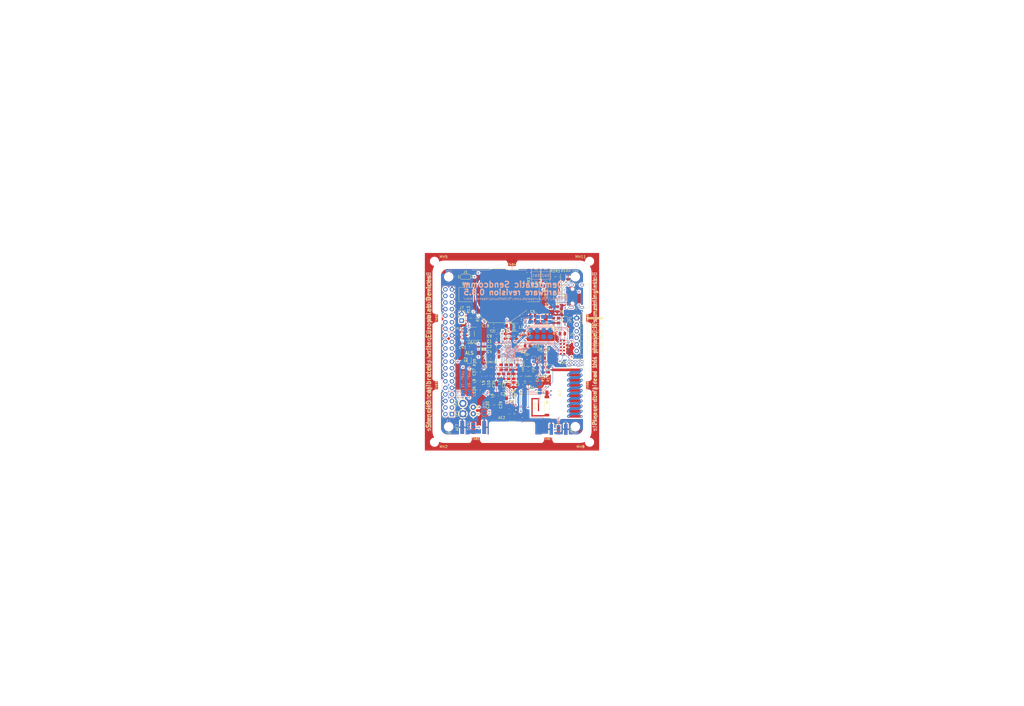
<source format=kicad_pcb>
(kicad_pcb (version 20171130) (host pcbnew 5.1.5+dfsg1-2build2)

  (general
    (thickness 1.6)
    (drawings 110)
    (tracks 1015)
    (zones 0)
    (modules 129)
    (nets 135)
  )

  (page A3)
  (title_block
    (title "Democratic Sendcomm")
    (date 2020-10-20)
    (rev 0.8.5)
    (company "Europalab Devices")
    (comment 1 "Copyright © 2020, Europalab Devices")
    (comment 2 "Fulfilling requirements of 20200210")
    (comment 3 "Pending quality assurance testing")
    (comment 4 "Release revision for manufacturing")
  )

  (layers
    (0 F.Cu signal)
    (1 In1.Cu signal)
    (2 In2.Cu signal)
    (31 B.Cu signal)
    (34 B.Paste user)
    (35 F.Paste user)
    (36 B.SilkS user)
    (37 F.SilkS user)
    (38 B.Mask user)
    (39 F.Mask user)
    (40 Dwgs.User user)
    (41 Cmts.User user)
    (44 Edge.Cuts user)
    (45 Margin user)
    (46 B.CrtYd user)
    (47 F.CrtYd user)
    (48 B.Fab user)
    (49 F.Fab user)
  )

  (setup
    (last_trace_width 0.127)
    (user_trace_width 0.1016)
    (user_trace_width 0.127)
    (user_trace_width 0.2)
    (trace_clearance 0.09)
    (zone_clearance 0.508)
    (zone_45_only no)
    (trace_min 0.09)
    (via_size 0.356)
    (via_drill 0.2)
    (via_min_size 0.356)
    (via_min_drill 0.2)
    (user_via 0.45 0.2)
    (user_via 0.6 0.3)
    (uvia_size 0.45)
    (uvia_drill 0.1)
    (uvias_allowed no)
    (uvia_min_size 0.45)
    (uvia_min_drill 0.1)
    (edge_width 0.1)
    (segment_width 0.1)
    (pcb_text_width 0.25)
    (pcb_text_size 1 1)
    (mod_edge_width 0.15)
    (mod_text_size 1 1)
    (mod_text_width 0.15)
    (pad_size 2.5 2.5)
    (pad_drill 2.5)
    (pad_to_mask_clearance 0)
    (aux_axis_origin 0 0)
    (visible_elements 7FFFFFFF)
    (pcbplotparams
      (layerselection 0x313fc_ffffffff)
      (usegerberextensions true)
      (usegerberattributes false)
      (usegerberadvancedattributes false)
      (creategerberjobfile false)
      (excludeedgelayer true)
      (linewidth 0.150000)
      (plotframeref false)
      (viasonmask false)
      (mode 1)
      (useauxorigin false)
      (hpglpennumber 1)
      (hpglpenspeed 20)
      (hpglpendiameter 15.000000)
      (psnegative false)
      (psa4output false)
      (plotreference true)
      (plotvalue true)
      (plotinvisibletext false)
      (padsonsilk false)
      (subtractmaskfromsilk false)
      (outputformat 1)
      (mirror false)
      (drillshape 0)
      (scaleselection 1)
      (outputdirectory "fabsingle"))
  )

  (net 0 "")
  (net 1 GND)
  (net 2 "Net-(AE1-Pad1)")
  (net 3 /Sheet5F53D5B4/RFSWPWR)
  (net 4 "Net-(C8-Pad1)")
  (net 5 /Sheet5F53D5B4/POWAMP)
  (net 6 "Net-(C13-Pad1)")
  (net 7 /Sheet5F53D5B4/HFOUT)
  (net 8 +3V3)
  (net 9 "Net-(C29-Pad1)")
  (net 10 /Sheet5F53D5B4/UART_RX)
  (net 11 /Sheet5F53D5B4/UART_TX)
  (net 12 /Sheet5F53D5B4/HPOUT)
  (net 13 /Sheet5F53D5B4/HFIN)
  (net 14 /Sheet5F53D5B4/BANDSEL)
  (net 15 "Net-(BT1-Pad1)")
  (net 16 /Sheet5F53D5B4/USB_BUS)
  (net 17 "Net-(C33-Pad1)")
  (net 18 "Net-(C34-Pad1)")
  (net 19 /Sheet5F53D5B4/CMDRST)
  (net 20 "Net-(D1-Pad2)")
  (net 21 "Net-(D1-Pad1)")
  (net 22 "Net-(D2-Pad1)")
  (net 23 "Net-(D2-Pad2)")
  (net 24 /Sheet5F53D5B4/USB_P)
  (net 25 /Sheet5F53D5B4/USB_N)
  (net 26 /Sheet60040980/ID_SD)
  (net 27 /Sheet60040980/ID_SC)
  (net 28 /Sheet5F53D5B4/SWDCLK)
  (net 29 "Net-(J3-Pad7)")
  (net 30 "Net-(J3-Pad8)")
  (net 31 "Net-(J4-Pad6)")
  (net 32 /Sheet5F53D5B4/CN_VBAT)
  (net 33 /Sheet5F53D5B4/XCEIV)
  (net 34 /Sheet5F53D5B4/CRYSTAL_XIN-RESERVED)
  (net 35 /Sheet5F53D5B4/CRYSTAL_XOUT-RESERVED)
  (net 36 "Net-(AE5-Pad2)")
  (net 37 "Net-(C1-Pad1)")
  (net 38 "Net-(C7-Pad1)")
  (net 39 "Net-(C14-Pad1)")
  (net 40 "Net-(C17-Pad1)")
  (net 41 "Net-(C18-Pad2)")
  (net 42 "Net-(C19-Pad2)")
  (net 43 "Net-(C23-Pad2)")
  (net 44 "Net-(C23-Pad1)")
  (net 45 "Net-(C24-Pad1)")
  (net 46 "Net-(C24-Pad2)")
  (net 47 "Net-(C29-Pad2)")
  (net 48 "Net-(C33-Pad2)")
  (net 49 "Net-(C35-Pad2)")
  (net 50 "Net-(C40-Pad1)")
  (net 51 "Net-(J2-PadB5)")
  (net 52 "Net-(J2-PadA8)")
  (net 53 "Net-(J2-PadA5)")
  (net 54 "Net-(J2-PadB8)")
  (net 55 "Net-(J2-PadA4)")
  (net 56 "Net-(J3-Pad2)")
  (net 57 "Net-(J3-Pad3)")
  (net 58 "Net-(J3-Pad4)")
  (net 59 "Net-(J3-Pad5)")
  (net 60 "Net-(J3-Pad10)")
  (net 61 "Net-(J3-Pad11)")
  (net 62 "Net-(J3-Pad12)")
  (net 63 "Net-(J3-Pad13)")
  (net 64 "Net-(J3-Pad15)")
  (net 65 "Net-(J3-Pad16)")
  (net 66 "Net-(J3-Pad18)")
  (net 67 "Net-(J3-Pad19)")
  (net 68 "Net-(J3-Pad21)")
  (net 69 "Net-(J3-Pad22)")
  (net 70 "Net-(J3-Pad23)")
  (net 71 "Net-(J3-Pad24)")
  (net 72 "Net-(J3-Pad26)")
  (net 73 "Net-(J3-Pad29)")
  (net 74 "Net-(J3-Pad31)")
  (net 75 "Net-(J3-Pad32)")
  (net 76 "Net-(J3-Pad33)")
  (net 77 "Net-(J3-Pad35)")
  (net 78 "Net-(J3-Pad36)")
  (net 79 "Net-(J3-Pad37)")
  (net 80 "Net-(J3-Pad38)")
  (net 81 "Net-(J3-Pad40)")
  (net 82 "Net-(J4-Pad7)")
  (net 83 "Net-(J4-Pad8)")
  (net 84 "Net-(J5-Pad2)")
  (net 85 "Net-(J5-Pad3)")
  (net 86 "Net-(J5-Pad6)")
  (net 87 "Net-(J6-Pad1)")
  (net 88 "Net-(L1-Pad2)")
  (net 89 "Net-(R3-Pad1)")
  (net 90 "Net-(R4-Pad1)")
  (net 91 "Net-(R4-Pad2)")
  (net 92 "Net-(U2-Pad5)")
  (net 93 "Net-(U3-PadG1)")
  (net 94 "Net-(U3-PadH1)")
  (net 95 "Net-(U3-PadE3)")
  (net 96 "Net-(U3-PadE4)")
  (net 97 "Net-(U3-PadF4)")
  (net 98 "Net-(U3-PadE5)")
  (net 99 "Net-(U3-PadC7)")
  (net 100 "Net-(U3-PadD7)")
  (net 101 "Net-(U3-PadD8)")
  (net 102 "Net-(U5-Pad3)")
  (net 103 "Net-(U5-Pad4)")
  (net 104 "Net-(U8-Pad7)")
  (net 105 "Net-(U8-Pad3)")
  (net 106 "Net-(U8-Pad2)")
  (net 107 "Net-(U8-Pad1)")
  (net 108 "Net-(U9-Pad1)")
  (net 109 "Net-(U9-Pad2)")
  (net 110 "Net-(U9-Pad3)")
  (net 111 "Net-(U9-Pad7)")
  (net 112 /Sheet5F53D5B4/SWDIO)
  (net 113 "Net-(AE2-Pad1)")
  (net 114 "Net-(AE4-Pad1)")
  (net 115 "Net-(AE5-Pad1)")
  (net 116 "Net-(AE7-Pad1)")
  (net 117 "Net-(JP10-Pad1)")
  (net 118 "Net-(J6-Pad2)")
  (net 119 "Net-(J6-Pad3)")
  (net 120 "Net-(J6-Pad4)")
  (net 121 "Net-(J6-Pad5)")
  (net 122 "Net-(J6-Pad6)")
  (net 123 "Net-(J6-Pad7)")
  (net 124 "Net-(J6-Pad8)")
  (net 125 "Net-(J7-Pad1)")
  (net 126 "Net-(C94-Pad1)")
  (net 127 "Net-(C95-Pad1)")
  (net 128 "Net-(JP26-Pad1)")
  (net 129 /TP_SCL)
  (net 130 /TP_SDA)
  (net 131 "Net-(J20-Pad6)")
  (net 132 "Net-(J20-Pad7)")
  (net 133 "Net-(J20-Pad8)")
  (net 134 "Net-(Q2-Pad2)")

  (net_class Default "This is the default net class."
    (clearance 0.09)
    (trace_width 0.09)
    (via_dia 0.356)
    (via_drill 0.2)
    (uvia_dia 0.45)
    (uvia_drill 0.1)
    (add_net +3V3)
    (add_net /Sheet5F53D5B4/BANDSEL)
    (add_net /Sheet5F53D5B4/CMDRST)
    (add_net /Sheet5F53D5B4/CN_VBAT)
    (add_net /Sheet5F53D5B4/CRYSTAL_XIN-RESERVED)
    (add_net /Sheet5F53D5B4/CRYSTAL_XOUT-RESERVED)
    (add_net /Sheet5F53D5B4/HFIN)
    (add_net /Sheet5F53D5B4/HFOUT)
    (add_net /Sheet5F53D5B4/HPOUT)
    (add_net /Sheet5F53D5B4/POWAMP)
    (add_net /Sheet5F53D5B4/RFSWPWR)
    (add_net /Sheet5F53D5B4/SWDCLK)
    (add_net /Sheet5F53D5B4/SWDIO)
    (add_net /Sheet5F53D5B4/UART_RX)
    (add_net /Sheet5F53D5B4/UART_TX)
    (add_net /Sheet5F53D5B4/USB_BUS)
    (add_net /Sheet5F53D5B4/USB_N)
    (add_net /Sheet5F53D5B4/USB_P)
    (add_net /Sheet5F53D5B4/XCEIV)
    (add_net /Sheet60040980/ID_SC)
    (add_net /Sheet60040980/ID_SD)
    (add_net /TP_SCL)
    (add_net /TP_SDA)
    (add_net GND)
    (add_net "Net-(AE1-Pad1)")
    (add_net "Net-(AE2-Pad1)")
    (add_net "Net-(AE4-Pad1)")
    (add_net "Net-(AE5-Pad1)")
    (add_net "Net-(AE5-Pad2)")
    (add_net "Net-(AE7-Pad1)")
    (add_net "Net-(BT1-Pad1)")
    (add_net "Net-(C1-Pad1)")
    (add_net "Net-(C13-Pad1)")
    (add_net "Net-(C14-Pad1)")
    (add_net "Net-(C17-Pad1)")
    (add_net "Net-(C18-Pad2)")
    (add_net "Net-(C19-Pad2)")
    (add_net "Net-(C23-Pad1)")
    (add_net "Net-(C23-Pad2)")
    (add_net "Net-(C24-Pad1)")
    (add_net "Net-(C24-Pad2)")
    (add_net "Net-(C29-Pad1)")
    (add_net "Net-(C29-Pad2)")
    (add_net "Net-(C33-Pad1)")
    (add_net "Net-(C33-Pad2)")
    (add_net "Net-(C34-Pad1)")
    (add_net "Net-(C35-Pad2)")
    (add_net "Net-(C40-Pad1)")
    (add_net "Net-(C7-Pad1)")
    (add_net "Net-(C8-Pad1)")
    (add_net "Net-(C94-Pad1)")
    (add_net "Net-(C95-Pad1)")
    (add_net "Net-(D1-Pad1)")
    (add_net "Net-(D1-Pad2)")
    (add_net "Net-(D2-Pad1)")
    (add_net "Net-(D2-Pad2)")
    (add_net "Net-(J2-PadA4)")
    (add_net "Net-(J2-PadA5)")
    (add_net "Net-(J2-PadA8)")
    (add_net "Net-(J2-PadB5)")
    (add_net "Net-(J2-PadB8)")
    (add_net "Net-(J20-Pad6)")
    (add_net "Net-(J20-Pad7)")
    (add_net "Net-(J20-Pad8)")
    (add_net "Net-(J3-Pad10)")
    (add_net "Net-(J3-Pad11)")
    (add_net "Net-(J3-Pad12)")
    (add_net "Net-(J3-Pad13)")
    (add_net "Net-(J3-Pad15)")
    (add_net "Net-(J3-Pad16)")
    (add_net "Net-(J3-Pad18)")
    (add_net "Net-(J3-Pad19)")
    (add_net "Net-(J3-Pad2)")
    (add_net "Net-(J3-Pad21)")
    (add_net "Net-(J3-Pad22)")
    (add_net "Net-(J3-Pad23)")
    (add_net "Net-(J3-Pad24)")
    (add_net "Net-(J3-Pad26)")
    (add_net "Net-(J3-Pad29)")
    (add_net "Net-(J3-Pad3)")
    (add_net "Net-(J3-Pad31)")
    (add_net "Net-(J3-Pad32)")
    (add_net "Net-(J3-Pad33)")
    (add_net "Net-(J3-Pad35)")
    (add_net "Net-(J3-Pad36)")
    (add_net "Net-(J3-Pad37)")
    (add_net "Net-(J3-Pad38)")
    (add_net "Net-(J3-Pad4)")
    (add_net "Net-(J3-Pad40)")
    (add_net "Net-(J3-Pad5)")
    (add_net "Net-(J3-Pad7)")
    (add_net "Net-(J3-Pad8)")
    (add_net "Net-(J4-Pad6)")
    (add_net "Net-(J4-Pad7)")
    (add_net "Net-(J4-Pad8)")
    (add_net "Net-(J5-Pad2)")
    (add_net "Net-(J5-Pad3)")
    (add_net "Net-(J5-Pad6)")
    (add_net "Net-(J6-Pad1)")
    (add_net "Net-(J6-Pad2)")
    (add_net "Net-(J6-Pad3)")
    (add_net "Net-(J6-Pad4)")
    (add_net "Net-(J6-Pad5)")
    (add_net "Net-(J6-Pad6)")
    (add_net "Net-(J6-Pad7)")
    (add_net "Net-(J6-Pad8)")
    (add_net "Net-(J7-Pad1)")
    (add_net "Net-(JP10-Pad1)")
    (add_net "Net-(JP26-Pad1)")
    (add_net "Net-(L1-Pad2)")
    (add_net "Net-(Q2-Pad2)")
    (add_net "Net-(R3-Pad1)")
    (add_net "Net-(R4-Pad1)")
    (add_net "Net-(R4-Pad2)")
    (add_net "Net-(U2-Pad5)")
    (add_net "Net-(U3-PadC7)")
    (add_net "Net-(U3-PadD7)")
    (add_net "Net-(U3-PadD8)")
    (add_net "Net-(U3-PadE3)")
    (add_net "Net-(U3-PadE4)")
    (add_net "Net-(U3-PadE5)")
    (add_net "Net-(U3-PadF4)")
    (add_net "Net-(U3-PadG1)")
    (add_net "Net-(U3-PadH1)")
    (add_net "Net-(U5-Pad3)")
    (add_net "Net-(U5-Pad4)")
    (add_net "Net-(U8-Pad1)")
    (add_net "Net-(U8-Pad2)")
    (add_net "Net-(U8-Pad3)")
    (add_net "Net-(U8-Pad7)")
    (add_net "Net-(U9-Pad1)")
    (add_net "Net-(U9-Pad2)")
    (add_net "Net-(U9-Pad3)")
    (add_net "Net-(U9-Pad7)")
  )

  (net_class Power ""
    (clearance 0.2)
    (trace_width 0.5)
    (via_dia 1)
    (via_drill 0.7)
    (uvia_dia 0.5)
    (uvia_drill 0.1)
  )

  (module Jumper:SolderJumper-2_P1.3mm_Bridged_RoundedPad1.0x1.5mm (layer B.Cu) (tedit 5C745284) (tstamp 5FBED780)
    (at 220.75 160 270)
    (descr "SMD Solder Jumper, 1x1.5mm, rounded Pads, 0.3mm gap, bridged with 1 copper strip")
    (tags "solder jumper open")
    (path /5F5C0728/5F989558)
    (attr virtual)
    (fp_text reference JP4 (at -1.75 0 90) (layer B.SilkS)
      (effects (font (size 1 1) (thickness 0.15)) (justify right mirror))
    )
    (fp_text value SolderBridge (at 0 -1.9 90) (layer B.Fab)
      (effects (font (size 1 1) (thickness 0.15)) (justify mirror))
    )
    (fp_poly (pts (xy 0.25 0.3) (xy -0.25 0.3) (xy -0.25 -0.3) (xy 0.25 -0.3)) (layer B.Cu) (width 0))
    (fp_line (start 1.65 -1.25) (end -1.65 -1.25) (layer B.CrtYd) (width 0.05))
    (fp_line (start 1.65 -1.25) (end 1.65 1.25) (layer B.CrtYd) (width 0.05))
    (fp_line (start -1.65 1.25) (end -1.65 -1.25) (layer B.CrtYd) (width 0.05))
    (fp_line (start -1.65 1.25) (end 1.65 1.25) (layer B.CrtYd) (width 0.05))
    (fp_line (start -0.7 1) (end 0.7 1) (layer B.SilkS) (width 0.12))
    (fp_line (start 1.4 0.3) (end 1.4 -0.3) (layer B.SilkS) (width 0.12))
    (fp_line (start 0.7 -1) (end -0.7 -1) (layer B.SilkS) (width 0.12))
    (fp_line (start -1.4 -0.3) (end -1.4 0.3) (layer B.SilkS) (width 0.12))
    (fp_arc (start -0.7 0.3) (end -0.7 1) (angle 90) (layer B.SilkS) (width 0.12))
    (fp_arc (start -0.7 -0.3) (end -1.4 -0.3) (angle 90) (layer B.SilkS) (width 0.12))
    (fp_arc (start 0.7 -0.3) (end 0.7 -1) (angle 90) (layer B.SilkS) (width 0.12))
    (fp_arc (start 0.7 0.3) (end 1.4 0.3) (angle 90) (layer B.SilkS) (width 0.12))
    (pad 1 smd custom (at -0.65 0 270) (size 1 0.5) (layers B.Cu B.Mask)
      (net 2 "Net-(AE1-Pad1)") (zone_connect 2)
      (options (clearance outline) (anchor rect))
      (primitives
        (gr_circle (center 0 -0.25) (end 0.5 -0.25) (width 0))
        (gr_circle (center 0 0.25) (end 0.5 0.25) (width 0))
        (gr_poly (pts
           (xy 0 0.75) (xy 0.5 0.75) (xy 0.5 -0.75) (xy 0 -0.75)) (width 0))
      ))
    (pad 2 smd custom (at 0.65 0 270) (size 1 0.5) (layers B.Cu B.Mask)
      (net 117 "Net-(JP10-Pad1)") (zone_connect 2)
      (options (clearance outline) (anchor rect))
      (primitives
        (gr_circle (center 0 -0.25) (end 0.5 -0.25) (width 0))
        (gr_circle (center 0 0.25) (end 0.5 0.25) (width 0))
        (gr_poly (pts
           (xy 0 0.75) (xy -0.5 0.75) (xy -0.5 -0.75) (xy 0 -0.75)) (width 0))
      ))
  )

  (module Elabdev:TFBGA-64_8x8_6.0x6.0mm_P0.65mm (layer F.Cu) (tedit 5F6BA77A) (tstamp 5F68786E)
    (at 210 148)
    (path /5F53D5B5/6052EF69)
    (solder_mask_margin 0.025)
    (clearance 0.0508)
    (attr smd)
    (fp_text reference U3 (at 4.25 0) (layer F.SilkS)
      (effects (font (size 1 1) (thickness 0.15)))
    )
    (fp_text value ATSAMR34 (at 0 4) (layer F.Fab)
      (effects (font (size 1 1) (thickness 0.15)))
    )
    (fp_line (start -2 -3) (end -3 -2) (layer F.Fab) (width 0.1))
    (fp_line (start -3 -2) (end -3 3) (layer F.Fab) (width 0.1))
    (fp_line (start -3 3) (end 3 3) (layer F.Fab) (width 0.1))
    (fp_line (start 3 3) (end 3 -3) (layer F.Fab) (width 0.1))
    (fp_line (start 3 -3) (end -2 -3) (layer F.Fab) (width 0.1))
    (fp_line (start 1.62 -3.12) (end 3.12 -3.12) (layer F.SilkS) (width 0.12))
    (fp_line (start 3.12 -3.12) (end 3.12 -1.62) (layer F.SilkS) (width 0.12))
    (fp_line (start 1.62 -3.12) (end 3.12 -3.12) (layer F.SilkS) (width 0.12))
    (fp_line (start 3.12 -3.12) (end 3.12 -1.62) (layer F.SilkS) (width 0.12))
    (fp_line (start 1.62 3.12) (end 3.12 3.12) (layer F.SilkS) (width 0.12))
    (fp_line (start 3.12 3.12) (end 3.12 1.62) (layer F.SilkS) (width 0.12))
    (fp_line (start 1.62 -3.12) (end 3.12 -3.12) (layer F.SilkS) (width 0.12))
    (fp_line (start 3.12 -3.12) (end 3.12 -1.62) (layer F.SilkS) (width 0.12))
    (fp_line (start -1.62 3.12) (end -3.12 3.12) (layer F.SilkS) (width 0.12))
    (fp_line (start -3.12 3.12) (end -3.12 1.62) (layer F.SilkS) (width 0.12))
    (fp_line (start -1.62 -3.12) (end -2 -3.12) (layer F.SilkS) (width 0.12))
    (fp_line (start -2 -3.12) (end -3.12 -2) (layer F.SilkS) (width 0.12))
    (fp_line (start -3.12 -2) (end -3.12 -1.62) (layer F.SilkS) (width 0.12))
    (fp_circle (center -3 -3) (end -3 -2.9) (layer F.SilkS) (width 0.2))
    (fp_line (start -4 -4) (end 4 -4) (layer F.CrtYd) (width 0.05))
    (fp_line (start 4 -4) (end 4 4) (layer F.CrtYd) (width 0.05))
    (fp_line (start 4 4) (end -4 4) (layer F.CrtYd) (width 0.05))
    (fp_line (start -4 4) (end -4 -4) (layer F.CrtYd) (width 0.05))
    (pad A1 smd circle (at -2.275 -2.275) (size 0.32 0.32) (layers F.Cu F.Paste F.Mask)
      (net 13 /Sheet5F53D5B4/HFIN))
    (pad B1 smd circle (at -2.275 -1.625) (size 0.32 0.32) (layers F.Cu F.Paste F.Mask)
      (net 7 /Sheet5F53D5B4/HFOUT))
    (pad C1 smd circle (at -2.275 -0.975) (size 0.32 0.32) (layers F.Cu F.Paste F.Mask)
      (net 37 "Net-(C1-Pad1)"))
    (pad D1 smd circle (at -2.275 -0.325) (size 0.32 0.32) (layers F.Cu F.Paste F.Mask)
      (net 5 /Sheet5F53D5B4/POWAMP))
    (pad E1 smd circle (at -2.275 0.325) (size 0.32 0.32) (layers F.Cu F.Paste F.Mask)
      (net 1 GND))
    (pad F1 smd circle (at -2.275 0.975) (size 0.32 0.32) (layers F.Cu F.Paste F.Mask)
      (net 12 /Sheet5F53D5B4/HPOUT))
    (pad G1 smd circle (at -2.275 1.625) (size 0.32 0.32) (layers F.Cu F.Paste F.Mask)
      (net 93 "Net-(U3-PadG1)"))
    (pad H1 smd circle (at -2.275 2.275) (size 0.32 0.32) (layers F.Cu F.Paste F.Mask)
      (net 94 "Net-(U3-PadH1)"))
    (pad A2 smd circle (at -1.625 -2.275) (size 0.32 0.32) (layers F.Cu F.Paste F.Mask)
      (net 1 GND))
    (pad B2 smd circle (at -1.625 -1.625) (size 0.32 0.32) (layers F.Cu F.Paste F.Mask)
      (net 1 GND))
    (pad C2 smd circle (at -1.625 -0.975) (size 0.32 0.32) (layers F.Cu F.Paste F.Mask)
      (net 37 "Net-(C1-Pad1)"))
    (pad D2 smd circle (at -1.625 -0.325) (size 0.32 0.32) (layers F.Cu F.Paste F.Mask)
      (net 33 /Sheet5F53D5B4/XCEIV))
    (pad E2 smd circle (at -1.625 0.325) (size 0.32 0.32) (layers F.Cu F.Paste F.Mask)
      (net 1 GND))
    (pad F2 smd circle (at -1.625 0.975) (size 0.32 0.32) (layers F.Cu F.Paste F.Mask)
      (net 1 GND))
    (pad G2 smd circle (at -1.625 1.625) (size 0.32 0.32) (layers F.Cu F.Paste F.Mask)
      (net 1 GND))
    (pad H2 smd circle (at -1.625 2.275) (size 0.32 0.32) (layers F.Cu F.Paste F.Mask)
      (net 39 "Net-(C14-Pad1)"))
    (pad A3 smd circle (at -0.975 -2.275) (size 0.32 0.32) (layers F.Cu F.Paste F.Mask)
      (net 41 "Net-(C18-Pad2)"))
    (pad B3 smd circle (at -0.975 -1.625) (size 0.32 0.32) (layers F.Cu F.Paste F.Mask)
      (net 1 GND))
    (pad C3 smd circle (at -0.975 -0.975) (size 0.32 0.32) (layers F.Cu F.Paste F.Mask)
      (net 32 /Sheet5F53D5B4/CN_VBAT))
    (pad D3 smd circle (at -0.975 -0.325) (size 0.32 0.32) (layers F.Cu F.Paste F.Mask)
      (net 11 /Sheet5F53D5B4/UART_TX))
    (pad E3 smd circle (at -0.975 0.325) (size 0.32 0.32) (layers F.Cu F.Paste F.Mask)
      (net 95 "Net-(U3-PadE3)"))
    (pad F3 smd circle (at -0.975 0.975) (size 0.32 0.32) (layers F.Cu F.Paste F.Mask)
      (net 16 /Sheet5F53D5B4/USB_BUS))
    (pad G3 smd circle (at -0.975 1.625) (size 0.32 0.32) (layers F.Cu F.Paste F.Mask)
      (net 1 GND))
    (pad H3 smd circle (at -0.975 2.275) (size 0.32 0.32) (layers F.Cu F.Paste F.Mask)
      (net 37 "Net-(C1-Pad1)"))
    (pad A4 smd circle (at -0.325 -2.275) (size 0.32 0.32) (layers F.Cu F.Paste F.Mask)
      (net 42 "Net-(C19-Pad2)"))
    (pad B4 smd circle (at -0.325 -1.625) (size 0.32 0.32) (layers F.Cu F.Paste F.Mask)
      (net 134 "Net-(Q2-Pad2)"))
    (pad C4 smd circle (at -0.325 -0.975) (size 0.32 0.32) (layers F.Cu F.Paste F.Mask)
      (net 10 /Sheet5F53D5B4/UART_RX))
    (pad D4 smd circle (at -0.325 -0.325) (size 0.32 0.32) (layers F.Cu F.Paste F.Mask)
      (net 1 GND))
    (pad E4 smd circle (at -0.325 0.325) (size 0.32 0.32) (layers F.Cu F.Paste F.Mask)
      (net 96 "Net-(U3-PadE4)"))
    (pad F4 smd circle (at -0.325 0.975) (size 0.32 0.32) (layers F.Cu F.Paste F.Mask)
      (net 97 "Net-(U3-PadF4)"))
    (pad G4 smd circle (at -0.325 1.625) (size 0.32 0.32) (layers F.Cu F.Paste F.Mask)
      (net 8 +3V3))
    (pad H4 smd circle (at -0.325 2.275) (size 0.32 0.32) (layers F.Cu F.Paste F.Mask)
      (net 6 "Net-(C13-Pad1)"))
    (pad A5 smd circle (at 0.325 -2.275) (size 0.32 0.32) (layers F.Cu F.Paste F.Mask)
      (net 40 "Net-(C17-Pad1)"))
    (pad B5 smd circle (at 0.325 -1.625) (size 0.32 0.32) (layers F.Cu F.Paste F.Mask)
      (net 1 GND))
    (pad C5 smd circle (at 0.325 -0.975) (size 0.32 0.32) (layers F.Cu F.Paste F.Mask)
      (net 28 /Sheet5F53D5B4/SWDCLK))
    (pad D5 smd circle (at 0.325 -0.325) (size 0.32 0.32) (layers F.Cu F.Paste F.Mask)
      (net 112 /Sheet5F53D5B4/SWDIO))
    (pad E5 smd circle (at 0.325 0.325) (size 0.32 0.32) (layers F.Cu F.Paste F.Mask)
      (net 98 "Net-(U3-PadE5)"))
    (pad F5 smd circle (at 0.325 0.975) (size 0.32 0.32) (layers F.Cu F.Paste F.Mask)
      (net 3 /Sheet5F53D5B4/RFSWPWR))
    (pad G5 smd circle (at 0.325 1.625) (size 0.32 0.32) (layers F.Cu F.Paste F.Mask)
      (net 1 GND))
    (pad H5 smd circle (at 0.325 2.275) (size 0.32 0.32) (layers F.Cu F.Paste F.Mask)
      (net 1 GND))
    (pad A6 smd circle (at 0.975 -2.275) (size 0.32 0.32) (layers F.Cu F.Paste F.Mask)
      (net 88 "Net-(L1-Pad2)"))
    (pad B6 smd circle (at 0.975 -1.625) (size 0.32 0.32) (layers F.Cu F.Paste F.Mask)
      (net 19 /Sheet5F53D5B4/CMDRST))
    (pad C6 smd circle (at 0.975 -0.975) (size 0.32 0.32) (layers F.Cu F.Paste F.Mask)
      (net 90 "Net-(R4-Pad1)"))
    (pad D6 smd circle (at 0.975 -0.325) (size 0.32 0.32) (layers F.Cu F.Paste F.Mask)
      (net 1 GND))
    (pad E6 smd circle (at 0.975 0.325) (size 0.32 0.32) (layers F.Cu F.Paste F.Mask)
      (net 129 /TP_SCL))
    (pad F6 smd circle (at 0.975 0.975) (size 0.32 0.32) (layers F.Cu F.Paste F.Mask)
      (net 14 /Sheet5F53D5B4/BANDSEL))
    (pad G6 smd circle (at 0.975 1.625) (size 0.32 0.32) (layers F.Cu F.Paste F.Mask)
      (net 1 GND))
    (pad H6 smd circle (at 0.975 2.275) (size 0.32 0.32) (layers F.Cu F.Paste F.Mask)
      (net 126 "Net-(C94-Pad1)"))
    (pad A7 smd circle (at 1.625 -2.275) (size 0.32 0.32) (layers F.Cu F.Paste F.Mask)
      (net 8 +3V3))
    (pad B7 smd circle (at 1.625 -1.625) (size 0.32 0.32) (layers F.Cu F.Paste F.Mask)
      (net 1 GND))
    (pad C7 smd circle (at 1.625 -0.975) (size 0.32 0.32) (layers F.Cu F.Paste F.Mask)
      (net 99 "Net-(U3-PadC7)"))
    (pad D7 smd circle (at 1.625 -0.325) (size 0.32 0.32) (layers F.Cu F.Paste F.Mask)
      (net 100 "Net-(U3-PadD7)"))
    (pad E7 smd circle (at 1.625 0.325) (size 0.32 0.32) (layers F.Cu F.Paste F.Mask)
      (net 21 "Net-(D1-Pad1)"))
    (pad F7 smd circle (at 1.625 0.975) (size 0.32 0.32) (layers F.Cu F.Paste F.Mask)
      (net 130 /TP_SDA))
    (pad G7 smd circle (at 1.625 1.625) (size 0.32 0.32) (layers F.Cu F.Paste F.Mask)
      (net 1 GND))
    (pad H7 smd circle (at 1.625 2.275) (size 0.32 0.32) (layers F.Cu F.Paste F.Mask)
      (net 127 "Net-(C95-Pad1)"))
    (pad A8 smd circle (at 2.275 -2.275) (size 0.32 0.32) (layers F.Cu F.Paste F.Mask)
      (net 8 +3V3))
    (pad B8 smd circle (at 2.275 -1.625) (size 0.32 0.32) (layers F.Cu F.Paste F.Mask)
      (net 25 /Sheet5F53D5B4/USB_N))
    (pad C8 smd circle (at 2.275 -0.975) (size 0.32 0.32) (layers F.Cu F.Paste F.Mask)
      (net 24 /Sheet5F53D5B4/USB_P))
    (pad D8 smd circle (at 2.275 -0.325) (size 0.32 0.32) (layers F.Cu F.Paste F.Mask)
      (net 101 "Net-(U3-PadD8)"))
    (pad E8 smd circle (at 2.275 0.325) (size 0.32 0.32) (layers F.Cu F.Paste F.Mask)
      (net 22 "Net-(D2-Pad1)"))
    (pad F8 smd circle (at 2.275 0.975) (size 0.32 0.32) (layers F.Cu F.Paste F.Mask)
      (net 34 /Sheet5F53D5B4/CRYSTAL_XIN-RESERVED))
    (pad G8 smd circle (at 2.275 1.625) (size 0.32 0.32) (layers F.Cu F.Paste F.Mask)
      (net 35 /Sheet5F53D5B4/CRYSTAL_XOUT-RESERVED))
    (pad H8 smd circle (at 2.275 2.275) (size 0.32 0.32) (layers F.Cu F.Paste F.Mask)
      (net 8 +3V3))
    (model ${KISYS3DMOD}/Package_BGA.3dshapes/TFBGA-64_5x5mm_Layout8x8_P0.5mm.wrl
      (at (xyz 0 0 0))
      (scale (xyz 1.2 1.2 1.2))
      (rotate (xyz 0 0 0))
    )
  )

  (module TestPoint:TestPoint_THTPad_D2.0mm_Drill1.0mm (layer F.Cu) (tedit 5A0F774F) (tstamp 5FBA0BE2)
    (at 195 172)
    (descr "THT pad as test Point, diameter 2.0mm, hole diameter 1.0mm")
    (tags "test point THT pad")
    (path /5F97637F)
    (attr virtual)
    (fp_text reference TP5 (at 2 0 90) (layer F.SilkS)
      (effects (font (size 0.7 0.7) (thickness 0.1)))
    )
    (fp_text value Probe (at 0 2.25) (layer F.Fab)
      (effects (font (size 1 1) (thickness 0.15)))
    )
    (fp_circle (center 0 0) (end 0 1.2) (layer F.SilkS) (width 0.12))
    (fp_circle (center 0 0) (end 1.5 0) (layer F.CrtYd) (width 0.05))
    (fp_text user %R (at 0 -2.15) (layer F.Fab)
      (effects (font (size 1 1) (thickness 0.15)))
    )
    (pad 1 thru_hole circle (at 0 0) (size 2 2) (drill 1) (layers *.Cu *.Mask)
      (net 129 /TP_SCL))
  )

  (module TestPoint:TestPoint_THTPad_D2.0mm_Drill1.0mm (layer F.Cu) (tedit 5A0F774F) (tstamp 5FBA0BEA)
    (at 195 169.46)
    (descr "THT pad as test Point, diameter 2.0mm, hole diameter 1.0mm")
    (tags "test point THT pad")
    (path /5F97786E)
    (attr virtual)
    (fp_text reference TP6 (at 2 0.04 90) (layer F.SilkS)
      (effects (font (size 0.7 0.7) (thickness 0.1)))
    )
    (fp_text value Probe (at 0 2.25) (layer F.Fab)
      (effects (font (size 1 1) (thickness 0.15)))
    )
    (fp_circle (center 0 0) (end 0 1.2) (layer F.SilkS) (width 0.12))
    (fp_circle (center 0 0) (end 1.5 0) (layer F.CrtYd) (width 0.05))
    (fp_text user %R (at 0 -2.15) (layer F.Fab)
      (effects (font (size 1 1) (thickness 0.15)))
    )
    (pad 1 thru_hole circle (at 0 0) (size 2 2) (drill 1) (layers *.Cu *.Mask)
      (net 130 /TP_SDA))
  )

  (module Inductor_SMD:L_0603_1608Metric (layer F.Cu) (tedit 5B301BBE) (tstamp 5F687507)
    (at 201 157.35 270)
    (descr "Inductor SMD 0603 (1608 Metric), square (rectangular) end terminal, IPC_7351 nominal, (Body size source: http://www.tortai-tech.com/upload/download/2011102023233369053.pdf), generated with kicad-footprint-generator")
    (tags inductor)
    (path /5F5C0728/5F5D6DC7)
    (attr smd)
    (fp_text reference L10 (at 3 0 90) (layer F.SilkS)
      (effects (font (size 1 1) (thickness 0.15)))
    )
    (fp_text value 11nH (at 0 1.65 90) (layer F.Fab)
      (effects (font (size 1 1) (thickness 0.15)))
    )
    (fp_text user %R (at 0 0 90) (layer F.Fab)
      (effects (font (size 0.5 0.5) (thickness 0.08)))
    )
    (fp_line (start 1.48 0.73) (end -1.48 0.73) (layer F.CrtYd) (width 0.05))
    (fp_line (start 1.48 -0.73) (end 1.48 0.73) (layer F.CrtYd) (width 0.05))
    (fp_line (start -1.48 -0.73) (end 1.48 -0.73) (layer F.CrtYd) (width 0.05))
    (fp_line (start -1.48 0.73) (end -1.48 -0.73) (layer F.CrtYd) (width 0.05))
    (fp_line (start -0.162779 0.51) (end 0.162779 0.51) (layer F.SilkS) (width 0.12))
    (fp_line (start -0.162779 -0.51) (end 0.162779 -0.51) (layer F.SilkS) (width 0.12))
    (fp_line (start 0.8 0.4) (end -0.8 0.4) (layer F.Fab) (width 0.1))
    (fp_line (start 0.8 -0.4) (end 0.8 0.4) (layer F.Fab) (width 0.1))
    (fp_line (start -0.8 -0.4) (end 0.8 -0.4) (layer F.Fab) (width 0.1))
    (fp_line (start -0.8 0.4) (end -0.8 -0.4) (layer F.Fab) (width 0.1))
    (pad 2 smd roundrect (at 0.7875 0 270) (size 0.875 0.95) (layers F.Cu F.Paste F.Mask) (roundrect_rratio 0.25)
      (net 49 "Net-(C35-Pad2)"))
    (pad 1 smd roundrect (at -0.7875 0 270) (size 0.875 0.95) (layers F.Cu F.Paste F.Mask) (roundrect_rratio 0.25)
      (net 18 "Net-(C34-Pad1)"))
    (model ${KISYS3DMOD}/Inductor_SMD.3dshapes/L_0603_1608Metric.wrl
      (at (xyz 0 0 0))
      (scale (xyz 1 1 1))
      (rotate (xyz 0 0 0))
    )
  )

  (module Elabdev:L_Murata_LQH3NPN (layer F.Cu) (tedit 5FADCCA6) (tstamp 5F68751C)
    (at 210.75 138.5)
    (descr https://www.murata.com/~/media/webrenewal/products/inductor/chip/tokoproducts/wirewoundferritetypeforpl/m_dem3518c.ashx)
    (tags "Inductor SMD DEM35xxC")
    (path /5F53D5B5/5F643B51)
    (attr smd)
    (fp_text reference L1 (at 2.75 0) (layer F.SilkS)
      (effects (font (size 1 1) (thickness 0.15)))
    )
    (fp_text value LQH3NPN100MJRL (at 0 3.024) (layer F.Fab)
      (effects (font (size 1 1) (thickness 0.15)))
    )
    (fp_line (start -1.75 -1.6) (end -1.75 1.6) (layer F.CrtYd) (width 0.05))
    (fp_line (start -1.75 1.6) (end 1.75 1.6) (layer F.CrtYd) (width 0.05))
    (fp_line (start 1.75 1.6) (end 1.75 -1.6) (layer F.CrtYd) (width 0.05))
    (fp_line (start 1.75 -1.6) (end -1.75 -1.6) (layer F.CrtYd) (width 0.05))
    (fp_line (start -1.5 -1.35) (end 1.5 -1.35) (layer F.Fab) (width 0.1))
    (fp_line (start 1.5 -1.35) (end 1.5 1.35) (layer F.Fab) (width 0.1))
    (fp_line (start 1.5 1.35) (end -1.5 1.35) (layer F.Fab) (width 0.1))
    (fp_line (start -1.5 1.35) (end -1.5 -1.35) (layer F.Fab) (width 0.1))
    (fp_line (start -1.5 -1.6) (end 1.5 -1.6) (layer F.SilkS) (width 0.12))
    (fp_line (start -1.5 1.6) (end 1.5 1.6) (layer F.SilkS) (width 0.12))
    (fp_text user %R (at 0 0) (layer F.Fab)
      (effects (font (size 0.7 0.7) (thickness 0.105)))
    )
    (pad 1 smd rect (at -1.1 0) (size 0.8 2.7) (layers F.Cu F.Paste F.Mask)
      (net 40 "Net-(C17-Pad1)"))
    (pad 2 smd rect (at 1.1 0) (size 0.8 2.7) (layers F.Cu F.Paste F.Mask)
      (net 88 "Net-(L1-Pad2)"))
    (model ${KISYS3DMOD}/Inductor_SMD.3dshapes/L_Murata_DEM35xxC.wrl
      (at (xyz 0 0 0))
      (scale (xyz 1 1 1))
      (rotate (xyz 0 0 0))
    )
  )

  (module Elabdev:Panel_Mousetab_25mm_Single (layer F.Cu) (tedit 5CD9E502) (tstamp 5F680FEC)
    (at 224 181.75 90)
    (path /5CD9EB0D)
    (fp_text reference TAB7 (at 0 0) (layer F.SilkS)
      (effects (font (size 0.8 0.8) (thickness 0.13)))
    )
    (fp_text value Pantab (at 0 3.5 90) (layer F.Fab)
      (effects (font (size 1 1) (thickness 0.15)))
    )
    (fp_line (start 1.25 -2.2) (end 1.25 2.2) (layer F.Fab) (width 0.15))
    (fp_line (start -1.25 -2.2) (end -1.25 2.2) (layer F.Fab) (width 0.15))
    (fp_line (start 2.1 -2.6) (end 2.1 2.6) (layer F.CrtYd) (width 0.15))
    (fp_line (start 2.1 2.6) (end -2.1 2.6) (layer F.CrtYd) (width 0.15))
    (fp_line (start -2.1 2.6) (end -2.1 -2.6) (layer F.CrtYd) (width 0.15))
    (fp_line (start -2.1 -2.6) (end 2.1 -2.6) (layer F.CrtYd) (width 0.15))
    (pad "" np_thru_hole circle (at 1.35 2 90) (size 0.5 0.5) (drill 0.5) (layers *.Cu))
    (pad "" np_thru_hole circle (at 1.35 1.2 90) (size 0.5 0.5) (drill 0.5) (layers *.Cu))
    (pad "" np_thru_hole circle (at 1.35 0.4 90) (size 0.5 0.5) (drill 0.5) (layers *.Cu))
    (pad "" np_thru_hole circle (at 1.35 -0.4 90) (size 0.5 0.5) (drill 0.5) (layers *.Cu))
    (pad "" np_thru_hole circle (at 1.35 -1.2 90) (size 0.5 0.5) (drill 0.5) (layers *.Cu))
    (pad "" np_thru_hole circle (at 1.35 -2 90) (size 0.5 0.5) (drill 0.5) (layers *.Cu))
  )

  (module Elabdev:Panel_Mousetab_25mm_Single (layer F.Cu) (tedit 5CD9E59A) (tstamp 5F4C0A71)
    (at 210 114.25 270)
    (path /5CD5C3A7)
    (fp_text reference TAB4 (at 0 0 180) (layer F.SilkS)
      (effects (font (size 0.8 0.8) (thickness 0.13)))
    )
    (fp_text value Pantab (at 0 -3.5 270) (layer F.Fab)
      (effects (font (size 1 1) (thickness 0.15)))
    )
    (fp_line (start 1.25 -2.2) (end 1.25 2.2) (layer F.Fab) (width 0.15))
    (fp_line (start -1.25 -2.2) (end -1.25 2.2) (layer F.Fab) (width 0.15))
    (fp_line (start 2.1 -2.6) (end 2.1 2.6) (layer F.CrtYd) (width 0.15))
    (fp_line (start 2.1 2.6) (end -2.1 2.6) (layer F.CrtYd) (width 0.15))
    (fp_line (start -2.1 2.6) (end -2.1 -2.6) (layer F.CrtYd) (width 0.15))
    (fp_line (start -2.1 -2.6) (end 2.1 -2.6) (layer F.CrtYd) (width 0.15))
    (pad "" np_thru_hole circle (at 1.35 2 270) (size 0.5 0.5) (drill 0.5) (layers *.Cu))
    (pad "" np_thru_hole circle (at 1.35 1.2 270) (size 0.5 0.5) (drill 0.5) (layers *.Cu))
    (pad "" np_thru_hole circle (at 1.35 0.4 270) (size 0.5 0.5) (drill 0.5) (layers *.Cu))
    (pad "" np_thru_hole circle (at 1.35 -0.4 270) (size 0.5 0.5) (drill 0.5) (layers *.Cu))
    (pad "" np_thru_hole circle (at 1.35 -1.2 270) (size 0.5 0.5) (drill 0.5) (layers *.Cu))
    (pad "" np_thru_hole circle (at 1.35 -2 270) (size 0.5 0.5) (drill 0.5) (layers *.Cu))
  )

  (module Elabdev:Panel_Mousetab_25mm_Single (layer F.Cu) (tedit 5CD9E502) (tstamp 5CE1C45C)
    (at 196 181.75 90)
    (path /5CD9EB0D)
    (fp_text reference TAB1 (at 0 0) (layer F.SilkS)
      (effects (font (size 0.8 0.8) (thickness 0.13)))
    )
    (fp_text value Pantab (at 0 3.5 90) (layer F.Fab)
      (effects (font (size 1 1) (thickness 0.15)))
    )
    (fp_line (start -2.1 -2.6) (end 2.1 -2.6) (layer F.CrtYd) (width 0.15))
    (fp_line (start -2.1 2.6) (end -2.1 -2.6) (layer F.CrtYd) (width 0.15))
    (fp_line (start 2.1 2.6) (end -2.1 2.6) (layer F.CrtYd) (width 0.15))
    (fp_line (start 2.1 -2.6) (end 2.1 2.6) (layer F.CrtYd) (width 0.15))
    (fp_line (start -1.25 -2.2) (end -1.25 2.2) (layer F.Fab) (width 0.15))
    (fp_line (start 1.25 -2.2) (end 1.25 2.2) (layer F.Fab) (width 0.15))
    (pad "" np_thru_hole circle (at 1.35 -2 90) (size 0.5 0.5) (drill 0.5) (layers *.Cu))
    (pad "" np_thru_hole circle (at 1.35 -1.2 90) (size 0.5 0.5) (drill 0.5) (layers *.Cu))
    (pad "" np_thru_hole circle (at 1.35 -0.4 90) (size 0.5 0.5) (drill 0.5) (layers *.Cu))
    (pad "" np_thru_hole circle (at 1.35 0.4 90) (size 0.5 0.5) (drill 0.5) (layers *.Cu))
    (pad "" np_thru_hole circle (at 1.35 1.2 90) (size 0.5 0.5) (drill 0.5) (layers *.Cu))
    (pad "" np_thru_hole circle (at 1.35 2 90) (size 0.5 0.5) (drill 0.5) (layers *.Cu))
  )

  (module Elabdev:Panel_Mousetab_25mm_Single (layer F.Cu) (tedit 5CD5AA6C) (tstamp 5F4C1007)
    (at 180.75 161)
    (path /5CD5C074)
    (fp_text reference TAB2 (at 0 0 90) (layer F.SilkS)
      (effects (font (size 0.8 0.8) (thickness 0.13)))
    )
    (fp_text value Pantab (at -2.5 0 -270) (layer F.Fab)
      (effects (font (size 1 1) (thickness 0.15)))
    )
    (fp_line (start -2.1 -2.6) (end 2.1 -2.6) (layer F.CrtYd) (width 0.15))
    (fp_line (start -2.1 2.6) (end -2.1 -2.6) (layer F.CrtYd) (width 0.15))
    (fp_line (start 2.1 2.6) (end -2.1 2.6) (layer F.CrtYd) (width 0.15))
    (fp_line (start 2.1 -2.6) (end 2.1 2.6) (layer F.CrtYd) (width 0.15))
    (fp_line (start -1.25 -2.2) (end -1.25 2.2) (layer F.Fab) (width 0.15))
    (fp_line (start 1.25 -2.2) (end 1.25 2.2) (layer F.Fab) (width 0.15))
    (pad "" np_thru_hole circle (at 1.35 -2) (size 0.5 0.5) (drill 0.5) (layers *.Cu))
    (pad "" np_thru_hole circle (at 1.35 -1.2) (size 0.5 0.5) (drill 0.5) (layers *.Cu))
    (pad "" np_thru_hole circle (at 1.35 -0.4) (size 0.5 0.5) (drill 0.5) (layers *.Cu))
    (pad "" np_thru_hole circle (at 1.35 0.4) (size 0.5 0.5) (drill 0.5) (layers *.Cu))
    (pad "" np_thru_hole circle (at 1.35 1.2) (size 0.5 0.5) (drill 0.5) (layers *.Cu))
    (pad "" np_thru_hole circle (at 1.35 2) (size 0.5 0.5) (drill 0.5) (layers *.Cu))
  )

  (module Elabdev:Panel_Mousetab_25mm_Single (layer F.Cu) (tedit 5CD5AA6C) (tstamp 5F4C1047)
    (at 180.75 135)
    (path /5CD5C074)
    (fp_text reference TAB3 (at 0 0 90) (layer F.SilkS)
      (effects (font (size 0.8 0.8) (thickness 0.13)))
    )
    (fp_text value Pantab (at -2.5 0 -270) (layer F.Fab)
      (effects (font (size 1 1) (thickness 0.15)))
    )
    (fp_line (start 1.25 -2.2) (end 1.25 2.2) (layer F.Fab) (width 0.15))
    (fp_line (start -1.25 -2.2) (end -1.25 2.2) (layer F.Fab) (width 0.15))
    (fp_line (start 2.1 -2.6) (end 2.1 2.6) (layer F.CrtYd) (width 0.15))
    (fp_line (start 2.1 2.6) (end -2.1 2.6) (layer F.CrtYd) (width 0.15))
    (fp_line (start -2.1 2.6) (end -2.1 -2.6) (layer F.CrtYd) (width 0.15))
    (fp_line (start -2.1 -2.6) (end 2.1 -2.6) (layer F.CrtYd) (width 0.15))
    (pad "" np_thru_hole circle (at 1.35 2) (size 0.5 0.5) (drill 0.5) (layers *.Cu))
    (pad "" np_thru_hole circle (at 1.35 1.2) (size 0.5 0.5) (drill 0.5) (layers *.Cu))
    (pad "" np_thru_hole circle (at 1.35 0.4) (size 0.5 0.5) (drill 0.5) (layers *.Cu))
    (pad "" np_thru_hole circle (at 1.35 -0.4) (size 0.5 0.5) (drill 0.5) (layers *.Cu))
    (pad "" np_thru_hole circle (at 1.35 -1.2) (size 0.5 0.5) (drill 0.5) (layers *.Cu))
    (pad "" np_thru_hole circle (at 1.35 -2) (size 0.5 0.5) (drill 0.5) (layers *.Cu))
  )

  (module Elabdev:Panel_Mousetab_25mm_Single (layer F.Cu) (tedit 5CD5AA6C) (tstamp 5F4C108A)
    (at 239.25 135 180)
    (path /5CD5C074)
    (fp_text reference TAB5 (at 0 0 90) (layer F.SilkS)
      (effects (font (size 0.8 0.8) (thickness 0.13)))
    )
    (fp_text value Pantab (at -2.5 0 90) (layer F.Fab)
      (effects (font (size 1 1) (thickness 0.15)))
    )
    (fp_line (start 1.25 -2.2) (end 1.25 2.2) (layer F.Fab) (width 0.15))
    (fp_line (start -1.25 -2.2) (end -1.25 2.2) (layer F.Fab) (width 0.15))
    (fp_line (start 2.1 -2.6) (end 2.1 2.6) (layer F.CrtYd) (width 0.15))
    (fp_line (start 2.1 2.6) (end -2.1 2.6) (layer F.CrtYd) (width 0.15))
    (fp_line (start -2.1 2.6) (end -2.1 -2.6) (layer F.CrtYd) (width 0.15))
    (fp_line (start -2.1 -2.6) (end 2.1 -2.6) (layer F.CrtYd) (width 0.15))
    (pad "" np_thru_hole circle (at 1.35 2 180) (size 0.5 0.5) (drill 0.5) (layers *.Cu))
    (pad "" np_thru_hole circle (at 1.35 1.2 180) (size 0.5 0.5) (drill 0.5) (layers *.Cu))
    (pad "" np_thru_hole circle (at 1.35 0.4 180) (size 0.5 0.5) (drill 0.5) (layers *.Cu))
    (pad "" np_thru_hole circle (at 1.35 -0.4 180) (size 0.5 0.5) (drill 0.5) (layers *.Cu))
    (pad "" np_thru_hole circle (at 1.35 -1.2 180) (size 0.5 0.5) (drill 0.5) (layers *.Cu))
    (pad "" np_thru_hole circle (at 1.35 -2 180) (size 0.5 0.5) (drill 0.5) (layers *.Cu))
  )

  (module Elabdev:Panel_Mousetab_25mm_Single (layer F.Cu) (tedit 5CD5AA6C) (tstamp 5F4C1067)
    (at 239.25 161 180)
    (path /5CD5C074)
    (fp_text reference TAB6 (at 0 0 90) (layer F.SilkS)
      (effects (font (size 0.8 0.8) (thickness 0.13)))
    )
    (fp_text value Pantab (at -2.5 0 90) (layer F.Fab)
      (effects (font (size 1 1) (thickness 0.15)))
    )
    (fp_line (start -2.1 -2.6) (end 2.1 -2.6) (layer F.CrtYd) (width 0.15))
    (fp_line (start -2.1 2.6) (end -2.1 -2.6) (layer F.CrtYd) (width 0.15))
    (fp_line (start 2.1 2.6) (end -2.1 2.6) (layer F.CrtYd) (width 0.15))
    (fp_line (start 2.1 -2.6) (end 2.1 2.6) (layer F.CrtYd) (width 0.15))
    (fp_line (start -1.25 -2.2) (end -1.25 2.2) (layer F.Fab) (width 0.15))
    (fp_line (start 1.25 -2.2) (end 1.25 2.2) (layer F.Fab) (width 0.15))
    (pad "" np_thru_hole circle (at 1.35 -2 180) (size 0.5 0.5) (drill 0.5) (layers *.Cu))
    (pad "" np_thru_hole circle (at 1.35 -1.2 180) (size 0.5 0.5) (drill 0.5) (layers *.Cu))
    (pad "" np_thru_hole circle (at 1.35 -0.4 180) (size 0.5 0.5) (drill 0.5) (layers *.Cu))
    (pad "" np_thru_hole circle (at 1.35 0.4 180) (size 0.5 0.5) (drill 0.5) (layers *.Cu))
    (pad "" np_thru_hole circle (at 1.35 1.2 180) (size 0.5 0.5) (drill 0.5) (layers *.Cu))
    (pad "" np_thru_hole circle (at 1.35 2 180) (size 0.5 0.5) (drill 0.5) (layers *.Cu))
  )

  (module Connector_PinSocket_2.54mm:PinSocket_2x20_P2.54mm_Vertical (layer B.Cu) (tedit 5A19A433) (tstamp 5F683F15)
    (at 186.77 172.13)
    (descr "Through hole straight socket strip, 2x20, 2.54mm pitch, double cols (from Kicad 4.0.7), script generated")
    (tags "Through hole socket strip THT 2x20 2.54mm double row")
    (path /60040981/5F6A7FD9)
    (fp_text reference J3 (at -1.27 2.77) (layer B.SilkS)
      (effects (font (size 1 1) (thickness 0.15)) (justify mirror))
    )
    (fp_text value RPIHAT-40W (at -1.27 -51.03) (layer B.Fab)
      (effects (font (size 1 1) (thickness 0.15)) (justify mirror))
    )
    (fp_line (start -3.81 1.27) (end 0.27 1.27) (layer B.Fab) (width 0.1))
    (fp_line (start 0.27 1.27) (end 1.27 0.27) (layer B.Fab) (width 0.1))
    (fp_line (start 1.27 0.27) (end 1.27 -49.53) (layer B.Fab) (width 0.1))
    (fp_line (start 1.27 -49.53) (end -3.81 -49.53) (layer B.Fab) (width 0.1))
    (fp_line (start -3.81 -49.53) (end -3.81 1.27) (layer B.Fab) (width 0.1))
    (fp_line (start -3.87 1.33) (end -1.27 1.33) (layer B.SilkS) (width 0.12))
    (fp_line (start -3.87 1.33) (end -3.87 -49.59) (layer B.SilkS) (width 0.12))
    (fp_line (start -3.87 -49.59) (end 1.33 -49.59) (layer B.SilkS) (width 0.12))
    (fp_line (start 1.33 -1.27) (end 1.33 -49.59) (layer B.SilkS) (width 0.12))
    (fp_line (start -1.27 -1.27) (end 1.33 -1.27) (layer B.SilkS) (width 0.12))
    (fp_line (start -1.27 1.33) (end -1.27 -1.27) (layer B.SilkS) (width 0.12))
    (fp_line (start 1.33 1.33) (end 1.33 0) (layer B.SilkS) (width 0.12))
    (fp_line (start 0 1.33) (end 1.33 1.33) (layer B.SilkS) (width 0.12))
    (fp_line (start -4.34 1.8) (end 1.76 1.8) (layer B.CrtYd) (width 0.05))
    (fp_line (start 1.76 1.8) (end 1.76 -50) (layer B.CrtYd) (width 0.05))
    (fp_line (start 1.76 -50) (end -4.34 -50) (layer B.CrtYd) (width 0.05))
    (fp_line (start -4.34 -50) (end -4.34 1.8) (layer B.CrtYd) (width 0.05))
    (fp_text user %R (at -1.27 -24.13 -90) (layer B.Fab)
      (effects (font (size 1 1) (thickness 0.15)) (justify mirror))
    )
    (pad 1 thru_hole rect (at 0 0) (size 1.7 1.7) (drill 1) (layers *.Cu *.Mask)
      (net 8 +3V3))
    (pad 2 thru_hole oval (at -2.54 0) (size 1.7 1.7) (drill 1) (layers *.Cu *.Mask)
      (net 56 "Net-(J3-Pad2)"))
    (pad 3 thru_hole oval (at 0 -2.54) (size 1.7 1.7) (drill 1) (layers *.Cu *.Mask)
      (net 57 "Net-(J3-Pad3)"))
    (pad 4 thru_hole oval (at -2.54 -2.54) (size 1.7 1.7) (drill 1) (layers *.Cu *.Mask)
      (net 58 "Net-(J3-Pad4)"))
    (pad 5 thru_hole oval (at 0 -5.08) (size 1.7 1.7) (drill 1) (layers *.Cu *.Mask)
      (net 59 "Net-(J3-Pad5)"))
    (pad 6 thru_hole oval (at -2.54 -5.08) (size 1.7 1.7) (drill 1) (layers *.Cu *.Mask)
      (net 1 GND))
    (pad 7 thru_hole oval (at 0 -7.62) (size 1.7 1.7) (drill 1) (layers *.Cu *.Mask)
      (net 29 "Net-(J3-Pad7)"))
    (pad 8 thru_hole oval (at -2.54 -7.62) (size 1.7 1.7) (drill 1) (layers *.Cu *.Mask)
      (net 30 "Net-(J3-Pad8)"))
    (pad 9 thru_hole oval (at 0 -10.16) (size 1.7 1.7) (drill 1) (layers *.Cu *.Mask)
      (net 1 GND))
    (pad 10 thru_hole oval (at -2.54 -10.16) (size 1.7 1.7) (drill 1) (layers *.Cu *.Mask)
      (net 60 "Net-(J3-Pad10)"))
    (pad 11 thru_hole oval (at 0 -12.7) (size 1.7 1.7) (drill 1) (layers *.Cu *.Mask)
      (net 61 "Net-(J3-Pad11)"))
    (pad 12 thru_hole oval (at -2.54 -12.7) (size 1.7 1.7) (drill 1) (layers *.Cu *.Mask)
      (net 62 "Net-(J3-Pad12)"))
    (pad 13 thru_hole oval (at 0 -15.24) (size 1.7 1.7) (drill 1) (layers *.Cu *.Mask)
      (net 63 "Net-(J3-Pad13)"))
    (pad 14 thru_hole oval (at -2.54 -15.24) (size 1.7 1.7) (drill 1) (layers *.Cu *.Mask)
      (net 1 GND))
    (pad 15 thru_hole oval (at 0 -17.78) (size 1.7 1.7) (drill 1) (layers *.Cu *.Mask)
      (net 64 "Net-(J3-Pad15)"))
    (pad 16 thru_hole oval (at -2.54 -17.78) (size 1.7 1.7) (drill 1) (layers *.Cu *.Mask)
      (net 65 "Net-(J3-Pad16)"))
    (pad 17 thru_hole oval (at 0 -20.32) (size 1.7 1.7) (drill 1) (layers *.Cu *.Mask)
      (net 8 +3V3))
    (pad 18 thru_hole oval (at -2.54 -20.32) (size 1.7 1.7) (drill 1) (layers *.Cu *.Mask)
      (net 66 "Net-(J3-Pad18)"))
    (pad 19 thru_hole oval (at 0 -22.86) (size 1.7 1.7) (drill 1) (layers *.Cu *.Mask)
      (net 67 "Net-(J3-Pad19)"))
    (pad 20 thru_hole oval (at -2.54 -22.86) (size 1.7 1.7) (drill 1) (layers *.Cu *.Mask)
      (net 1 GND))
    (pad 21 thru_hole oval (at 0 -25.4) (size 1.7 1.7) (drill 1) (layers *.Cu *.Mask)
      (net 68 "Net-(J3-Pad21)"))
    (pad 22 thru_hole oval (at -2.54 -25.4) (size 1.7 1.7) (drill 1) (layers *.Cu *.Mask)
      (net 69 "Net-(J3-Pad22)"))
    (pad 23 thru_hole oval (at 0 -27.94) (size 1.7 1.7) (drill 1) (layers *.Cu *.Mask)
      (net 70 "Net-(J3-Pad23)"))
    (pad 24 thru_hole oval (at -2.54 -27.94) (size 1.7 1.7) (drill 1) (layers *.Cu *.Mask)
      (net 71 "Net-(J3-Pad24)"))
    (pad 25 thru_hole oval (at 0 -30.48) (size 1.7 1.7) (drill 1) (layers *.Cu *.Mask)
      (net 1 GND))
    (pad 26 thru_hole oval (at -2.54 -30.48) (size 1.7 1.7) (drill 1) (layers *.Cu *.Mask)
      (net 72 "Net-(J3-Pad26)"))
    (pad 27 thru_hole oval (at 0 -33.02) (size 1.7 1.7) (drill 1) (layers *.Cu *.Mask)
      (net 26 /Sheet60040980/ID_SD))
    (pad 28 thru_hole oval (at -2.54 -33.02) (size 1.7 1.7) (drill 1) (layers *.Cu *.Mask)
      (net 27 /Sheet60040980/ID_SC))
    (pad 29 thru_hole oval (at 0 -35.56) (size 1.7 1.7) (drill 1) (layers *.Cu *.Mask)
      (net 73 "Net-(J3-Pad29)"))
    (pad 30 thru_hole oval (at -2.54 -35.56) (size 1.7 1.7) (drill 1) (layers *.Cu *.Mask)
      (net 1 GND))
    (pad 31 thru_hole oval (at 0 -38.1) (size 1.7 1.7) (drill 1) (layers *.Cu *.Mask)
      (net 74 "Net-(J3-Pad31)"))
    (pad 32 thru_hole oval (at -2.54 -38.1) (size 1.7 1.7) (drill 1) (layers *.Cu *.Mask)
      (net 75 "Net-(J3-Pad32)"))
    (pad 33 thru_hole oval (at 0 -40.64) (size 1.7 1.7) (drill 1) (layers *.Cu *.Mask)
      (net 76 "Net-(J3-Pad33)"))
    (pad 34 thru_hole oval (at -2.54 -40.64) (size 1.7 1.7) (drill 1) (layers *.Cu *.Mask)
      (net 1 GND))
    (pad 35 thru_hole oval (at 0 -43.18) (size 1.7 1.7) (drill 1) (layers *.Cu *.Mask)
      (net 77 "Net-(J3-Pad35)"))
    (pad 36 thru_hole oval (at -2.54 -43.18) (size 1.7 1.7) (drill 1) (layers *.Cu *.Mask)
      (net 78 "Net-(J3-Pad36)"))
    (pad 37 thru_hole oval (at 0 -45.72) (size 1.7 1.7) (drill 1) (layers *.Cu *.Mask)
      (net 79 "Net-(J3-Pad37)"))
    (pad 38 thru_hole oval (at -2.54 -45.72) (size 1.7 1.7) (drill 1) (layers *.Cu *.Mask)
      (net 80 "Net-(J3-Pad38)"))
    (pad 39 thru_hole oval (at 0 -48.26) (size 1.7 1.7) (drill 1) (layers *.Cu *.Mask)
      (net 1 GND))
    (pad 40 thru_hole oval (at -2.54 -48.26) (size 1.7 1.7) (drill 1) (layers *.Cu *.Mask)
      (net 81 "Net-(J3-Pad40)"))
    (model ${KISYS3DMOD}/Connector_PinSocket_2.54mm.3dshapes/PinSocket_2x20_P2.54mm_Vertical.wrl
      (at (xyz 0 0 0))
      (scale (xyz 1 1 1))
      (rotate (xyz 0 0 0))
    )
  )

  (module RF_Antenna:Texas_SWRA416_868MHz_915MHz (layer F.Cu) (tedit 5CF40AFD) (tstamp 5F686F31)
    (at 231 164 270)
    (descr http://www.ti.com/lit/an/swra416/swra416.pdf)
    (tags "PCB antenna")
    (path /5F5C0728/60008187)
    (attr smd)
    (fp_text reference AE1 (at 0 2.5 90) (layer F.SilkS)
      (effects (font (size 1 1) (thickness 0.15)))
    )
    (fp_text value Antenna (at 0.1 -7.6 90) (layer F.Fab)
      (effects (font (size 1 1) (thickness 0.15)))
    )
    (fp_line (start 9.7 2.1) (end 6.2 5.7) (layer Dwgs.User) (width 0.12))
    (fp_line (start 9.7 0.1) (end 4.3 5.7) (layer Dwgs.User) (width 0.12))
    (fp_line (start 9.7 -1.9) (end 2.3 5.7) (layer Dwgs.User) (width 0.12))
    (fp_line (start 9.7 -3.9) (end 0.2 5.7) (layer Dwgs.User) (width 0.12))
    (fp_line (start 9.7 -5.9) (end -1.8 5.7) (layer Dwgs.User) (width 0.12))
    (fp_line (start 8.3 -6.5) (end -3.8 5.7) (layer Dwgs.User) (width 0.12))
    (fp_line (start 6.3 -6.5) (end -5.8 5.7) (layer Dwgs.User) (width 0.12))
    (fp_line (start 4.3 -6.5) (end -7.8 5.7) (layer Dwgs.User) (width 0.12))
    (fp_line (start -9.7 5.5) (end 2.3 -6.5) (layer Dwgs.User) (width 0.12))
    (fp_line (start -9.7 3.5) (end 0.3 -6.5) (layer Dwgs.User) (width 0.12))
    (fp_line (start -9.7 1.5) (end -1.7 -6.5) (layer Dwgs.User) (width 0.12))
    (fp_line (start -9.7 -0.5) (end -3.7 -6.5) (layer Dwgs.User) (width 0.12))
    (fp_line (start -9.7 -2.5) (end -5.7 -6.5) (layer Dwgs.User) (width 0.12))
    (fp_line (start -9.7 -4.5) (end -7.7 -6.5) (layer Dwgs.User) (width 0.12))
    (fp_line (start 9.7 -6.5) (end -9.7 -6.5) (layer Dwgs.User) (width 0.15))
    (fp_line (start 9.7 5.7) (end 9.7 -6.5) (layer Dwgs.User) (width 0.15))
    (fp_line (start -9.7 5.7) (end 9.7 5.7) (layer Dwgs.User) (width 0.15))
    (fp_line (start -9.7 -6.5) (end -9.7 5.7) (layer Dwgs.User) (width 0.15))
    (fp_line (start 7 -5.8) (end 8 -4.8) (layer B.Cu) (width 1))
    (fp_line (start 8 -1.8) (end 9 -0.8) (layer B.Cu) (width 1))
    (fp_line (start 8 -4.8) (end 8 -1.8) (layer B.Cu) (width 1))
    (fp_line (start 9 -5.8) (end 9 -0.8) (layer F.Cu) (width 1))
    (fp_line (start 5 -5.8) (end 6 -4.8) (layer B.Cu) (width 1))
    (fp_line (start 6 -1.8) (end 7 -0.8) (layer B.Cu) (width 1))
    (fp_line (start 6 -4.8) (end 6 -1.8) (layer B.Cu) (width 1))
    (fp_line (start 7 -5.8) (end 7 -0.8) (layer F.Cu) (width 1))
    (fp_line (start 3 -5.8) (end 4 -4.8) (layer B.Cu) (width 1))
    (fp_line (start 4 -1.8) (end 5 -0.8) (layer B.Cu) (width 1))
    (fp_line (start 4 -4.8) (end 4 -1.8) (layer B.Cu) (width 1))
    (fp_line (start 5 -5.8) (end 5 -0.8) (layer F.Cu) (width 1))
    (fp_line (start 1 -5.8) (end 2 -4.8) (layer B.Cu) (width 1))
    (fp_line (start 2 -1.8) (end 3 -0.8) (layer B.Cu) (width 1))
    (fp_line (start 2 -4.8) (end 2 -1.8) (layer B.Cu) (width 1))
    (fp_line (start 3 -5.8) (end 3 -0.8) (layer F.Cu) (width 1))
    (fp_line (start -1 -5.8) (end 0 -4.8) (layer B.Cu) (width 1))
    (fp_line (start 0 -1.8) (end 1 -0.8) (layer B.Cu) (width 1))
    (fp_line (start 0 -4.8) (end 0 -1.8) (layer B.Cu) (width 1))
    (fp_line (start 1 -5.8) (end 1 -0.8) (layer F.Cu) (width 1))
    (fp_line (start -3 -5.8) (end -2 -4.8) (layer B.Cu) (width 1))
    (fp_line (start -2 -1.8) (end -1 -0.8) (layer B.Cu) (width 1))
    (fp_line (start -2 -4.8) (end -2 -1.8) (layer B.Cu) (width 1))
    (fp_line (start -1 -5.8) (end -1 -0.8) (layer F.Cu) (width 1))
    (fp_line (start -4 -4.8) (end -4 -1.8) (layer B.Cu) (width 1))
    (fp_line (start -5 -5.8) (end -4 -4.8) (layer B.Cu) (width 1))
    (fp_line (start -4 -1.8) (end -3 -0.8) (layer B.Cu) (width 1))
    (fp_line (start -3 -5.8) (end -3 -0.8) (layer F.Cu) (width 1))
    (fp_line (start -6 -4.8) (end -6 -1.8) (layer B.Cu) (width 1))
    (fp_line (start -7 -5.8) (end -6 -4.8) (layer B.Cu) (width 1))
    (fp_line (start -6 -1.8) (end -5 -0.8) (layer B.Cu) (width 1))
    (fp_line (start -5 -5.8) (end -5 -0.8) (layer F.Cu) (width 1))
    (fp_line (start -7 -5.8) (end -7 -0.8) (layer F.Cu) (width 1))
    (fp_line (start -9 5.2) (end -9 -5.8) (layer F.Cu) (width 1))
    (fp_line (start -9 -5.8) (end -8 -4.8) (layer B.Cu) (width 1))
    (fp_line (start -8 -4.8) (end -8 -1.8) (layer B.Cu) (width 1))
    (fp_line (start -8 -1.8) (end -7 -0.8) (layer B.Cu) (width 1))
    (fp_line (start 9.7 4.1) (end 8.2 5.7) (layer Dwgs.User) (width 0.12))
    (fp_line (start -9.9 -6.7) (end -9.9 5.9) (layer F.CrtYd) (width 0.05))
    (fp_line (start -9.9 5.9) (end 9.9 5.9) (layer F.CrtYd) (width 0.05))
    (fp_line (start 9.9 5.9) (end 9.9 -6.7) (layer F.CrtYd) (width 0.05))
    (fp_line (start 9.9 -6.7) (end -9.9 -6.7) (layer F.CrtYd) (width 0.05))
    (fp_line (start 9.9 -6.7) (end -9.9 -6.7) (layer B.CrtYd) (width 0.05))
    (fp_line (start 9.9 5.9) (end 9.9 -6.7) (layer B.CrtYd) (width 0.05))
    (fp_line (start -9.9 -6.7) (end -9.9 5.9) (layer B.CrtYd) (width 0.05))
    (fp_line (start -9.9 5.9) (end 9.9 5.9) (layer B.CrtYd) (width 0.05))
    (fp_text user "KEEP-OUT ZONE" (at 1 -2.8 90) (layer Cmts.User)
      (effects (font (size 1 1) (thickness 0.15)))
    )
    (fp_text user "No metal, traces or " (at 1 0.2 90) (layer Cmts.User)
      (effects (font (size 1 1) (thickness 0.15)))
    )
    (fp_text user "any components on" (at 1 2.2 90) (layer Cmts.User)
      (effects (font (size 1 1) (thickness 0.15)))
    )
    (fp_text user " any PCB layer." (at 1 4.2 90) (layer Cmts.User)
      (effects (font (size 1 1) (thickness 0.15)))
    )
    (fp_text user %R (at -0.4 6.6 90) (layer F.Fab)
      (effects (font (size 1 1) (thickness 0.15)))
    )
    (pad "" thru_hole circle (at 9 -0.8 90) (size 1 1) (drill 0.4) (layers *.Cu))
    (pad "" thru_hole circle (at 9 -5.8 90) (size 1 1) (drill 0.4) (layers *.Cu))
    (pad "" thru_hole circle (at 7 -5.8 90) (size 1 1) (drill 0.4) (layers *.Cu))
    (pad "" thru_hole circle (at 7 -0.8 90) (size 1 1) (drill 0.4) (layers *.Cu))
    (pad "" thru_hole circle (at 5 -0.8 90) (size 1 1) (drill 0.4) (layers *.Cu))
    (pad "" thru_hole circle (at 5 -5.8 90) (size 1 1) (drill 0.4) (layers *.Cu))
    (pad "" thru_hole circle (at 3 -0.8 90) (size 1 1) (drill 0.4) (layers *.Cu))
    (pad "" thru_hole circle (at 3 -5.8 90) (size 1 1) (drill 0.4) (layers *.Cu))
    (pad "" thru_hole circle (at 1 -5.8 90) (size 1 1) (drill 0.4) (layers *.Cu))
    (pad "" thru_hole circle (at 1 -0.8 90) (size 1 1) (drill 0.4) (layers *.Cu))
    (pad "" thru_hole circle (at -1 -0.8 90) (size 1 1) (drill 0.4) (layers *.Cu))
    (pad "" thru_hole circle (at -1 -5.8 90) (size 1 1) (drill 0.4) (layers *.Cu))
    (pad "" thru_hole circle (at -3 -5.8 90) (size 1 1) (drill 0.4) (layers *.Cu))
    (pad "" thru_hole circle (at -3 -0.8 90) (size 1 1) (drill 0.4) (layers *.Cu))
    (pad "" thru_hole circle (at -5 -0.8 90) (size 1 1) (drill 0.4) (layers *.Cu))
    (pad "" thru_hole circle (at -5 -5.8 90) (size 1 1) (drill 0.4) (layers *.Cu))
    (pad "" thru_hole circle (at -7 -5.8 90) (size 1 1) (drill 0.4) (layers *.Cu))
    (pad "" thru_hole circle (at -7 -0.8 90) (size 1 1) (drill 0.4) (layers *.Cu))
    (pad "" thru_hole circle (at -9 -5.8 90) (size 1 1) (drill 0.4) (layers *.Cu))
    (pad 1 smd trapezoid (at -9 5.9 90) (size 0.4 0.8) (rect_delta 0 0.3 ) (layers F.Cu)
      (net 2 "Net-(AE1-Pad1)"))
  )

  (module Connector_Coaxial:U.FL_Hirose_U.FL-R-SMT-1_Vertical (layer F.Cu) (tedit 5A1DBFC3) (tstamp 5F686F5E)
    (at 210 173 270)
    (descr "Hirose U.FL Coaxial https://www.hirose.com/product/en/products/U.FL/U.FL-R-SMT-1%2810%29/")
    (tags "Hirose U.FL Coaxial")
    (path /5F5C0728/5F5D6D7C)
    (attr smd)
    (fp_text reference AE2 (at 0.5 4 180) (layer F.SilkS)
      (effects (font (size 1 1) (thickness 0.15)))
    )
    (fp_text value Antenna_Shield (at 0.475 3.2 90) (layer F.Fab)
      (effects (font (size 1 1) (thickness 0.15)))
    )
    (fp_text user %R (at 0.475 0) (layer F.Fab)
      (effects (font (size 0.6 0.6) (thickness 0.09)))
    )
    (fp_line (start -2.02 1) (end -2.02 -1) (layer F.CrtYd) (width 0.05))
    (fp_line (start -1.32 1) (end -2.02 1) (layer F.CrtYd) (width 0.05))
    (fp_line (start 2.08 1.8) (end 2.28 1.8) (layer F.CrtYd) (width 0.05))
    (fp_line (start 2.08 2.5) (end 2.08 1.8) (layer F.CrtYd) (width 0.05))
    (fp_line (start 2.28 1.8) (end 2.28 -1.8) (layer F.CrtYd) (width 0.05))
    (fp_line (start -1.32 1.8) (end -1.12 1.8) (layer F.CrtYd) (width 0.05))
    (fp_line (start -1.12 2.5) (end -1.12 1.8) (layer F.CrtYd) (width 0.05))
    (fp_line (start 2.08 2.5) (end -1.12 2.5) (layer F.CrtYd) (width 0.05))
    (fp_line (start 1.835 -1.35) (end 1.835 1.35) (layer F.SilkS) (width 0.12))
    (fp_line (start -0.885 -0.76) (end -1.515 -0.76) (layer F.SilkS) (width 0.12))
    (fp_line (start -0.885 1.4) (end -0.885 0.76) (layer F.SilkS) (width 0.12))
    (fp_line (start -0.925 -0.3) (end -1.075 -0.15) (layer F.Fab) (width 0.1))
    (fp_line (start 1.775 -1.3) (end 1.375 -1.3) (layer F.Fab) (width 0.1))
    (fp_line (start 1.375 -1.5) (end 1.375 -1.3) (layer F.Fab) (width 0.1))
    (fp_line (start -0.425 -1.5) (end 1.375 -1.5) (layer F.Fab) (width 0.1))
    (fp_line (start 1.775 -1.3) (end 1.775 1.3) (layer F.Fab) (width 0.1))
    (fp_line (start 1.775 1.3) (end 1.375 1.3) (layer F.Fab) (width 0.1))
    (fp_line (start 1.375 1.5) (end 1.375 1.3) (layer F.Fab) (width 0.1))
    (fp_line (start -0.425 1.5) (end 1.375 1.5) (layer F.Fab) (width 0.1))
    (fp_line (start -0.425 -1.3) (end -0.825 -1.3) (layer F.Fab) (width 0.1))
    (fp_line (start -0.425 -1.5) (end -0.425 -1.3) (layer F.Fab) (width 0.1))
    (fp_line (start -0.825 -0.3) (end -0.825 -1.3) (layer F.Fab) (width 0.1))
    (fp_line (start -0.925 -0.3) (end -0.825 -0.3) (layer F.Fab) (width 0.1))
    (fp_line (start -1.075 0.3) (end -1.075 -0.15) (layer F.Fab) (width 0.1))
    (fp_line (start -1.075 0.3) (end -0.825 0.3) (layer F.Fab) (width 0.1))
    (fp_line (start -0.825 0.3) (end -0.825 1.3) (layer F.Fab) (width 0.1))
    (fp_line (start -0.425 1.3) (end -0.825 1.3) (layer F.Fab) (width 0.1))
    (fp_line (start -0.425 1.5) (end -0.425 1.3) (layer F.Fab) (width 0.1))
    (fp_line (start -0.885 -1.4) (end -0.885 -0.76) (layer F.SilkS) (width 0.12))
    (fp_line (start 2.08 -1.8) (end 2.28 -1.8) (layer F.CrtYd) (width 0.05))
    (fp_line (start 2.08 -1.8) (end 2.08 -2.5) (layer F.CrtYd) (width 0.05))
    (fp_line (start -1.32 -1) (end -1.32 -1.8) (layer F.CrtYd) (width 0.05))
    (fp_line (start 2.08 -2.5) (end -1.12 -2.5) (layer F.CrtYd) (width 0.05))
    (fp_line (start -1.12 -1.8) (end -1.12 -2.5) (layer F.CrtYd) (width 0.05))
    (fp_line (start -1.32 -1.8) (end -1.12 -1.8) (layer F.CrtYd) (width 0.05))
    (fp_line (start -1.32 1.8) (end -1.32 1) (layer F.CrtYd) (width 0.05))
    (fp_line (start -1.32 -1) (end -2.02 -1) (layer F.CrtYd) (width 0.05))
    (pad 2 smd rect (at 0.475 1.475 270) (size 2.2 1.05) (layers F.Cu F.Paste F.Mask)
      (net 1 GND))
    (pad 1 smd rect (at -1.05 0 270) (size 1.05 1) (layers F.Cu F.Paste F.Mask)
      (net 113 "Net-(AE2-Pad1)"))
    (pad 2 smd rect (at 0.475 -1.475 270) (size 2.2 1.05) (layers F.Cu F.Paste F.Mask)
      (net 1 GND))
    (model ${KISYS3DMOD}/Connector_Coaxial.3dshapes/U.FL_Hirose_U.FL-R-SMT-1_Vertical.wrl
      (offset (xyz 0.4749999928262157 0 0))
      (scale (xyz 1 1 1))
      (rotate (xyz 0 0 0))
    )
  )

  (module Connector_Coaxial:SMA_Samtec_SMA-J-P-X-ST-EM1_EdgeMount (layer F.Cu) (tedit 5DAA3454) (tstamp 5F686FA8)
    (at 228 178)
    (descr "Connector SMA, 0Hz to 20GHz, 50Ohm, Edge Mount (http://suddendocs.samtec.com/prints/sma-j-p-x-st-em1-mkt.pdf)")
    (tags "SMA Straight Samtec Edge Mount")
    (path /5F5C0728/6000659E)
    (attr smd)
    (fp_text reference AE4 (at 5 0 90) (layer F.SilkS)
      (effects (font (size 1 1) (thickness 0.15)))
    )
    (fp_text value Antenna_Shield (at 0 13) (layer F.Fab)
      (effects (font (size 1 1) (thickness 0.15)))
    )
    (fp_line (start -0.25 -2.76) (end 0 -2.26) (layer F.SilkS) (width 0.12))
    (fp_line (start 0.25 -2.76) (end -0.25 -2.76) (layer F.SilkS) (width 0.12))
    (fp_line (start 0 -2.26) (end 0.25 -2.76) (layer F.SilkS) (width 0.12))
    (fp_line (start 0 3.1) (end -0.64 2.1) (layer F.Fab) (width 0.1))
    (fp_line (start 0.64 2.1) (end 0 3.1) (layer F.Fab) (width 0.1))
    (fp_text user %R (at 0 4.79 180) (layer F.Fab)
      (effects (font (size 1 1) (thickness 0.15)))
    )
    (fp_line (start 4 2.6) (end 4 -2.6) (layer F.CrtYd) (width 0.05))
    (fp_line (start 3.68 12.12) (end -3.68 12.12) (layer F.CrtYd) (width 0.05))
    (fp_line (start -4 2.6) (end -4 -2.6) (layer F.CrtYd) (width 0.05))
    (fp_line (start -4 -2.6) (end 4 -2.6) (layer F.CrtYd) (width 0.05))
    (fp_line (start 4 2.6) (end 4 -2.6) (layer B.CrtYd) (width 0.05))
    (fp_line (start 3.68 12.12) (end -3.68 12.12) (layer B.CrtYd) (width 0.05))
    (fp_line (start -4 2.6) (end -4 -2.6) (layer B.CrtYd) (width 0.05))
    (fp_line (start -4 -2.6) (end 4 -2.6) (layer B.CrtYd) (width 0.05))
    (fp_line (start 3.165 11.62) (end -3.165 11.62) (layer F.Fab) (width 0.1))
    (fp_line (start 3.175 -1.71) (end 3.175 11.62) (layer F.Fab) (width 0.1))
    (fp_line (start 3.175 -1.71) (end 2.365 -1.71) (layer F.Fab) (width 0.1))
    (fp_line (start 2.365 -1.71) (end 2.365 2.1) (layer F.Fab) (width 0.1))
    (fp_line (start 2.365 2.1) (end -2.365 2.1) (layer F.Fab) (width 0.1))
    (fp_line (start -2.365 2.1) (end -2.365 -1.71) (layer F.Fab) (width 0.1))
    (fp_line (start -2.365 -1.71) (end -3.175 -1.71) (layer F.Fab) (width 0.1))
    (fp_line (start -3.175 -1.71) (end -3.175 11.62) (layer F.Fab) (width 0.1))
    (fp_line (start 4.1 2.1) (end -4.1 2.1) (layer Dwgs.User) (width 0.1))
    (fp_text user "PCB Edge" (at 0 2.6) (layer Dwgs.User)
      (effects (font (size 0.5 0.5) (thickness 0.1)))
    )
    (fp_line (start -3.68 2.6) (end -4 2.6) (layer F.CrtYd) (width 0.05))
    (fp_line (start -3.68 12.12) (end -3.68 2.6) (layer F.CrtYd) (width 0.05))
    (fp_line (start 3.68 2.6) (end 4 2.6) (layer F.CrtYd) (width 0.05))
    (fp_line (start 3.68 2.6) (end 3.68 12.12) (layer F.CrtYd) (width 0.05))
    (fp_line (start -3.68 2.6) (end -4 2.6) (layer B.CrtYd) (width 0.05))
    (fp_line (start -3.68 12.12) (end -3.68 2.6) (layer B.CrtYd) (width 0.05))
    (fp_line (start 4 2.6) (end 3.68 2.6) (layer B.CrtYd) (width 0.05))
    (fp_line (start 3.68 2.6) (end 3.68 12.12) (layer B.CrtYd) (width 0.05))
    (fp_line (start -1.95 2) (end -0.84 2) (layer F.SilkS) (width 0.12))
    (fp_line (start 0.84 2) (end 1.95 2) (layer F.SilkS) (width 0.12))
    (fp_line (start -1.95 -1.71) (end -0.84 -1.71) (layer F.SilkS) (width 0.12))
    (fp_line (start 0.84 -1.71) (end 1.95 -1.71) (layer F.SilkS) (width 0.12))
    (fp_text user "Board Thickness: 1.57mm" (at 0 -5.45) (layer Cmts.User)
      (effects (font (size 1 1) (thickness 0.15)))
    )
    (pad 2 smd rect (at -2.825 0) (size 1.35 4.2) (layers B.Cu B.Paste B.Mask)
      (net 1 GND))
    (pad 2 smd rect (at 2.825 0) (size 1.35 4.2) (layers B.Cu B.Paste B.Mask)
      (net 1 GND))
    (pad 2 smd rect (at -2.825 0) (size 1.35 4.2) (layers F.Cu F.Paste F.Mask)
      (net 1 GND))
    (pad 2 smd rect (at 2.825 0) (size 1.35 4.2) (layers F.Cu F.Paste F.Mask)
      (net 1 GND))
    (pad 1 smd rect (at 0 0.2) (size 1.27 3.6) (layers F.Cu F.Paste F.Mask)
      (net 114 "Net-(AE4-Pad1)"))
    (model ${KISYS3DMOD}/Connector_Coaxial.3dshapes/SMA_Samtec_SMA-J-P-X-ST-EM1_EdgeMount.wrl
      (at (xyz 0 0 0))
      (scale (xyz 1 1 1))
      (rotate (xyz 0 0 0))
    )
    (model ${KIPRJMOD}/modules/packages3d/RF_Antenna.3dshapes/SMA-J-P-H-ST-EM1.wrl
      (offset (xyz 0 -4 0.5))
      (scale (xyz 0.4 0.4 0.4))
      (rotate (xyz 180 -90 0))
    )
  )

  (module Connector_Coaxial:SMA_Amphenol_132289_EdgeMount (layer F.Cu) (tedit 5A1C1810) (tstamp 5F687009)
    (at 195 177.25 270)
    (descr http://www.amphenolrf.com/132289.html)
    (tags SMA)
    (path /5F5C0728/6000721D)
    (attr smd)
    (fp_text reference AE7 (at 0 6.25 90) (layer F.SilkS)
      (effects (font (size 1 1) (thickness 0.15)))
    )
    (fp_text value Antenna_Shield (at 5 6 90) (layer F.Fab)
      (effects (font (size 1 1) (thickness 0.15)))
    )
    (fp_line (start -3.71 0.25) (end -3.21 0) (layer F.SilkS) (width 0.12))
    (fp_line (start -3.71 -0.25) (end -3.71 0.25) (layer F.SilkS) (width 0.12))
    (fp_line (start -3.21 0) (end -3.71 -0.25) (layer F.SilkS) (width 0.12))
    (fp_line (start 3.54 0) (end 2.54 0.75) (layer F.Fab) (width 0.1))
    (fp_line (start 2.54 -0.75) (end 3.54 0) (layer F.Fab) (width 0.1))
    (fp_text user %R (at 4.79 0 180) (layer F.Fab)
      (effects (font (size 1 1) (thickness 0.15)))
    )
    (fp_line (start 14.47 -5.58) (end -3.04 -5.58) (layer F.CrtYd) (width 0.05))
    (fp_line (start 14.47 -5.58) (end 14.47 5.58) (layer F.CrtYd) (width 0.05))
    (fp_line (start 14.47 5.58) (end -3.04 5.58) (layer F.CrtYd) (width 0.05))
    (fp_line (start -3.04 5.58) (end -3.04 -5.58) (layer F.CrtYd) (width 0.05))
    (fp_line (start 14.47 -5.58) (end -3.04 -5.58) (layer B.CrtYd) (width 0.05))
    (fp_line (start 14.47 -5.58) (end 14.47 5.58) (layer B.CrtYd) (width 0.05))
    (fp_line (start 14.47 5.58) (end -3.04 5.58) (layer B.CrtYd) (width 0.05))
    (fp_line (start -3.04 5.58) (end -3.04 -5.58) (layer B.CrtYd) (width 0.05))
    (fp_line (start 4.445 -3.81) (end 13.97 -3.81) (layer F.Fab) (width 0.1))
    (fp_line (start 13.97 -3.81) (end 13.97 3.81) (layer F.Fab) (width 0.1))
    (fp_line (start 13.97 3.81) (end 4.445 3.81) (layer F.Fab) (width 0.1))
    (fp_line (start 4.445 5.08) (end 4.445 3.81) (layer F.Fab) (width 0.1))
    (fp_line (start 4.445 -3.81) (end 4.445 -5.08) (layer F.Fab) (width 0.1))
    (fp_line (start -1.91 -5.08) (end 4.445 -5.08) (layer F.Fab) (width 0.1))
    (fp_line (start -1.91 -5.08) (end -1.91 -3.81) (layer F.Fab) (width 0.1))
    (fp_line (start -1.91 -3.81) (end 2.54 -3.81) (layer F.Fab) (width 0.1))
    (fp_line (start 2.54 -3.81) (end 2.54 3.81) (layer F.Fab) (width 0.1))
    (fp_line (start 2.54 3.81) (end -1.91 3.81) (layer F.Fab) (width 0.1))
    (fp_line (start -1.91 3.81) (end -1.91 5.08) (layer F.Fab) (width 0.1))
    (fp_line (start -1.91 5.08) (end 4.445 5.08) (layer F.Fab) (width 0.1))
    (pad 2 smd rect (at 0 4.25) (size 1.5 5.08) (layers B.Cu B.Paste B.Mask)
      (net 1 GND))
    (pad 2 smd rect (at 0 -4.25) (size 1.5 5.08) (layers B.Cu B.Paste B.Mask)
      (net 1 GND))
    (pad 2 smd rect (at 0 4.25) (size 1.5 5.08) (layers F.Cu F.Paste F.Mask)
      (net 1 GND))
    (pad 2 smd rect (at 0 -4.25) (size 1.5 5.08) (layers F.Cu F.Paste F.Mask)
      (net 1 GND))
    (pad 1 smd rect (at 0 0) (size 1.5 5.08) (layers F.Cu F.Paste F.Mask)
      (net 116 "Net-(AE7-Pad1)"))
    (model ${KISYS3DMOD}/Connector_Coaxial.3dshapes/SMA_Amphenol_132289_EdgeMount.wrl
      (at (xyz 0 0 0))
      (scale (xyz 1 1 1))
      (rotate (xyz 0 0 0))
    )
    (model ${KIPRJMOD}/modules/packages3d/RF_Antenna.3dshapes/Amphenol-132289.wrl
      (offset (xyz 2.5 0 0.325))
      (scale (xyz 0.4 0.4 0.4))
      (rotate (xyz -90 0 180))
    )
  )

  (module Battery:BatteryHolder_Keystone_3002_1x2032 (layer F.Cu) (tedit 5D9C7E9A) (tstamp 5F68703C)
    (at 205 125.875)
    (descr https://www.tme.eu/it/Document/a823211ec201a9e209042d155fe22d2b/KEYS2996.pdf)
    (tags "BR2016 CR2016 DL2016 BR2020 CL2020 BR2025 CR2025 DL2025 DR2032 CR2032 DL2032")
    (path /5F53D5B5/5FA3E7CA)
    (attr smd)
    (fp_text reference BT1 (at -13 -4.125) (layer F.SilkS)
      (effects (font (size 1 1) (thickness 0.15)))
    )
    (fp_text value Battery_Cell (at 0 -11) (layer F.Fab)
      (effects (font (size 1 1) (thickness 0.15)))
    )
    (fp_text user %R (at -9.15 9.7) (layer F.Fab)
      (effects (font (size 1 1) (thickness 0.15)))
    )
    (fp_line (start 15.55 -2.75) (end 10.75 -2.75) (layer F.SilkS) (width 0.12))
    (fp_line (start 15.55 2.75) (end 15.55 -2.75) (layer F.SilkS) (width 0.12))
    (fp_line (start 10.75 2.75) (end 15.55 2.75) (layer F.SilkS) (width 0.12))
    (fp_line (start -15.55 2.75) (end -10.75 2.75) (layer F.SilkS) (width 0.12))
    (fp_line (start -15.55 -2.75) (end -15.55 2.75) (layer F.SilkS) (width 0.12))
    (fp_line (start -10.75 -2.75) (end -15.55 -2.75) (layer F.SilkS) (width 0.12))
    (fp_line (start -15.85 3.05) (end -15.85 -3.05) (layer F.CrtYd) (width 0.05))
    (fp_line (start -11.05 3.05) (end -15.85 3.05) (layer F.CrtYd) (width 0.05))
    (fp_line (start -11.05 6.35) (end -11.05 3.05) (layer F.CrtYd) (width 0.05))
    (fp_line (start -4.3 11.1) (end -11.05 6.35) (layer F.CrtYd) (width 0.05))
    (fp_line (start 4.3 11.1) (end -4.3 11.1) (layer F.CrtYd) (width 0.05))
    (fp_line (start 11.05 6.35) (end 4.3 11.1) (layer F.CrtYd) (width 0.05))
    (fp_line (start 11.05 3.05) (end 11.05 6.35) (layer F.CrtYd) (width 0.05))
    (fp_line (start 15.85 3.05) (end 11.05 3.05) (layer F.CrtYd) (width 0.05))
    (fp_line (start 15.85 -3.05) (end 15.85 3.05) (layer F.CrtYd) (width 0.05))
    (fp_line (start 11.05 -3.05) (end 15.85 -3.05) (layer F.CrtYd) (width 0.05))
    (fp_line (start 11.05 -9.8) (end 11.05 -3.05) (layer F.CrtYd) (width 0.05))
    (fp_line (start 11.05 -9.8) (end 3.9 -9.8) (layer F.CrtYd) (width 0.05))
    (fp_arc (start 0 0) (end 3.9 -9.8) (angle -43.40107348) (layer F.CrtYd) (width 0.05))
    (fp_line (start -11.05 -9.8) (end -3.9 -9.8) (layer F.CrtYd) (width 0.05))
    (fp_line (start -11.05 -3.05) (end -11.05 -9.8) (layer F.CrtYd) (width 0.05))
    (fp_line (start -15.85 -3.05) (end -11.05 -3.05) (layer F.CrtYd) (width 0.05))
    (fp_line (start 10.55 -9.5) (end 3.85 -9.5) (layer F.SilkS) (width 0.12))
    (fp_arc (start 0 0) (end 3.85 -9.5) (angle -44.1) (layer F.SilkS) (width 0.12))
    (fp_line (start -10.55 -9.5) (end -3.85 -9.5) (layer F.SilkS) (width 0.12))
    (fp_circle (center 0 0) (end 10 0) (layer Dwgs.User) (width 0.2))
    (fp_line (start 10.55 5.9) (end 3.8 10.6) (layer F.Fab) (width 0.1))
    (fp_line (start 3.95 10.85) (end 10.75 6.05) (layer F.SilkS) (width 0.12))
    (fp_line (start -3.95 10.85) (end 3.95 10.85) (layer F.SilkS) (width 0.12))
    (fp_line (start -10.8 6.05) (end -3.95 10.85) (layer F.SilkS) (width 0.12))
    (fp_line (start -10.55 5.85) (end -3.8 10.6) (layer F.Fab) (width 0.1))
    (fp_line (start -10.55 -2.55) (end -10.55 -9.3) (layer F.Fab) (width 0.1))
    (fp_line (start 10.55 -9.3) (end -10.55 -9.3) (layer F.Fab) (width 0.1))
    (fp_line (start 10.55 -2.55) (end 10.55 -9.3) (layer F.Fab) (width 0.1))
    (fp_line (start 15.35 -2.55) (end 10.55 -2.55) (layer F.Fab) (width 0.1))
    (fp_line (start 15.35 2.55) (end 15.35 -2.55) (layer F.Fab) (width 0.1))
    (fp_line (start 10.55 2.55) (end 15.35 2.55) (layer F.Fab) (width 0.1))
    (fp_line (start -3.8 10.6) (end 3.8 10.6) (layer F.Fab) (width 0.1))
    (fp_line (start 10.55 2.55) (end 10.55 5.9) (layer F.Fab) (width 0.1))
    (fp_line (start -10.55 2.55) (end -10.55 5.85) (layer F.Fab) (width 0.1))
    (fp_line (start -15.35 -2.55) (end -10.55 -2.55) (layer F.Fab) (width 0.1))
    (fp_line (start -15.35 2.55) (end -10.55 2.55) (layer F.Fab) (width 0.1))
    (fp_line (start -15.35 -2.55) (end -15.35 2.55) (layer F.Fab) (width 0.1))
    (pad 1 smd rect (at 12.8 0) (size 5.1 5.1) (layers F.Cu F.Paste F.Mask)
      (net 15 "Net-(BT1-Pad1)"))
    (pad 1 smd rect (at -12.8 0) (size 5.1 5.1) (layers F.Cu F.Paste F.Mask)
      (net 15 "Net-(BT1-Pad1)"))
    (pad 2 smd circle (at 0 0) (size 17.8 17.8) (layers F.Cu F.Mask)
      (net 1 GND))
    (model ${KISYS3DMOD}/Battery.3dshapes/BatteryHolder_Keystone_3002_1x2032.wrl
      (at (xyz 0 0 0))
      (scale (xyz 1 1 1))
      (rotate (xyz 0 0 0))
    )
    (model ${KIPRJMOD}/modules/packages3d/Battery.3dshapes/Keystone-3002.wrl
      (offset (xyz 0 -10.25 3.5))
      (scale (xyz 0.4 0.4 0.4))
      (rotate (xyz -90 0 0))
    )
  )

  (module Capacitor_SMD:C_0805_2012Metric (layer F.Cu) (tedit 5B36C52B) (tstamp 5F68704D)
    (at 207 166)
    (descr "Capacitor SMD 0805 (2012 Metric), square (rectangular) end terminal, IPC_7351 nominal, (Body size source: https://docs.google.com/spreadsheets/d/1BsfQQcO9C6DZCsRaXUlFlo91Tg2WpOkGARC1WS5S8t0/edit?usp=sharing), generated with kicad-footprint-generator")
    (tags capacitor)
    (path /5F5C0728/5F5D6D8A)
    (attr smd)
    (fp_text reference C22 (at 0 -1.65) (layer F.SilkS)
      (effects (font (size 1 1) (thickness 0.15)))
    )
    (fp_text value 1nF (at 0 1.65) (layer F.Fab)
      (effects (font (size 1 1) (thickness 0.15)))
    )
    (fp_text user %R (at 0 0) (layer F.Fab)
      (effects (font (size 0.5 0.5) (thickness 0.08)))
    )
    (fp_line (start 1.68 0.95) (end -1.68 0.95) (layer F.CrtYd) (width 0.05))
    (fp_line (start 1.68 -0.95) (end 1.68 0.95) (layer F.CrtYd) (width 0.05))
    (fp_line (start -1.68 -0.95) (end 1.68 -0.95) (layer F.CrtYd) (width 0.05))
    (fp_line (start -1.68 0.95) (end -1.68 -0.95) (layer F.CrtYd) (width 0.05))
    (fp_line (start -0.258578 0.71) (end 0.258578 0.71) (layer F.SilkS) (width 0.12))
    (fp_line (start -0.258578 -0.71) (end 0.258578 -0.71) (layer F.SilkS) (width 0.12))
    (fp_line (start 1 0.6) (end -1 0.6) (layer F.Fab) (width 0.1))
    (fp_line (start 1 -0.6) (end 1 0.6) (layer F.Fab) (width 0.1))
    (fp_line (start -1 -0.6) (end 1 -0.6) (layer F.Fab) (width 0.1))
    (fp_line (start -1 0.6) (end -1 -0.6) (layer F.Fab) (width 0.1))
    (pad 2 smd roundrect (at 0.9375 0) (size 0.975 1.4) (layers F.Cu F.Paste F.Mask) (roundrect_rratio 0.25)
      (net 3 /Sheet5F53D5B4/RFSWPWR))
    (pad 1 smd roundrect (at -0.9375 0) (size 0.975 1.4) (layers F.Cu F.Paste F.Mask) (roundrect_rratio 0.25)
      (net 1 GND))
    (model ${KISYS3DMOD}/Capacitor_SMD.3dshapes/C_0805_2012Metric.wrl
      (at (xyz 0 0 0))
      (scale (xyz 1 1 1))
      (rotate (xyz 0 0 0))
    )
  )

  (module Capacitor_SMD:C_0805_2012Metric (layer F.Cu) (tedit 5B36C52B) (tstamp 5F68706F)
    (at 212.5 157.5 270)
    (descr "Capacitor SMD 0805 (2012 Metric), square (rectangular) end terminal, IPC_7351 nominal, (Body size source: https://docs.google.com/spreadsheets/d/1BsfQQcO9C6DZCsRaXUlFlo91Tg2WpOkGARC1WS5S8t0/edit?usp=sharing), generated with kicad-footprint-generator")
    (tags capacitor)
    (path /5F5C0728/5F5D6E33)
    (attr smd)
    (fp_text reference C24 (at 2.75 0.25 90) (layer F.SilkS)
      (effects (font (size 0.7 0.7) (thickness 0.1)))
    )
    (fp_text value 18pF (at 0 1.65 90) (layer F.Fab)
      (effects (font (size 1 1) (thickness 0.15)))
    )
    (fp_line (start -1 0.6) (end -1 -0.6) (layer F.Fab) (width 0.1))
    (fp_line (start -1 -0.6) (end 1 -0.6) (layer F.Fab) (width 0.1))
    (fp_line (start 1 -0.6) (end 1 0.6) (layer F.Fab) (width 0.1))
    (fp_line (start 1 0.6) (end -1 0.6) (layer F.Fab) (width 0.1))
    (fp_line (start -0.258578 -0.71) (end 0.258578 -0.71) (layer F.SilkS) (width 0.12))
    (fp_line (start -0.258578 0.71) (end 0.258578 0.71) (layer F.SilkS) (width 0.12))
    (fp_line (start -1.68 0.95) (end -1.68 -0.95) (layer F.CrtYd) (width 0.05))
    (fp_line (start -1.68 -0.95) (end 1.68 -0.95) (layer F.CrtYd) (width 0.05))
    (fp_line (start 1.68 -0.95) (end 1.68 0.95) (layer F.CrtYd) (width 0.05))
    (fp_line (start 1.68 0.95) (end -1.68 0.95) (layer F.CrtYd) (width 0.05))
    (fp_text user %R (at 0 0 90) (layer F.Fab)
      (effects (font (size 0.5 0.5) (thickness 0.08)))
    )
    (pad 1 smd roundrect (at -0.9375 0 270) (size 0.975 1.4) (layers F.Cu F.Paste F.Mask) (roundrect_rratio 0.25)
      (net 45 "Net-(C24-Pad1)"))
    (pad 2 smd roundrect (at 0.9375 0 270) (size 0.975 1.4) (layers F.Cu F.Paste F.Mask) (roundrect_rratio 0.25)
      (net 46 "Net-(C24-Pad2)"))
    (model ${KISYS3DMOD}/Capacitor_SMD.3dshapes/C_0805_2012Metric.wrl
      (at (xyz 0 0 0))
      (scale (xyz 1 1 1))
      (rotate (xyz 0 0 0))
    )
  )

  (module Capacitor_SMD:C_0805_2012Metric (layer F.Cu) (tedit 5B36C52B) (tstamp 5F687080)
    (at 217.2375 160.25)
    (descr "Capacitor SMD 0805 (2012 Metric), square (rectangular) end terminal, IPC_7351 nominal, (Body size source: https://docs.google.com/spreadsheets/d/1BsfQQcO9C6DZCsRaXUlFlo91Tg2WpOkGARC1WS5S8t0/edit?usp=sharing), generated with kicad-footprint-generator")
    (tags capacitor)
    (path /5F5C0728/5F5D6E48)
    (attr smd)
    (fp_text reference C25 (at 0.0125 1.75) (layer F.SilkS)
      (effects (font (size 1 1) (thickness 0.15)))
    )
    (fp_text value 3,3pF (at 0 1.65) (layer F.Fab)
      (effects (font (size 1 1) (thickness 0.15)))
    )
    (fp_line (start -1 0.6) (end -1 -0.6) (layer F.Fab) (width 0.1))
    (fp_line (start -1 -0.6) (end 1 -0.6) (layer F.Fab) (width 0.1))
    (fp_line (start 1 -0.6) (end 1 0.6) (layer F.Fab) (width 0.1))
    (fp_line (start 1 0.6) (end -1 0.6) (layer F.Fab) (width 0.1))
    (fp_line (start -0.258578 -0.71) (end 0.258578 -0.71) (layer F.SilkS) (width 0.12))
    (fp_line (start -0.258578 0.71) (end 0.258578 0.71) (layer F.SilkS) (width 0.12))
    (fp_line (start -1.68 0.95) (end -1.68 -0.95) (layer F.CrtYd) (width 0.05))
    (fp_line (start -1.68 -0.95) (end 1.68 -0.95) (layer F.CrtYd) (width 0.05))
    (fp_line (start 1.68 -0.95) (end 1.68 0.95) (layer F.CrtYd) (width 0.05))
    (fp_line (start 1.68 0.95) (end -1.68 0.95) (layer F.CrtYd) (width 0.05))
    (fp_text user %R (at 0 0) (layer F.Fab)
      (effects (font (size 0.5 0.5) (thickness 0.08)))
    )
    (pad 1 smd roundrect (at -0.9375 0) (size 0.975 1.4) (layers F.Cu F.Paste F.Mask) (roundrect_rratio 0.25)
      (net 43 "Net-(C23-Pad2)"))
    (pad 2 smd roundrect (at 0.9375 0) (size 0.975 1.4) (layers F.Cu F.Paste F.Mask) (roundrect_rratio 0.25)
      (net 1 GND))
    (model ${KISYS3DMOD}/Capacitor_SMD.3dshapes/C_0805_2012Metric.wrl
      (at (xyz 0 0 0))
      (scale (xyz 1 1 1))
      (rotate (xyz 0 0 0))
    )
  )

  (module Capacitor_SMD:C_0805_2012Metric (layer F.Cu) (tedit 5B36C52B) (tstamp 5F687091)
    (at 218.2 157.5 270)
    (descr "Capacitor SMD 0805 (2012 Metric), square (rectangular) end terminal, IPC_7351 nominal, (Body size source: https://docs.google.com/spreadsheets/d/1BsfQQcO9C6DZCsRaXUlFlo91Tg2WpOkGARC1WS5S8t0/edit?usp=sharing), generated with kicad-footprint-generator")
    (tags capacitor)
    (path /5F5C0728/5F5D6E50)
    (attr smd)
    (fp_text reference C26 (at -2.5 0 90) (layer F.SilkS)
      (effects (font (size 0.7 0.7) (thickness 0.1)))
    )
    (fp_text value 5,6pF (at 0 1.65 90) (layer F.Fab)
      (effects (font (size 1 1) (thickness 0.15)))
    )
    (fp_line (start -1 0.6) (end -1 -0.6) (layer F.Fab) (width 0.1))
    (fp_line (start -1 -0.6) (end 1 -0.6) (layer F.Fab) (width 0.1))
    (fp_line (start 1 -0.6) (end 1 0.6) (layer F.Fab) (width 0.1))
    (fp_line (start 1 0.6) (end -1 0.6) (layer F.Fab) (width 0.1))
    (fp_line (start -0.258578 -0.71) (end 0.258578 -0.71) (layer F.SilkS) (width 0.12))
    (fp_line (start -0.258578 0.71) (end 0.258578 0.71) (layer F.SilkS) (width 0.12))
    (fp_line (start -1.68 0.95) (end -1.68 -0.95) (layer F.CrtYd) (width 0.05))
    (fp_line (start -1.68 -0.95) (end 1.68 -0.95) (layer F.CrtYd) (width 0.05))
    (fp_line (start 1.68 -0.95) (end 1.68 0.95) (layer F.CrtYd) (width 0.05))
    (fp_line (start 1.68 0.95) (end -1.68 0.95) (layer F.CrtYd) (width 0.05))
    (fp_text user %R (at 0 0 90) (layer F.Fab)
      (effects (font (size 0.5 0.5) (thickness 0.08)))
    )
    (pad 1 smd roundrect (at -0.9375 0 270) (size 0.975 1.4) (layers F.Cu F.Paste F.Mask) (roundrect_rratio 0.25)
      (net 44 "Net-(C23-Pad1)"))
    (pad 2 smd roundrect (at 0.9375 0 270) (size 0.975 1.4) (layers F.Cu F.Paste F.Mask) (roundrect_rratio 0.25)
      (net 1 GND))
    (model ${KISYS3DMOD}/Capacitor_SMD.3dshapes/C_0805_2012Metric.wrl
      (at (xyz 0 0 0))
      (scale (xyz 1 1 1))
      (rotate (xyz 0 0 0))
    )
  )

  (module Capacitor_SMD:C_0805_2012Metric (layer F.Cu) (tedit 5B36C52B) (tstamp 5F6870A2)
    (at 213.45 160.8 270)
    (descr "Capacitor SMD 0805 (2012 Metric), square (rectangular) end terminal, IPC_7351 nominal, (Body size source: https://docs.google.com/spreadsheets/d/1BsfQQcO9C6DZCsRaXUlFlo91Tg2WpOkGARC1WS5S8t0/edit?usp=sharing), generated with kicad-footprint-generator")
    (tags capacitor)
    (path /5F5C0728/5F5D6E57)
    (attr smd)
    (fp_text reference C27 (at 3.2 -0.05 90) (layer F.SilkS)
      (effects (font (size 1 1) (thickness 0.15)))
    )
    (fp_text value 3,3pF (at 0 1.65 90) (layer F.Fab)
      (effects (font (size 1 1) (thickness 0.15)))
    )
    (fp_line (start -1 0.6) (end -1 -0.6) (layer F.Fab) (width 0.1))
    (fp_line (start -1 -0.6) (end 1 -0.6) (layer F.Fab) (width 0.1))
    (fp_line (start 1 -0.6) (end 1 0.6) (layer F.Fab) (width 0.1))
    (fp_line (start 1 0.6) (end -1 0.6) (layer F.Fab) (width 0.1))
    (fp_line (start -0.258578 -0.71) (end 0.258578 -0.71) (layer F.SilkS) (width 0.12))
    (fp_line (start -0.258578 0.71) (end 0.258578 0.71) (layer F.SilkS) (width 0.12))
    (fp_line (start -1.68 0.95) (end -1.68 -0.95) (layer F.CrtYd) (width 0.05))
    (fp_line (start -1.68 -0.95) (end 1.68 -0.95) (layer F.CrtYd) (width 0.05))
    (fp_line (start 1.68 -0.95) (end 1.68 0.95) (layer F.CrtYd) (width 0.05))
    (fp_line (start 1.68 0.95) (end -1.68 0.95) (layer F.CrtYd) (width 0.05))
    (fp_text user %R (at 0 0 90) (layer F.Fab)
      (effects (font (size 0.5 0.5) (thickness 0.08)))
    )
    (pad 1 smd roundrect (at -0.9375 0 270) (size 0.975 1.4) (layers F.Cu F.Paste F.Mask) (roundrect_rratio 0.25)
      (net 46 "Net-(C24-Pad2)"))
    (pad 2 smd roundrect (at 0.9375 0 270) (size 0.975 1.4) (layers F.Cu F.Paste F.Mask) (roundrect_rratio 0.25)
      (net 1 GND))
    (model ${KISYS3DMOD}/Capacitor_SMD.3dshapes/C_0805_2012Metric.wrl
      (at (xyz 0 0 0))
      (scale (xyz 1 1 1))
      (rotate (xyz 0 0 0))
    )
  )

  (module Capacitor_SMD:C_0805_2012Metric (layer F.Cu) (tedit 5B36C52B) (tstamp 5FB9423D)
    (at 210.6 160.8 270)
    (descr "Capacitor SMD 0805 (2012 Metric), square (rectangular) end terminal, IPC_7351 nominal, (Body size source: https://docs.google.com/spreadsheets/d/1BsfQQcO9C6DZCsRaXUlFlo91Tg2WpOkGARC1WS5S8t0/edit?usp=sharing), generated with kicad-footprint-generator")
    (tags capacitor)
    (path /5F5C0728/5F5D6E5F)
    (attr smd)
    (fp_text reference C28 (at 3.2 -0.075 90) (layer F.SilkS)
      (effects (font (size 1 1) (thickness 0.15)))
    )
    (fp_text value 3,9pF (at 0 1.65 90) (layer F.Fab)
      (effects (font (size 1 1) (thickness 0.15)))
    )
    (fp_text user %R (at 0 0 90) (layer F.Fab)
      (effects (font (size 0.5 0.5) (thickness 0.08)))
    )
    (fp_line (start 1.68 0.95) (end -1.68 0.95) (layer F.CrtYd) (width 0.05))
    (fp_line (start 1.68 -0.95) (end 1.68 0.95) (layer F.CrtYd) (width 0.05))
    (fp_line (start -1.68 -0.95) (end 1.68 -0.95) (layer F.CrtYd) (width 0.05))
    (fp_line (start -1.68 0.95) (end -1.68 -0.95) (layer F.CrtYd) (width 0.05))
    (fp_line (start -0.258578 0.71) (end 0.258578 0.71) (layer F.SilkS) (width 0.12))
    (fp_line (start -0.258578 -0.71) (end 0.258578 -0.71) (layer F.SilkS) (width 0.12))
    (fp_line (start 1 0.6) (end -1 0.6) (layer F.Fab) (width 0.1))
    (fp_line (start 1 -0.6) (end 1 0.6) (layer F.Fab) (width 0.1))
    (fp_line (start -1 -0.6) (end 1 -0.6) (layer F.Fab) (width 0.1))
    (fp_line (start -1 0.6) (end -1 -0.6) (layer F.Fab) (width 0.1))
    (pad 2 smd roundrect (at 0.9375 0 270) (size 0.975 1.4) (layers F.Cu F.Paste F.Mask) (roundrect_rratio 0.25)
      (net 1 GND))
    (pad 1 smd roundrect (at -0.9375 0 270) (size 0.975 1.4) (layers F.Cu F.Paste F.Mask) (roundrect_rratio 0.25)
      (net 45 "Net-(C24-Pad1)"))
    (model ${KISYS3DMOD}/Capacitor_SMD.3dshapes/C_0805_2012Metric.wrl
      (at (xyz 0 0 0))
      (scale (xyz 1 1 1))
      (rotate (xyz 0 0 0))
    )
  )

  (module Capacitor_SMD:C_0805_2012Metric (layer F.Cu) (tedit 5B36C52B) (tstamp 5F6870C4)
    (at 204 168.5625 270)
    (descr "Capacitor SMD 0805 (2012 Metric), square (rectangular) end terminal, IPC_7351 nominal, (Body size source: https://docs.google.com/spreadsheets/d/1BsfQQcO9C6DZCsRaXUlFlo91Tg2WpOkGARC1WS5S8t0/edit?usp=sharing), generated with kicad-footprint-generator")
    (tags capacitor)
    (path /5F5C0728/5F5D6D9A)
    (attr smd)
    (fp_text reference C29 (at 0 -1.65 90) (layer F.SilkS)
      (effects (font (size 1 1) (thickness 0.15)))
    )
    (fp_text value 47pF (at 0 1.65 90) (layer F.Fab)
      (effects (font (size 1 1) (thickness 0.15)))
    )
    (fp_line (start -1 0.6) (end -1 -0.6) (layer F.Fab) (width 0.1))
    (fp_line (start -1 -0.6) (end 1 -0.6) (layer F.Fab) (width 0.1))
    (fp_line (start 1 -0.6) (end 1 0.6) (layer F.Fab) (width 0.1))
    (fp_line (start 1 0.6) (end -1 0.6) (layer F.Fab) (width 0.1))
    (fp_line (start -0.258578 -0.71) (end 0.258578 -0.71) (layer F.SilkS) (width 0.12))
    (fp_line (start -0.258578 0.71) (end 0.258578 0.71) (layer F.SilkS) (width 0.12))
    (fp_line (start -1.68 0.95) (end -1.68 -0.95) (layer F.CrtYd) (width 0.05))
    (fp_line (start -1.68 -0.95) (end 1.68 -0.95) (layer F.CrtYd) (width 0.05))
    (fp_line (start 1.68 -0.95) (end 1.68 0.95) (layer F.CrtYd) (width 0.05))
    (fp_line (start 1.68 0.95) (end -1.68 0.95) (layer F.CrtYd) (width 0.05))
    (fp_text user %R (at 0 0 90) (layer F.Fab)
      (effects (font (size 0.5 0.5) (thickness 0.08)))
    )
    (pad 1 smd roundrect (at -0.9375 0 270) (size 0.975 1.4) (layers F.Cu F.Paste F.Mask) (roundrect_rratio 0.25)
      (net 9 "Net-(C29-Pad1)"))
    (pad 2 smd roundrect (at 0.9375 0 270) (size 0.975 1.4) (layers F.Cu F.Paste F.Mask) (roundrect_rratio 0.25)
      (net 47 "Net-(C29-Pad2)"))
    (model ${KISYS3DMOD}/Capacitor_SMD.3dshapes/C_0805_2012Metric.wrl
      (at (xyz 0 0 0))
      (scale (xyz 1 1 1))
      (rotate (xyz 0 0 0))
    )
  )

  (module Capacitor_SMD:C_0805_2012Metric (layer F.Cu) (tedit 5B36C52B) (tstamp 5F6870D5)
    (at 202 168.5625 270)
    (descr "Capacitor SMD 0805 (2012 Metric), square (rectangular) end terminal, IPC_7351 nominal, (Body size source: https://docs.google.com/spreadsheets/d/1BsfQQcO9C6DZCsRaXUlFlo91Tg2WpOkGARC1WS5S8t0/edit?usp=sharing), generated with kicad-footprint-generator")
    (tags capacitor)
    (path /5F5C0728/5F5D6DA0)
    (attr smd)
    (fp_text reference C30 (at 0 1.5 90) (layer F.SilkS)
      (effects (font (size 1 1) (thickness 0.15)))
    )
    (fp_text value 27pF (at 0 1.65 90) (layer F.Fab)
      (effects (font (size 1 1) (thickness 0.15)))
    )
    (fp_text user %R (at 0 0 90) (layer F.Fab)
      (effects (font (size 0.5 0.5) (thickness 0.08)))
    )
    (fp_line (start 1.68 0.95) (end -1.68 0.95) (layer F.CrtYd) (width 0.05))
    (fp_line (start 1.68 -0.95) (end 1.68 0.95) (layer F.CrtYd) (width 0.05))
    (fp_line (start -1.68 -0.95) (end 1.68 -0.95) (layer F.CrtYd) (width 0.05))
    (fp_line (start -1.68 0.95) (end -1.68 -0.95) (layer F.CrtYd) (width 0.05))
    (fp_line (start -0.258578 0.71) (end 0.258578 0.71) (layer F.SilkS) (width 0.12))
    (fp_line (start -0.258578 -0.71) (end 0.258578 -0.71) (layer F.SilkS) (width 0.12))
    (fp_line (start 1 0.6) (end -1 0.6) (layer F.Fab) (width 0.1))
    (fp_line (start 1 -0.6) (end 1 0.6) (layer F.Fab) (width 0.1))
    (fp_line (start -1 -0.6) (end 1 -0.6) (layer F.Fab) (width 0.1))
    (fp_line (start -1 0.6) (end -1 -0.6) (layer F.Fab) (width 0.1))
    (pad 2 smd roundrect (at 0.9375 0 270) (size 0.975 1.4) (layers F.Cu F.Paste F.Mask) (roundrect_rratio 0.25)
      (net 1 GND))
    (pad 1 smd roundrect (at -0.9375 0 270) (size 0.975 1.4) (layers F.Cu F.Paste F.Mask) (roundrect_rratio 0.25)
      (net 9 "Net-(C29-Pad1)"))
    (model ${KISYS3DMOD}/Capacitor_SMD.3dshapes/C_0805_2012Metric.wrl
      (at (xyz 0 0 0))
      (scale (xyz 1 1 1))
      (rotate (xyz 0 0 0))
    )
  )

  (module Capacitor_SMD:C_0805_2012Metric (layer F.Cu) (tedit 5B36C52B) (tstamp 5F6870E6)
    (at 206.775 157.5 90)
    (descr "Capacitor SMD 0805 (2012 Metric), square (rectangular) end terminal, IPC_7351 nominal, (Body size source: https://docs.google.com/spreadsheets/d/1BsfQQcO9C6DZCsRaXUlFlo91Tg2WpOkGARC1WS5S8t0/edit?usp=sharing), generated with kicad-footprint-generator")
    (tags capacitor)
    (path /5F5C0728/5F5D6E94)
    (attr smd)
    (fp_text reference C31 (at -3 -0.025 90) (layer F.SilkS)
      (effects (font (size 1 1) (thickness 0.15)))
    )
    (fp_text value 4,7nF (at 0 1.65 90) (layer F.Fab)
      (effects (font (size 1 1) (thickness 0.15)))
    )
    (fp_line (start -1 0.6) (end -1 -0.6) (layer F.Fab) (width 0.1))
    (fp_line (start -1 -0.6) (end 1 -0.6) (layer F.Fab) (width 0.1))
    (fp_line (start 1 -0.6) (end 1 0.6) (layer F.Fab) (width 0.1))
    (fp_line (start 1 0.6) (end -1 0.6) (layer F.Fab) (width 0.1))
    (fp_line (start -0.258578 -0.71) (end 0.258578 -0.71) (layer F.SilkS) (width 0.12))
    (fp_line (start -0.258578 0.71) (end 0.258578 0.71) (layer F.SilkS) (width 0.12))
    (fp_line (start -1.68 0.95) (end -1.68 -0.95) (layer F.CrtYd) (width 0.05))
    (fp_line (start -1.68 -0.95) (end 1.68 -0.95) (layer F.CrtYd) (width 0.05))
    (fp_line (start 1.68 -0.95) (end 1.68 0.95) (layer F.CrtYd) (width 0.05))
    (fp_line (start 1.68 0.95) (end -1.68 0.95) (layer F.CrtYd) (width 0.05))
    (fp_text user %R (at 0 0 90) (layer F.Fab)
      (effects (font (size 0.5 0.5) (thickness 0.08)))
    )
    (pad 1 smd roundrect (at -0.9375 0 90) (size 0.975 1.4) (layers F.Cu F.Paste F.Mask) (roundrect_rratio 0.25)
      (net 5 /Sheet5F53D5B4/POWAMP))
    (pad 2 smd roundrect (at 0.9375 0 90) (size 0.975 1.4) (layers F.Cu F.Paste F.Mask) (roundrect_rratio 0.25)
      (net 1 GND))
    (model ${KISYS3DMOD}/Capacitor_SMD.3dshapes/C_0805_2012Metric.wrl
      (at (xyz 0 0 0))
      (scale (xyz 1 1 1))
      (rotate (xyz 0 0 0))
    )
  )

  (module Capacitor_SMD:C_0805_2012Metric (layer F.Cu) (tedit 5B36C52B) (tstamp 5F68712A)
    (at 203 157.5 270)
    (descr "Capacitor SMD 0805 (2012 Metric), square (rectangular) end terminal, IPC_7351 nominal, (Body size source: https://docs.google.com/spreadsheets/d/1BsfQQcO9C6DZCsRaXUlFlo91Tg2WpOkGARC1WS5S8t0/edit?usp=sharing), generated with kicad-footprint-generator")
    (tags capacitor)
    (path /5F5C0728/5F5D6DCD)
    (attr smd)
    (fp_text reference C35 (at 3 0 90) (layer F.SilkS)
      (effects (font (size 1 1) (thickness 0.15)))
    )
    (fp_text value 22pF (at 0 1.65 90) (layer F.Fab)
      (effects (font (size 1 1) (thickness 0.15)))
    )
    (fp_line (start -1 0.6) (end -1 -0.6) (layer F.Fab) (width 0.1))
    (fp_line (start -1 -0.6) (end 1 -0.6) (layer F.Fab) (width 0.1))
    (fp_line (start 1 -0.6) (end 1 0.6) (layer F.Fab) (width 0.1))
    (fp_line (start 1 0.6) (end -1 0.6) (layer F.Fab) (width 0.1))
    (fp_line (start -0.258578 -0.71) (end 0.258578 -0.71) (layer F.SilkS) (width 0.12))
    (fp_line (start -0.258578 0.71) (end 0.258578 0.71) (layer F.SilkS) (width 0.12))
    (fp_line (start -1.68 0.95) (end -1.68 -0.95) (layer F.CrtYd) (width 0.05))
    (fp_line (start -1.68 -0.95) (end 1.68 -0.95) (layer F.CrtYd) (width 0.05))
    (fp_line (start 1.68 -0.95) (end 1.68 0.95) (layer F.CrtYd) (width 0.05))
    (fp_line (start 1.68 0.95) (end -1.68 0.95) (layer F.CrtYd) (width 0.05))
    (fp_text user %R (at 0 0 90) (layer F.Fab)
      (effects (font (size 0.5 0.5) (thickness 0.08)))
    )
    (pad 1 smd roundrect (at -0.9375 0 270) (size 0.975 1.4) (layers F.Cu F.Paste F.Mask) (roundrect_rratio 0.25)
      (net 7 /Sheet5F53D5B4/HFOUT))
    (pad 2 smd roundrect (at 0.9375 0 270) (size 0.975 1.4) (layers F.Cu F.Paste F.Mask) (roundrect_rratio 0.25)
      (net 49 "Net-(C35-Pad2)"))
    (model ${KISYS3DMOD}/Capacitor_SMD.3dshapes/C_0805_2012Metric.wrl
      (at (xyz 0 0 0))
      (scale (xyz 1 1 1))
      (rotate (xyz 0 0 0))
    )
  )

  (module Capacitor_SMD:C_0805_2012Metric (layer F.Cu) (tedit 5B36C52B) (tstamp 5F6BC92B)
    (at 197 162.8 270)
    (descr "Capacitor SMD 0805 (2012 Metric), square (rectangular) end terminal, IPC_7351 nominal, (Body size source: https://docs.google.com/spreadsheets/d/1BsfQQcO9C6DZCsRaXUlFlo91Tg2WpOkGARC1WS5S8t0/edit?usp=sharing), generated with kicad-footprint-generator")
    (tags capacitor)
    (path /5F5C0728/5F5D6DF1)
    (attr smd)
    (fp_text reference C36 (at 0 1.65 90) (layer F.SilkS)
      (effects (font (size 1 1) (thickness 0.15)))
    )
    (fp_text value 3,3pF (at 0 1.65 90) (layer F.Fab)
      (effects (font (size 1 1) (thickness 0.15)))
    )
    (fp_line (start -1 0.6) (end -1 -0.6) (layer F.Fab) (width 0.1))
    (fp_line (start -1 -0.6) (end 1 -0.6) (layer F.Fab) (width 0.1))
    (fp_line (start 1 -0.6) (end 1 0.6) (layer F.Fab) (width 0.1))
    (fp_line (start 1 0.6) (end -1 0.6) (layer F.Fab) (width 0.1))
    (fp_line (start -0.258578 -0.71) (end 0.258578 -0.71) (layer F.SilkS) (width 0.12))
    (fp_line (start -0.258578 0.71) (end 0.258578 0.71) (layer F.SilkS) (width 0.12))
    (fp_line (start -1.68 0.95) (end -1.68 -0.95) (layer F.CrtYd) (width 0.05))
    (fp_line (start -1.68 -0.95) (end 1.68 -0.95) (layer F.CrtYd) (width 0.05))
    (fp_line (start 1.68 -0.95) (end 1.68 0.95) (layer F.CrtYd) (width 0.05))
    (fp_line (start 1.68 0.95) (end -1.68 0.95) (layer F.CrtYd) (width 0.05))
    (fp_text user %R (at 0 0 90) (layer F.Fab)
      (effects (font (size 0.5 0.5) (thickness 0.08)))
    )
    (pad 1 smd roundrect (at -0.9375 0 270) (size 0.975 1.4) (layers F.Cu F.Paste F.Mask) (roundrect_rratio 0.25)
      (net 48 "Net-(C33-Pad2)"))
    (pad 2 smd roundrect (at 0.9375 0 270) (size 0.975 1.4) (layers F.Cu F.Paste F.Mask) (roundrect_rratio 0.25)
      (net 1 GND))
    (model ${KISYS3DMOD}/Capacitor_SMD.3dshapes/C_0805_2012Metric.wrl
      (at (xyz 0 0 0))
      (scale (xyz 1 1 1))
      (rotate (xyz 0 0 0))
    )
  )

  (module Capacitor_SMD:C_0805_2012Metric (layer F.Cu) (tedit 5B36C52B) (tstamp 5F68714C)
    (at 197 155.9 90)
    (descr "Capacitor SMD 0805 (2012 Metric), square (rectangular) end terminal, IPC_7351 nominal, (Body size source: https://docs.google.com/spreadsheets/d/1BsfQQcO9C6DZCsRaXUlFlo91Tg2WpOkGARC1WS5S8t0/edit?usp=sharing), generated with kicad-footprint-generator")
    (tags capacitor)
    (path /5F5C0728/5F5D6DF9)
    (attr smd)
    (fp_text reference C37 (at 0 -1.65 90) (layer F.SilkS)
      (effects (font (size 1 1) (thickness 0.15)))
    )
    (fp_text value 5,6pF (at 0 1.65 90) (layer F.Fab)
      (effects (font (size 1 1) (thickness 0.15)))
    )
    (fp_text user %R (at 0 0 90) (layer F.Fab)
      (effects (font (size 0.5 0.5) (thickness 0.08)))
    )
    (fp_line (start 1.68 0.95) (end -1.68 0.95) (layer F.CrtYd) (width 0.05))
    (fp_line (start 1.68 -0.95) (end 1.68 0.95) (layer F.CrtYd) (width 0.05))
    (fp_line (start -1.68 -0.95) (end 1.68 -0.95) (layer F.CrtYd) (width 0.05))
    (fp_line (start -1.68 0.95) (end -1.68 -0.95) (layer F.CrtYd) (width 0.05))
    (fp_line (start -0.258578 0.71) (end 0.258578 0.71) (layer F.SilkS) (width 0.12))
    (fp_line (start -0.258578 -0.71) (end 0.258578 -0.71) (layer F.SilkS) (width 0.12))
    (fp_line (start 1 0.6) (end -1 0.6) (layer F.Fab) (width 0.1))
    (fp_line (start 1 -0.6) (end 1 0.6) (layer F.Fab) (width 0.1))
    (fp_line (start -1 -0.6) (end 1 -0.6) (layer F.Fab) (width 0.1))
    (fp_line (start -1 0.6) (end -1 -0.6) (layer F.Fab) (width 0.1))
    (pad 2 smd roundrect (at 0.9375 0 90) (size 0.975 1.4) (layers F.Cu F.Paste F.Mask) (roundrect_rratio 0.25)
      (net 1 GND))
    (pad 1 smd roundrect (at -0.9375 0 90) (size 0.975 1.4) (layers F.Cu F.Paste F.Mask) (roundrect_rratio 0.25)
      (net 17 "Net-(C33-Pad1)"))
    (model ${KISYS3DMOD}/Capacitor_SMD.3dshapes/C_0805_2012Metric.wrl
      (at (xyz 0 0 0))
      (scale (xyz 1 1 1))
      (rotate (xyz 0 0 0))
    )
  )

  (module Capacitor_SMD:C_0805_2012Metric (layer F.Cu) (tedit 5B36C52B) (tstamp 5F68715D)
    (at 201 154.1 90)
    (descr "Capacitor SMD 0805 (2012 Metric), square (rectangular) end terminal, IPC_7351 nominal, (Body size source: https://docs.google.com/spreadsheets/d/1BsfQQcO9C6DZCsRaXUlFlo91Tg2WpOkGARC1WS5S8t0/edit?usp=sharing), generated with kicad-footprint-generator")
    (tags capacitor)
    (path /5F5C0728/5F5D6E01)
    (attr smd)
    (fp_text reference C38 (at 2.1 0 180) (layer F.SilkS)
      (effects (font (size 0.7 0.7) (thickness 0.1)))
    )
    (fp_text value 8,2pF (at 0 1.65 90) (layer F.Fab)
      (effects (font (size 1 1) (thickness 0.15)))
    )
    (fp_line (start -1 0.6) (end -1 -0.6) (layer F.Fab) (width 0.1))
    (fp_line (start -1 -0.6) (end 1 -0.6) (layer F.Fab) (width 0.1))
    (fp_line (start 1 -0.6) (end 1 0.6) (layer F.Fab) (width 0.1))
    (fp_line (start 1 0.6) (end -1 0.6) (layer F.Fab) (width 0.1))
    (fp_line (start -0.258578 -0.71) (end 0.258578 -0.71) (layer F.SilkS) (width 0.12))
    (fp_line (start -0.258578 0.71) (end 0.258578 0.71) (layer F.SilkS) (width 0.12))
    (fp_line (start -1.68 0.95) (end -1.68 -0.95) (layer F.CrtYd) (width 0.05))
    (fp_line (start -1.68 -0.95) (end 1.68 -0.95) (layer F.CrtYd) (width 0.05))
    (fp_line (start 1.68 -0.95) (end 1.68 0.95) (layer F.CrtYd) (width 0.05))
    (fp_line (start 1.68 0.95) (end -1.68 0.95) (layer F.CrtYd) (width 0.05))
    (fp_text user %R (at 0 0 90) (layer F.Fab)
      (effects (font (size 0.5 0.5) (thickness 0.08)))
    )
    (pad 1 smd roundrect (at -0.9375 0 90) (size 0.975 1.4) (layers F.Cu F.Paste F.Mask) (roundrect_rratio 0.25)
      (net 18 "Net-(C34-Pad1)"))
    (pad 2 smd roundrect (at 0.9375 0 90) (size 0.975 1.4) (layers F.Cu F.Paste F.Mask) (roundrect_rratio 0.25)
      (net 1 GND))
    (model ${KISYS3DMOD}/Capacitor_SMD.3dshapes/C_0805_2012Metric.wrl
      (at (xyz 0 0 0))
      (scale (xyz 1 1 1))
      (rotate (xyz 0 0 0))
    )
  )

  (module Capacitor_SMD:C_0805_2012Metric (layer F.Cu) (tedit 5B36C52B) (tstamp 5F68716E)
    (at 203 154.1 90)
    (descr "Capacitor SMD 0805 (2012 Metric), square (rectangular) end terminal, IPC_7351 nominal, (Body size source: https://docs.google.com/spreadsheets/d/1BsfQQcO9C6DZCsRaXUlFlo91Tg2WpOkGARC1WS5S8t0/edit?usp=sharing), generated with kicad-footprint-generator")
    (tags capacitor)
    (path /5F5C0728/5F5D6E09)
    (attr smd)
    (fp_text reference C39 (at 2.1 0 180) (layer F.SilkS)
      (effects (font (size 0.7 0.7) (thickness 0.1)))
    )
    (fp_text value 3,9pF (at 0 1.65 90) (layer F.Fab)
      (effects (font (size 1 1) (thickness 0.15)))
    )
    (fp_text user %R (at 0 0 90) (layer F.Fab)
      (effects (font (size 0.5 0.5) (thickness 0.08)))
    )
    (fp_line (start 1.68 0.95) (end -1.68 0.95) (layer F.CrtYd) (width 0.05))
    (fp_line (start 1.68 -0.95) (end 1.68 0.95) (layer F.CrtYd) (width 0.05))
    (fp_line (start -1.68 -0.95) (end 1.68 -0.95) (layer F.CrtYd) (width 0.05))
    (fp_line (start -1.68 0.95) (end -1.68 -0.95) (layer F.CrtYd) (width 0.05))
    (fp_line (start -0.258578 0.71) (end 0.258578 0.71) (layer F.SilkS) (width 0.12))
    (fp_line (start -0.258578 -0.71) (end 0.258578 -0.71) (layer F.SilkS) (width 0.12))
    (fp_line (start 1 0.6) (end -1 0.6) (layer F.Fab) (width 0.1))
    (fp_line (start 1 -0.6) (end 1 0.6) (layer F.Fab) (width 0.1))
    (fp_line (start -1 -0.6) (end 1 -0.6) (layer F.Fab) (width 0.1))
    (fp_line (start -1 0.6) (end -1 -0.6) (layer F.Fab) (width 0.1))
    (pad 2 smd roundrect (at 0.9375 0 90) (size 0.975 1.4) (layers F.Cu F.Paste F.Mask) (roundrect_rratio 0.25)
      (net 1 GND))
    (pad 1 smd roundrect (at -0.9375 0 90) (size 0.975 1.4) (layers F.Cu F.Paste F.Mask) (roundrect_rratio 0.25)
      (net 7 /Sheet5F53D5B4/HFOUT))
    (model ${KISYS3DMOD}/Capacitor_SMD.3dshapes/C_0805_2012Metric.wrl
      (at (xyz 0 0 0))
      (scale (xyz 1 1 1))
      (rotate (xyz 0 0 0))
    )
  )

  (module Capacitor_SMD:C_0805_2012Metric (layer F.Cu) (tedit 5B36C52B) (tstamp 5F6A44DD)
    (at 227 124 180)
    (descr "Capacitor SMD 0805 (2012 Metric), square (rectangular) end terminal, IPC_7351 nominal, (Body size source: https://docs.google.com/spreadsheets/d/1BsfQQcO9C6DZCsRaXUlFlo91Tg2WpOkGARC1WS5S8t0/edit?usp=sharing), generated with kicad-footprint-generator")
    (tags capacitor)
    (path /60040981/6005D746)
    (attr smd)
    (fp_text reference C40 (at -2.75 0) (layer F.SilkS)
      (effects (font (size 0.7 0.7) (thickness 0.1)))
    )
    (fp_text value 4,7nF (at 0 1.65) (layer F.Fab)
      (effects (font (size 1 1) (thickness 0.15)))
    )
    (fp_line (start -1 0.6) (end -1 -0.6) (layer F.Fab) (width 0.1))
    (fp_line (start -1 -0.6) (end 1 -0.6) (layer F.Fab) (width 0.1))
    (fp_line (start 1 -0.6) (end 1 0.6) (layer F.Fab) (width 0.1))
    (fp_line (start 1 0.6) (end -1 0.6) (layer F.Fab) (width 0.1))
    (fp_line (start -0.258578 -0.71) (end 0.258578 -0.71) (layer F.SilkS) (width 0.12))
    (fp_line (start -0.258578 0.71) (end 0.258578 0.71) (layer F.SilkS) (width 0.12))
    (fp_line (start -1.68 0.95) (end -1.68 -0.95) (layer F.CrtYd) (width 0.05))
    (fp_line (start -1.68 -0.95) (end 1.68 -0.95) (layer F.CrtYd) (width 0.05))
    (fp_line (start 1.68 -0.95) (end 1.68 0.95) (layer F.CrtYd) (width 0.05))
    (fp_line (start 1.68 0.95) (end -1.68 0.95) (layer F.CrtYd) (width 0.05))
    (fp_text user %R (at 0 0) (layer F.Fab)
      (effects (font (size 0.5 0.5) (thickness 0.08)))
    )
    (pad 1 smd roundrect (at -0.9375 0 180) (size 0.975 1.4) (layers F.Cu F.Paste F.Mask) (roundrect_rratio 0.25)
      (net 50 "Net-(C40-Pad1)"))
    (pad 2 smd roundrect (at 0.9375 0 180) (size 0.975 1.4) (layers F.Cu F.Paste F.Mask) (roundrect_rratio 0.25)
      (net 1 GND))
    (model ${KISYS3DMOD}/Capacitor_SMD.3dshapes/C_0805_2012Metric.wrl
      (at (xyz 0 0 0))
      (scale (xyz 1 1 1))
      (rotate (xyz 0 0 0))
    )
  )

  (module Capacitor_SMD:C_0805_2012Metric (layer F.Cu) (tedit 5B36C52B) (tstamp 5F687190)
    (at 190.892499 144.75 180)
    (descr "Capacitor SMD 0805 (2012 Metric), square (rectangular) end terminal, IPC_7351 nominal, (Body size source: https://docs.google.com/spreadsheets/d/1BsfQQcO9C6DZCsRaXUlFlo91Tg2WpOkGARC1WS5S8t0/edit?usp=sharing), generated with kicad-footprint-generator")
    (tags capacitor)
    (path /601C3EDE/5F68CC64)
    (attr smd)
    (fp_text reference C41 (at 0 -1.65) (layer F.SilkS)
      (effects (font (size 1 1) (thickness 0.15)))
    )
    (fp_text value 0,1uF (at 0 1.65) (layer F.Fab)
      (effects (font (size 1 1) (thickness 0.15)))
    )
    (fp_text user %R (at 0 0) (layer F.Fab)
      (effects (font (size 0.5 0.5) (thickness 0.08)))
    )
    (fp_line (start 1.68 0.95) (end -1.68 0.95) (layer F.CrtYd) (width 0.05))
    (fp_line (start 1.68 -0.95) (end 1.68 0.95) (layer F.CrtYd) (width 0.05))
    (fp_line (start -1.68 -0.95) (end 1.68 -0.95) (layer F.CrtYd) (width 0.05))
    (fp_line (start -1.68 0.95) (end -1.68 -0.95) (layer F.CrtYd) (width 0.05))
    (fp_line (start -0.258578 0.71) (end 0.258578 0.71) (layer F.SilkS) (width 0.12))
    (fp_line (start -0.258578 -0.71) (end 0.258578 -0.71) (layer F.SilkS) (width 0.12))
    (fp_line (start 1 0.6) (end -1 0.6) (layer F.Fab) (width 0.1))
    (fp_line (start 1 -0.6) (end 1 0.6) (layer F.Fab) (width 0.1))
    (fp_line (start -1 -0.6) (end 1 -0.6) (layer F.Fab) (width 0.1))
    (fp_line (start -1 0.6) (end -1 -0.6) (layer F.Fab) (width 0.1))
    (pad 2 smd roundrect (at 0.9375 0 180) (size 0.975 1.4) (layers F.Cu F.Paste F.Mask) (roundrect_rratio 0.25)
      (net 1 GND))
    (pad 1 smd roundrect (at -0.9375 0 180) (size 0.975 1.4) (layers F.Cu F.Paste F.Mask) (roundrect_rratio 0.25)
      (net 8 +3V3))
    (model ${KISYS3DMOD}/Capacitor_SMD.3dshapes/C_0805_2012Metric.wrl
      (at (xyz 0 0 0))
      (scale (xyz 1 1 1))
      (rotate (xyz 0 0 0))
    )
  )

  (module Capacitor_SMD:C_0805_2012Metric (layer F.Cu) (tedit 5B36C52B) (tstamp 5F6871A1)
    (at 204 144 180)
    (descr "Capacitor SMD 0805 (2012 Metric), square (rectangular) end terminal, IPC_7351 nominal, (Body size source: https://docs.google.com/spreadsheets/d/1BsfQQcO9C6DZCsRaXUlFlo91Tg2WpOkGARC1WS5S8t0/edit?usp=sharing), generated with kicad-footprint-generator")
    (tags capacitor)
    (path /5F53D5B5/5F81B8EA)
    (attr smd)
    (fp_text reference C1 (at 2.75 0) (layer F.SilkS)
      (effects (font (size 1 1) (thickness 0.15)))
    )
    (fp_text value 0,1uF (at 0 1.65) (layer F.Fab)
      (effects (font (size 1 1) (thickness 0.15)))
    )
    (fp_text user %R (at 0 0) (layer F.Fab)
      (effects (font (size 0.5 0.5) (thickness 0.08)))
    )
    (fp_line (start 1.68 0.95) (end -1.68 0.95) (layer F.CrtYd) (width 0.05))
    (fp_line (start 1.68 -0.95) (end 1.68 0.95) (layer F.CrtYd) (width 0.05))
    (fp_line (start -1.68 -0.95) (end 1.68 -0.95) (layer F.CrtYd) (width 0.05))
    (fp_line (start -1.68 0.95) (end -1.68 -0.95) (layer F.CrtYd) (width 0.05))
    (fp_line (start -0.258578 0.71) (end 0.258578 0.71) (layer F.SilkS) (width 0.12))
    (fp_line (start -0.258578 -0.71) (end 0.258578 -0.71) (layer F.SilkS) (width 0.12))
    (fp_line (start 1 0.6) (end -1 0.6) (layer F.Fab) (width 0.1))
    (fp_line (start 1 -0.6) (end 1 0.6) (layer F.Fab) (width 0.1))
    (fp_line (start -1 -0.6) (end 1 -0.6) (layer F.Fab) (width 0.1))
    (fp_line (start -1 0.6) (end -1 -0.6) (layer F.Fab) (width 0.1))
    (pad 2 smd roundrect (at 0.9375 0 180) (size 0.975 1.4) (layers F.Cu F.Paste F.Mask) (roundrect_rratio 0.25)
      (net 1 GND))
    (pad 1 smd roundrect (at -0.9375 0 180) (size 0.975 1.4) (layers F.Cu F.Paste F.Mask) (roundrect_rratio 0.25)
      (net 37 "Net-(C1-Pad1)"))
    (model ${KISYS3DMOD}/Capacitor_SMD.3dshapes/C_0805_2012Metric.wrl
      (at (xyz 0 0 0))
      (scale (xyz 1 1 1))
      (rotate (xyz 0 0 0))
    )
  )

  (module Capacitor_SMD:C_0805_2012Metric (layer F.Cu) (tedit 5B36C52B) (tstamp 5FBEA25E)
    (at 204 146 180)
    (descr "Capacitor SMD 0805 (2012 Metric), square (rectangular) end terminal, IPC_7351 nominal, (Body size source: https://docs.google.com/spreadsheets/d/1BsfQQcO9C6DZCsRaXUlFlo91Tg2WpOkGARC1WS5S8t0/edit?usp=sharing), generated with kicad-footprint-generator")
    (tags capacitor)
    (path /5F53D5B5/5F80DBCB)
    (attr smd)
    (fp_text reference C2 (at 2.75 0 180) (layer F.SilkS)
      (effects (font (size 1 1) (thickness 0.15)))
    )
    (fp_text value 0,1uF (at 0 1.65 180) (layer F.Fab)
      (effects (font (size 1 1) (thickness 0.15)))
    )
    (fp_line (start -1 0.6) (end -1 -0.6) (layer F.Fab) (width 0.1))
    (fp_line (start -1 -0.6) (end 1 -0.6) (layer F.Fab) (width 0.1))
    (fp_line (start 1 -0.6) (end 1 0.6) (layer F.Fab) (width 0.1))
    (fp_line (start 1 0.6) (end -1 0.6) (layer F.Fab) (width 0.1))
    (fp_line (start -0.258578 -0.71) (end 0.258578 -0.71) (layer F.SilkS) (width 0.12))
    (fp_line (start -0.258578 0.71) (end 0.258578 0.71) (layer F.SilkS) (width 0.12))
    (fp_line (start -1.68 0.95) (end -1.68 -0.95) (layer F.CrtYd) (width 0.05))
    (fp_line (start -1.68 -0.95) (end 1.68 -0.95) (layer F.CrtYd) (width 0.05))
    (fp_line (start 1.68 -0.95) (end 1.68 0.95) (layer F.CrtYd) (width 0.05))
    (fp_line (start 1.68 0.95) (end -1.68 0.95) (layer F.CrtYd) (width 0.05))
    (fp_text user %R (at 0 0 180) (layer F.Fab)
      (effects (font (size 0.5 0.5) (thickness 0.08)))
    )
    (pad 1 smd roundrect (at -0.9375 0 180) (size 0.975 1.4) (layers F.Cu F.Paste F.Mask) (roundrect_rratio 0.25)
      (net 37 "Net-(C1-Pad1)"))
    (pad 2 smd roundrect (at 0.9375 0 180) (size 0.975 1.4) (layers F.Cu F.Paste F.Mask) (roundrect_rratio 0.25)
      (net 1 GND))
    (model ${KISYS3DMOD}/Capacitor_SMD.3dshapes/C_0805_2012Metric.wrl
      (at (xyz 0 0 0))
      (scale (xyz 1 1 1))
      (rotate (xyz 0 0 0))
    )
  )

  (module Capacitor_SMD:C_0805_2012Metric (layer F.Cu) (tedit 5B36C52B) (tstamp 5F6871C3)
    (at 204 149.95 180)
    (descr "Capacitor SMD 0805 (2012 Metric), square (rectangular) end terminal, IPC_7351 nominal, (Body size source: https://docs.google.com/spreadsheets/d/1BsfQQcO9C6DZCsRaXUlFlo91Tg2WpOkGARC1WS5S8t0/edit?usp=sharing), generated with kicad-footprint-generator")
    (tags capacitor)
    (path /5F53D5B5/5F7EC846)
    (attr smd)
    (fp_text reference C3 (at -2.25 -0.05 90) (layer F.SilkS)
      (effects (font (size 0.7 0.7) (thickness 0.1)))
    )
    (fp_text value 0,1uF (at 0 1.65) (layer F.Fab)
      (effects (font (size 1 1) (thickness 0.15)))
    )
    (fp_text user %R (at 0 0) (layer F.Fab)
      (effects (font (size 0.5 0.5) (thickness 0.08)))
    )
    (fp_line (start 1.68 0.95) (end -1.68 0.95) (layer F.CrtYd) (width 0.05))
    (fp_line (start 1.68 -0.95) (end 1.68 0.95) (layer F.CrtYd) (width 0.05))
    (fp_line (start -1.68 -0.95) (end 1.68 -0.95) (layer F.CrtYd) (width 0.05))
    (fp_line (start -1.68 0.95) (end -1.68 -0.95) (layer F.CrtYd) (width 0.05))
    (fp_line (start -0.258578 0.71) (end 0.258578 0.71) (layer F.SilkS) (width 0.12))
    (fp_line (start -0.258578 -0.71) (end 0.258578 -0.71) (layer F.SilkS) (width 0.12))
    (fp_line (start 1 0.6) (end -1 0.6) (layer F.Fab) (width 0.1))
    (fp_line (start 1 -0.6) (end 1 0.6) (layer F.Fab) (width 0.1))
    (fp_line (start -1 -0.6) (end 1 -0.6) (layer F.Fab) (width 0.1))
    (fp_line (start -1 0.6) (end -1 -0.6) (layer F.Fab) (width 0.1))
    (pad 2 smd roundrect (at 0.9375 0 180) (size 0.975 1.4) (layers F.Cu F.Paste F.Mask) (roundrect_rratio 0.25)
      (net 1 GND))
    (pad 1 smd roundrect (at -0.9375 0 180) (size 0.975 1.4) (layers F.Cu F.Paste F.Mask) (roundrect_rratio 0.25)
      (net 37 "Net-(C1-Pad1)"))
    (model ${KISYS3DMOD}/Capacitor_SMD.3dshapes/C_0805_2012Metric.wrl
      (at (xyz 0 0 0))
      (scale (xyz 1 1 1))
      (rotate (xyz 0 0 0))
    )
  )

  (module Capacitor_SMD:C_0805_2012Metric (layer F.Cu) (tedit 5B36C52B) (tstamp 5F6871D4)
    (at 204 148 180)
    (descr "Capacitor SMD 0805 (2012 Metric), square (rectangular) end terminal, IPC_7351 nominal, (Body size source: https://docs.google.com/spreadsheets/d/1BsfQQcO9C6DZCsRaXUlFlo91Tg2WpOkGARC1WS5S8t0/edit?usp=sharing), generated with kicad-footprint-generator")
    (tags capacitor)
    (path /5F53D5B5/5F7E81D0)
    (attr smd)
    (fp_text reference C4 (at 2.75 0) (layer F.SilkS)
      (effects (font (size 1 1) (thickness 0.15)))
    )
    (fp_text value 4,7pF (at 0 1.65) (layer F.Fab)
      (effects (font (size 1 1) (thickness 0.15)))
    )
    (fp_line (start -1 0.6) (end -1 -0.6) (layer F.Fab) (width 0.1))
    (fp_line (start -1 -0.6) (end 1 -0.6) (layer F.Fab) (width 0.1))
    (fp_line (start 1 -0.6) (end 1 0.6) (layer F.Fab) (width 0.1))
    (fp_line (start 1 0.6) (end -1 0.6) (layer F.Fab) (width 0.1))
    (fp_line (start -0.258578 -0.71) (end 0.258578 -0.71) (layer F.SilkS) (width 0.12))
    (fp_line (start -0.258578 0.71) (end 0.258578 0.71) (layer F.SilkS) (width 0.12))
    (fp_line (start -1.68 0.95) (end -1.68 -0.95) (layer F.CrtYd) (width 0.05))
    (fp_line (start -1.68 -0.95) (end 1.68 -0.95) (layer F.CrtYd) (width 0.05))
    (fp_line (start 1.68 -0.95) (end 1.68 0.95) (layer F.CrtYd) (width 0.05))
    (fp_line (start 1.68 0.95) (end -1.68 0.95) (layer F.CrtYd) (width 0.05))
    (fp_text user %R (at 0 0) (layer F.Fab)
      (effects (font (size 0.5 0.5) (thickness 0.08)))
    )
    (pad 1 smd roundrect (at -0.9375 0 180) (size 0.975 1.4) (layers F.Cu F.Paste F.Mask) (roundrect_rratio 0.25)
      (net 37 "Net-(C1-Pad1)"))
    (pad 2 smd roundrect (at 0.9375 0 180) (size 0.975 1.4) (layers F.Cu F.Paste F.Mask) (roundrect_rratio 0.25)
      (net 1 GND))
    (model ${KISYS3DMOD}/Capacitor_SMD.3dshapes/C_0805_2012Metric.wrl
      (at (xyz 0 0 0))
      (scale (xyz 1 1 1))
      (rotate (xyz 0 0 0))
    )
  )

  (module Capacitor_SMD:C_0805_2012Metric (layer F.Cu) (tedit 5B36C52B) (tstamp 5F6A447D)
    (at 218 135.95 180)
    (descr "Capacitor SMD 0805 (2012 Metric), square (rectangular) end terminal, IPC_7351 nominal, (Body size source: https://docs.google.com/spreadsheets/d/1BsfQQcO9C6DZCsRaXUlFlo91Tg2WpOkGARC1WS5S8t0/edit?usp=sharing), generated with kicad-footprint-generator")
    (tags capacitor)
    (path /5F53D5B5/5FAFF8F3)
    (attr smd)
    (fp_text reference C5 (at 0 -1.65) (layer F.SilkS)
      (effects (font (size 1 1) (thickness 0.15)))
    )
    (fp_text value 22uF (at 0 1.65) (layer F.Fab)
      (effects (font (size 1 1) (thickness 0.15)))
    )
    (fp_text user %R (at 0 0) (layer F.Fab)
      (effects (font (size 0.5 0.5) (thickness 0.08)))
    )
    (fp_line (start 1.68 0.95) (end -1.68 0.95) (layer F.CrtYd) (width 0.05))
    (fp_line (start 1.68 -0.95) (end 1.68 0.95) (layer F.CrtYd) (width 0.05))
    (fp_line (start -1.68 -0.95) (end 1.68 -0.95) (layer F.CrtYd) (width 0.05))
    (fp_line (start -1.68 0.95) (end -1.68 -0.95) (layer F.CrtYd) (width 0.05))
    (fp_line (start -0.258578 0.71) (end 0.258578 0.71) (layer F.SilkS) (width 0.12))
    (fp_line (start -0.258578 -0.71) (end 0.258578 -0.71) (layer F.SilkS) (width 0.12))
    (fp_line (start 1 0.6) (end -1 0.6) (layer F.Fab) (width 0.1))
    (fp_line (start 1 -0.6) (end 1 0.6) (layer F.Fab) (width 0.1))
    (fp_line (start -1 -0.6) (end 1 -0.6) (layer F.Fab) (width 0.1))
    (fp_line (start -1 0.6) (end -1 -0.6) (layer F.Fab) (width 0.1))
    (pad 2 smd roundrect (at 0.9375 0 180) (size 0.975 1.4) (layers F.Cu F.Paste F.Mask) (roundrect_rratio 0.25)
      (net 1 GND))
    (pad 1 smd roundrect (at -0.9375 0 180) (size 0.975 1.4) (layers F.Cu F.Paste F.Mask) (roundrect_rratio 0.25)
      (net 16 /Sheet5F53D5B4/USB_BUS))
    (model ${KISYS3DMOD}/Capacitor_SMD.3dshapes/C_0805_2012Metric.wrl
      (at (xyz 0 0 0))
      (scale (xyz 1 1 1))
      (rotate (xyz 0 0 0))
    )
  )

  (module Capacitor_SMD:C_0805_2012Metric (layer F.Cu) (tedit 5B36C52B) (tstamp 5F6A456D)
    (at 218 134.05 180)
    (descr "Capacitor SMD 0805 (2012 Metric), square (rectangular) end terminal, IPC_7351 nominal, (Body size source: https://docs.google.com/spreadsheets/d/1BsfQQcO9C6DZCsRaXUlFlo91Tg2WpOkGARC1WS5S8t0/edit?usp=sharing), generated with kicad-footprint-generator")
    (tags capacitor)
    (path /5F53D5B5/5FAF7D0B)
    (attr smd)
    (fp_text reference C6 (at 0 1.55) (layer F.SilkS)
      (effects (font (size 1 1) (thickness 0.15)))
    )
    (fp_text value 4,7uF (at 0 1.65) (layer F.Fab)
      (effects (font (size 1 1) (thickness 0.15)))
    )
    (fp_text user %R (at 0 0) (layer F.Fab)
      (effects (font (size 0.5 0.5) (thickness 0.08)))
    )
    (fp_line (start 1.68 0.95) (end -1.68 0.95) (layer F.CrtYd) (width 0.05))
    (fp_line (start 1.68 -0.95) (end 1.68 0.95) (layer F.CrtYd) (width 0.05))
    (fp_line (start -1.68 -0.95) (end 1.68 -0.95) (layer F.CrtYd) (width 0.05))
    (fp_line (start -1.68 0.95) (end -1.68 -0.95) (layer F.CrtYd) (width 0.05))
    (fp_line (start -0.258578 0.71) (end 0.258578 0.71) (layer F.SilkS) (width 0.12))
    (fp_line (start -0.258578 -0.71) (end 0.258578 -0.71) (layer F.SilkS) (width 0.12))
    (fp_line (start 1 0.6) (end -1 0.6) (layer F.Fab) (width 0.1))
    (fp_line (start 1 -0.6) (end 1 0.6) (layer F.Fab) (width 0.1))
    (fp_line (start -1 -0.6) (end 1 -0.6) (layer F.Fab) (width 0.1))
    (fp_line (start -1 0.6) (end -1 -0.6) (layer F.Fab) (width 0.1))
    (pad 2 smd roundrect (at 0.9375 0 180) (size 0.975 1.4) (layers F.Cu F.Paste F.Mask) (roundrect_rratio 0.25)
      (net 1 GND))
    (pad 1 smd roundrect (at -0.9375 0 180) (size 0.975 1.4) (layers F.Cu F.Paste F.Mask) (roundrect_rratio 0.25)
      (net 16 /Sheet5F53D5B4/USB_BUS))
    (model ${KISYS3DMOD}/Capacitor_SMD.3dshapes/C_0805_2012Metric.wrl
      (at (xyz 0 0 0))
      (scale (xyz 1 1 1))
      (rotate (xyz 0 0 0))
    )
  )

  (module Capacitor_SMD:C_0805_2012Metric (layer F.Cu) (tedit 5B36C52B) (tstamp 5F6A450D)
    (at 228 135.9375 270)
    (descr "Capacitor SMD 0805 (2012 Metric), square (rectangular) end terminal, IPC_7351 nominal, (Body size source: https://docs.google.com/spreadsheets/d/1BsfQQcO9C6DZCsRaXUlFlo91Tg2WpOkGARC1WS5S8t0/edit?usp=sharing), generated with kicad-footprint-generator")
    (tags capacitor)
    (path /5F53D5B5/5FAA6ED2)
    (attr smd)
    (fp_text reference C7 (at 2.8125 0 90) (layer F.SilkS)
      (effects (font (size 1 1) (thickness 0.15)))
    )
    (fp_text value 22uF (at 0 1.65 90) (layer F.Fab)
      (effects (font (size 1 1) (thickness 0.15)))
    )
    (fp_line (start -1 0.6) (end -1 -0.6) (layer F.Fab) (width 0.1))
    (fp_line (start -1 -0.6) (end 1 -0.6) (layer F.Fab) (width 0.1))
    (fp_line (start 1 -0.6) (end 1 0.6) (layer F.Fab) (width 0.1))
    (fp_line (start 1 0.6) (end -1 0.6) (layer F.Fab) (width 0.1))
    (fp_line (start -0.258578 -0.71) (end 0.258578 -0.71) (layer F.SilkS) (width 0.12))
    (fp_line (start -0.258578 0.71) (end 0.258578 0.71) (layer F.SilkS) (width 0.12))
    (fp_line (start -1.68 0.95) (end -1.68 -0.95) (layer F.CrtYd) (width 0.05))
    (fp_line (start -1.68 -0.95) (end 1.68 -0.95) (layer F.CrtYd) (width 0.05))
    (fp_line (start 1.68 -0.95) (end 1.68 0.95) (layer F.CrtYd) (width 0.05))
    (fp_line (start 1.68 0.95) (end -1.68 0.95) (layer F.CrtYd) (width 0.05))
    (fp_text user %R (at 0 0 90) (layer F.Fab)
      (effects (font (size 0.5 0.5) (thickness 0.08)))
    )
    (pad 1 smd roundrect (at -0.9375 0 270) (size 0.975 1.4) (layers F.Cu F.Paste F.Mask) (roundrect_rratio 0.25)
      (net 38 "Net-(C7-Pad1)"))
    (pad 2 smd roundrect (at 0.9375 0 270) (size 0.975 1.4) (layers F.Cu F.Paste F.Mask) (roundrect_rratio 0.25)
      (net 1 GND))
    (model ${KISYS3DMOD}/Capacitor_SMD.3dshapes/C_0805_2012Metric.wrl
      (at (xyz 0 0 0))
      (scale (xyz 1 1 1))
      (rotate (xyz 0 0 0))
    )
  )

  (module Capacitor_SMD:C_0805_2012Metric (layer F.Cu) (tedit 5B36C52B) (tstamp 5F6A459D)
    (at 226 135.9375 270)
    (descr "Capacitor SMD 0805 (2012 Metric), square (rectangular) end terminal, IPC_7351 nominal, (Body size source: https://docs.google.com/spreadsheets/d/1BsfQQcO9C6DZCsRaXUlFlo91Tg2WpOkGARC1WS5S8t0/edit?usp=sharing), generated with kicad-footprint-generator")
    (tags capacitor)
    (path /5F53D5B5/5FAA65B5)
    (attr smd)
    (fp_text reference C8 (at 2.8125 0 90) (layer F.SilkS)
      (effects (font (size 1 1) (thickness 0.15)))
    )
    (fp_text value 10nF (at 0 1.65 90) (layer F.Fab)
      (effects (font (size 1 1) (thickness 0.15)))
    )
    (fp_line (start -1 0.6) (end -1 -0.6) (layer F.Fab) (width 0.1))
    (fp_line (start -1 -0.6) (end 1 -0.6) (layer F.Fab) (width 0.1))
    (fp_line (start 1 -0.6) (end 1 0.6) (layer F.Fab) (width 0.1))
    (fp_line (start 1 0.6) (end -1 0.6) (layer F.Fab) (width 0.1))
    (fp_line (start -0.258578 -0.71) (end 0.258578 -0.71) (layer F.SilkS) (width 0.12))
    (fp_line (start -0.258578 0.71) (end 0.258578 0.71) (layer F.SilkS) (width 0.12))
    (fp_line (start -1.68 0.95) (end -1.68 -0.95) (layer F.CrtYd) (width 0.05))
    (fp_line (start -1.68 -0.95) (end 1.68 -0.95) (layer F.CrtYd) (width 0.05))
    (fp_line (start 1.68 -0.95) (end 1.68 0.95) (layer F.CrtYd) (width 0.05))
    (fp_line (start 1.68 0.95) (end -1.68 0.95) (layer F.CrtYd) (width 0.05))
    (fp_text user %R (at 0 0 90) (layer F.Fab)
      (effects (font (size 0.5 0.5) (thickness 0.08)))
    )
    (pad 1 smd roundrect (at -0.9375 0 270) (size 0.975 1.4) (layers F.Cu F.Paste F.Mask) (roundrect_rratio 0.25)
      (net 4 "Net-(C8-Pad1)"))
    (pad 2 smd roundrect (at 0.9375 0 270) (size 0.975 1.4) (layers F.Cu F.Paste F.Mask) (roundrect_rratio 0.25)
      (net 1 GND))
    (model ${KISYS3DMOD}/Capacitor_SMD.3dshapes/C_0805_2012Metric.wrl
      (at (xyz 0 0 0))
      (scale (xyz 1 1 1))
      (rotate (xyz 0 0 0))
    )
  )

  (module Capacitor_SMD:C_0805_2012Metric (layer F.Cu) (tedit 5B36C52B) (tstamp 5F687229)
    (at 204 142 180)
    (descr "Capacitor SMD 0805 (2012 Metric), square (rectangular) end terminal, IPC_7351 nominal, (Body size source: https://docs.google.com/spreadsheets/d/1BsfQQcO9C6DZCsRaXUlFlo91Tg2WpOkGARC1WS5S8t0/edit?usp=sharing), generated with kicad-footprint-generator")
    (tags capacitor)
    (path /5F53D5B5/5F6159D4)
    (attr smd)
    (fp_text reference C9 (at 2.75 0) (layer F.SilkS)
      (effects (font (size 1 1) (thickness 0.15)))
    )
    (fp_text value 10uF (at 0 1.65) (layer F.Fab)
      (effects (font (size 1 1) (thickness 0.15)))
    )
    (fp_line (start -1 0.6) (end -1 -0.6) (layer F.Fab) (width 0.1))
    (fp_line (start -1 -0.6) (end 1 -0.6) (layer F.Fab) (width 0.1))
    (fp_line (start 1 -0.6) (end 1 0.6) (layer F.Fab) (width 0.1))
    (fp_line (start 1 0.6) (end -1 0.6) (layer F.Fab) (width 0.1))
    (fp_line (start -0.258578 -0.71) (end 0.258578 -0.71) (layer F.SilkS) (width 0.12))
    (fp_line (start -0.258578 0.71) (end 0.258578 0.71) (layer F.SilkS) (width 0.12))
    (fp_line (start -1.68 0.95) (end -1.68 -0.95) (layer F.CrtYd) (width 0.05))
    (fp_line (start -1.68 -0.95) (end 1.68 -0.95) (layer F.CrtYd) (width 0.05))
    (fp_line (start 1.68 -0.95) (end 1.68 0.95) (layer F.CrtYd) (width 0.05))
    (fp_line (start 1.68 0.95) (end -1.68 0.95) (layer F.CrtYd) (width 0.05))
    (fp_text user %R (at 0 0) (layer F.Fab)
      (effects (font (size 0.5 0.5) (thickness 0.08)))
    )
    (pad 1 smd roundrect (at -0.9375 0 180) (size 0.975 1.4) (layers F.Cu F.Paste F.Mask) (roundrect_rratio 0.25)
      (net 37 "Net-(C1-Pad1)"))
    (pad 2 smd roundrect (at 0.9375 0 180) (size 0.975 1.4) (layers F.Cu F.Paste F.Mask) (roundrect_rratio 0.25)
      (net 1 GND))
    (model ${KISYS3DMOD}/Capacitor_SMD.3dshapes/C_0805_2012Metric.wrl
      (at (xyz 0 0 0))
      (scale (xyz 1 1 1))
      (rotate (xyz 0 0 0))
    )
  )

  (module Capacitor_SMD:C_0805_2012Metric (layer F.Cu) (tedit 5B36C52B) (tstamp 5F68723A)
    (at 211.625 142 90)
    (descr "Capacitor SMD 0805 (2012 Metric), square (rectangular) end terminal, IPC_7351 nominal, (Body size source: https://docs.google.com/spreadsheets/d/1BsfQQcO9C6DZCsRaXUlFlo91Tg2WpOkGARC1WS5S8t0/edit?usp=sharing), generated with kicad-footprint-generator")
    (tags capacitor)
    (path /5F53D5B5/5F6C3BDA)
    (attr smd)
    (fp_text reference C10 (at 0 1.625 90) (layer F.SilkS)
      (effects (font (size 1 1) (thickness 0.15)))
    )
    (fp_text value 0,1uF (at 0 1.65 90) (layer F.Fab)
      (effects (font (size 1 1) (thickness 0.15)))
    )
    (fp_line (start -1 0.6) (end -1 -0.6) (layer F.Fab) (width 0.1))
    (fp_line (start -1 -0.6) (end 1 -0.6) (layer F.Fab) (width 0.1))
    (fp_line (start 1 -0.6) (end 1 0.6) (layer F.Fab) (width 0.1))
    (fp_line (start 1 0.6) (end -1 0.6) (layer F.Fab) (width 0.1))
    (fp_line (start -0.258578 -0.71) (end 0.258578 -0.71) (layer F.SilkS) (width 0.12))
    (fp_line (start -0.258578 0.71) (end 0.258578 0.71) (layer F.SilkS) (width 0.12))
    (fp_line (start -1.68 0.95) (end -1.68 -0.95) (layer F.CrtYd) (width 0.05))
    (fp_line (start -1.68 -0.95) (end 1.68 -0.95) (layer F.CrtYd) (width 0.05))
    (fp_line (start 1.68 -0.95) (end 1.68 0.95) (layer F.CrtYd) (width 0.05))
    (fp_line (start 1.68 0.95) (end -1.68 0.95) (layer F.CrtYd) (width 0.05))
    (fp_text user %R (at 0 0 90) (layer F.Fab)
      (effects (font (size 0.5 0.5) (thickness 0.08)))
    )
    (pad 1 smd roundrect (at -0.9375 0 90) (size 0.975 1.4) (layers F.Cu F.Paste F.Mask) (roundrect_rratio 0.25)
      (net 8 +3V3))
    (pad 2 smd roundrect (at 0.9375 0 90) (size 0.975 1.4) (layers F.Cu F.Paste F.Mask) (roundrect_rratio 0.25)
      (net 1 GND))
    (model ${KISYS3DMOD}/Capacitor_SMD.3dshapes/C_0805_2012Metric.wrl
      (at (xyz 0 0 0))
      (scale (xyz 1 1 1))
      (rotate (xyz 0 0 0))
    )
  )

  (module Capacitor_SMD:C_0805_2012Metric (layer F.Cu) (tedit 5B36C52B) (tstamp 5F68724B)
    (at 216 145.725)
    (descr "Capacitor SMD 0805 (2012 Metric), square (rectangular) end terminal, IPC_7351 nominal, (Body size source: https://docs.google.com/spreadsheets/d/1BsfQQcO9C6DZCsRaXUlFlo91Tg2WpOkGARC1WS5S8t0/edit?usp=sharing), generated with kicad-footprint-generator")
    (tags capacitor)
    (path /5F53D5B5/5F6C40B2)
    (attr smd)
    (fp_text reference C11 (at 3.25 0.025 180) (layer F.SilkS)
      (effects (font (size 1 1) (thickness 0.15)))
    )
    (fp_text value 0,1uF (at 0 1.65 180) (layer F.Fab)
      (effects (font (size 1 1) (thickness 0.15)))
    )
    (fp_line (start -1 0.6) (end -1 -0.6) (layer F.Fab) (width 0.1))
    (fp_line (start -1 -0.6) (end 1 -0.6) (layer F.Fab) (width 0.1))
    (fp_line (start 1 -0.6) (end 1 0.6) (layer F.Fab) (width 0.1))
    (fp_line (start 1 0.6) (end -1 0.6) (layer F.Fab) (width 0.1))
    (fp_line (start -0.258578 -0.71) (end 0.258578 -0.71) (layer F.SilkS) (width 0.12))
    (fp_line (start -0.258578 0.71) (end 0.258578 0.71) (layer F.SilkS) (width 0.12))
    (fp_line (start -1.68 0.95) (end -1.68 -0.95) (layer F.CrtYd) (width 0.05))
    (fp_line (start -1.68 -0.95) (end 1.68 -0.95) (layer F.CrtYd) (width 0.05))
    (fp_line (start 1.68 -0.95) (end 1.68 0.95) (layer F.CrtYd) (width 0.05))
    (fp_line (start 1.68 0.95) (end -1.68 0.95) (layer F.CrtYd) (width 0.05))
    (fp_text user %R (at 0 0 180) (layer F.Fab)
      (effects (font (size 0.5 0.5) (thickness 0.08)))
    )
    (pad 1 smd roundrect (at -0.9375 0) (size 0.975 1.4) (layers F.Cu F.Paste F.Mask) (roundrect_rratio 0.25)
      (net 8 +3V3))
    (pad 2 smd roundrect (at 0.9375 0) (size 0.975 1.4) (layers F.Cu F.Paste F.Mask) (roundrect_rratio 0.25)
      (net 1 GND))
    (model ${KISYS3DMOD}/Capacitor_SMD.3dshapes/C_0805_2012Metric.wrl
      (at (xyz 0 0 0))
      (scale (xyz 1 1 1))
      (rotate (xyz 0 0 0))
    )
  )

  (module Capacitor_SMD:C_0805_2012Metric (layer F.Cu) (tedit 5B36C52B) (tstamp 5F68725C)
    (at 201 150.7 90)
    (descr "Capacitor SMD 0805 (2012 Metric), square (rectangular) end terminal, IPC_7351 nominal, (Body size source: https://docs.google.com/spreadsheets/d/1BsfQQcO9C6DZCsRaXUlFlo91Tg2WpOkGARC1WS5S8t0/edit?usp=sharing), generated with kicad-footprint-generator")
    (tags capacitor)
    (path /5F53D5B5/5F6EF828)
    (attr smd)
    (fp_text reference C12 (at 0 -1.65 270) (layer F.SilkS)
      (effects (font (size 1 1) (thickness 0.15)))
    )
    (fp_text value 0,1uF (at 0 1.65 270) (layer F.Fab)
      (effects (font (size 1 1) (thickness 0.15)))
    )
    (fp_text user %R (at 0 0 270) (layer F.Fab)
      (effects (font (size 0.5 0.5) (thickness 0.08)))
    )
    (fp_line (start 1.68 0.95) (end -1.68 0.95) (layer F.CrtYd) (width 0.05))
    (fp_line (start 1.68 -0.95) (end 1.68 0.95) (layer F.CrtYd) (width 0.05))
    (fp_line (start -1.68 -0.95) (end 1.68 -0.95) (layer F.CrtYd) (width 0.05))
    (fp_line (start -1.68 0.95) (end -1.68 -0.95) (layer F.CrtYd) (width 0.05))
    (fp_line (start -0.258578 0.71) (end 0.258578 0.71) (layer F.SilkS) (width 0.12))
    (fp_line (start -0.258578 -0.71) (end 0.258578 -0.71) (layer F.SilkS) (width 0.12))
    (fp_line (start 1 0.6) (end -1 0.6) (layer F.Fab) (width 0.1))
    (fp_line (start 1 -0.6) (end 1 0.6) (layer F.Fab) (width 0.1))
    (fp_line (start -1 -0.6) (end 1 -0.6) (layer F.Fab) (width 0.1))
    (fp_line (start -1 0.6) (end -1 -0.6) (layer F.Fab) (width 0.1))
    (pad 2 smd roundrect (at 0.9375 0 90) (size 0.975 1.4) (layers F.Cu F.Paste F.Mask) (roundrect_rratio 0.25)
      (net 1 GND))
    (pad 1 smd roundrect (at -0.9375 0 90) (size 0.975 1.4) (layers F.Cu F.Paste F.Mask) (roundrect_rratio 0.25)
      (net 8 +3V3))
    (model ${KISYS3DMOD}/Capacitor_SMD.3dshapes/C_0805_2012Metric.wrl
      (at (xyz 0 0 0))
      (scale (xyz 1 1 1))
      (rotate (xyz 0 0 0))
    )
  )

  (module Capacitor_SMD:C_0805_2012Metric (layer F.Cu) (tedit 5B36C52B) (tstamp 5F68726D)
    (at 209.675 154 270)
    (descr "Capacitor SMD 0805 (2012 Metric), square (rectangular) end terminal, IPC_7351 nominal, (Body size source: https://docs.google.com/spreadsheets/d/1BsfQQcO9C6DZCsRaXUlFlo91Tg2WpOkGARC1WS5S8t0/edit?usp=sharing), generated with kicad-footprint-generator")
    (tags capacitor)
    (path /5F53D5B5/5F715342)
    (attr smd)
    (fp_text reference C13 (at -2 0) (layer F.SilkS)
      (effects (font (size 0.7 0.7) (thickness 0.1)))
    )
    (fp_text value 0,1uF (at 0 1.65 270) (layer F.Fab)
      (effects (font (size 1 1) (thickness 0.15)))
    )
    (fp_text user %R (at 0 0 270) (layer F.Fab)
      (effects (font (size 0.5 0.5) (thickness 0.08)))
    )
    (fp_line (start 1.68 0.95) (end -1.68 0.95) (layer F.CrtYd) (width 0.05))
    (fp_line (start 1.68 -0.95) (end 1.68 0.95) (layer F.CrtYd) (width 0.05))
    (fp_line (start -1.68 -0.95) (end 1.68 -0.95) (layer F.CrtYd) (width 0.05))
    (fp_line (start -1.68 0.95) (end -1.68 -0.95) (layer F.CrtYd) (width 0.05))
    (fp_line (start -0.258578 0.71) (end 0.258578 0.71) (layer F.SilkS) (width 0.12))
    (fp_line (start -0.258578 -0.71) (end 0.258578 -0.71) (layer F.SilkS) (width 0.12))
    (fp_line (start 1 0.6) (end -1 0.6) (layer F.Fab) (width 0.1))
    (fp_line (start 1 -0.6) (end 1 0.6) (layer F.Fab) (width 0.1))
    (fp_line (start -1 -0.6) (end 1 -0.6) (layer F.Fab) (width 0.1))
    (fp_line (start -1 0.6) (end -1 -0.6) (layer F.Fab) (width 0.1))
    (pad 2 smd roundrect (at 0.9375 0 270) (size 0.975 1.4) (layers F.Cu F.Paste F.Mask) (roundrect_rratio 0.25)
      (net 1 GND))
    (pad 1 smd roundrect (at -0.9375 0 270) (size 0.975 1.4) (layers F.Cu F.Paste F.Mask) (roundrect_rratio 0.25)
      (net 6 "Net-(C13-Pad1)"))
    (model ${KISYS3DMOD}/Capacitor_SMD.3dshapes/C_0805_2012Metric.wrl
      (at (xyz 0 0 0))
      (scale (xyz 1 1 1))
      (rotate (xyz 0 0 0))
    )
  )

  (module Capacitor_SMD:C_0805_2012Metric (layer F.Cu) (tedit 5B36C52B) (tstamp 5F68727E)
    (at 205.8 154 270)
    (descr "Capacitor SMD 0805 (2012 Metric), square (rectangular) end terminal, IPC_7351 nominal, (Body size source: https://docs.google.com/spreadsheets/d/1BsfQQcO9C6DZCsRaXUlFlo91Tg2WpOkGARC1WS5S8t0/edit?usp=sharing), generated with kicad-footprint-generator")
    (tags capacitor)
    (path /5F53D5B5/5F700C24)
    (attr smd)
    (fp_text reference C14 (at -2 0.05) (layer F.SilkS)
      (effects (font (size 0.7 0.7) (thickness 0.1)))
    )
    (fp_text value 33pF (at 0 1.65 270) (layer F.Fab)
      (effects (font (size 1 1) (thickness 0.15)))
    )
    (fp_text user %R (at 0 0 270) (layer F.Fab)
      (effects (font (size 0.5 0.5) (thickness 0.08)))
    )
    (fp_line (start 1.68 0.95) (end -1.68 0.95) (layer F.CrtYd) (width 0.05))
    (fp_line (start 1.68 -0.95) (end 1.68 0.95) (layer F.CrtYd) (width 0.05))
    (fp_line (start -1.68 -0.95) (end 1.68 -0.95) (layer F.CrtYd) (width 0.05))
    (fp_line (start -1.68 0.95) (end -1.68 -0.95) (layer F.CrtYd) (width 0.05))
    (fp_line (start -0.258578 0.71) (end 0.258578 0.71) (layer F.SilkS) (width 0.12))
    (fp_line (start -0.258578 -0.71) (end 0.258578 -0.71) (layer F.SilkS) (width 0.12))
    (fp_line (start 1 0.6) (end -1 0.6) (layer F.Fab) (width 0.1))
    (fp_line (start 1 -0.6) (end 1 0.6) (layer F.Fab) (width 0.1))
    (fp_line (start -1 -0.6) (end 1 -0.6) (layer F.Fab) (width 0.1))
    (fp_line (start -1 0.6) (end -1 -0.6) (layer F.Fab) (width 0.1))
    (pad 2 smd roundrect (at 0.9375 0 270) (size 0.975 1.4) (layers F.Cu F.Paste F.Mask) (roundrect_rratio 0.25)
      (net 1 GND))
    (pad 1 smd roundrect (at -0.9375 0 270) (size 0.975 1.4) (layers F.Cu F.Paste F.Mask) (roundrect_rratio 0.25)
      (net 39 "Net-(C14-Pad1)"))
    (model ${KISYS3DMOD}/Capacitor_SMD.3dshapes/C_0805_2012Metric.wrl
      (at (xyz 0 0 0))
      (scale (xyz 1 1 1))
      (rotate (xyz 0 0 0))
    )
  )

  (module Capacitor_SMD:C_0805_2012Metric (layer F.Cu) (tedit 5B36C52B) (tstamp 5F68728F)
    (at 207.75 154 270)
    (descr "Capacitor SMD 0805 (2012 Metric), square (rectangular) end terminal, IPC_7351 nominal, (Body size source: https://docs.google.com/spreadsheets/d/1BsfQQcO9C6DZCsRaXUlFlo91Tg2WpOkGARC1WS5S8t0/edit?usp=sharing), generated with kicad-footprint-generator")
    (tags capacitor)
    (path /5F53D5B5/5F6F34AF)
    (attr smd)
    (fp_text reference C15 (at -2 0 180) (layer F.SilkS)
      (effects (font (size 0.7 0.7) (thickness 0.1)))
    )
    (fp_text value 0,1uF (at 0 1.65 90) (layer F.Fab)
      (effects (font (size 1 1) (thickness 0.15)))
    )
    (fp_line (start -1 0.6) (end -1 -0.6) (layer F.Fab) (width 0.1))
    (fp_line (start -1 -0.6) (end 1 -0.6) (layer F.Fab) (width 0.1))
    (fp_line (start 1 -0.6) (end 1 0.6) (layer F.Fab) (width 0.1))
    (fp_line (start 1 0.6) (end -1 0.6) (layer F.Fab) (width 0.1))
    (fp_line (start -0.258578 -0.71) (end 0.258578 -0.71) (layer F.SilkS) (width 0.12))
    (fp_line (start -0.258578 0.71) (end 0.258578 0.71) (layer F.SilkS) (width 0.12))
    (fp_line (start -1.68 0.95) (end -1.68 -0.95) (layer F.CrtYd) (width 0.05))
    (fp_line (start -1.68 -0.95) (end 1.68 -0.95) (layer F.CrtYd) (width 0.05))
    (fp_line (start 1.68 -0.95) (end 1.68 0.95) (layer F.CrtYd) (width 0.05))
    (fp_line (start 1.68 0.95) (end -1.68 0.95) (layer F.CrtYd) (width 0.05))
    (fp_text user %R (at 0 0 90) (layer F.Fab)
      (effects (font (size 0.5 0.5) (thickness 0.08)))
    )
    (pad 1 smd roundrect (at -0.9375 0 270) (size 0.975 1.4) (layers F.Cu F.Paste F.Mask) (roundrect_rratio 0.25)
      (net 39 "Net-(C14-Pad1)"))
    (pad 2 smd roundrect (at 0.9375 0 270) (size 0.975 1.4) (layers F.Cu F.Paste F.Mask) (roundrect_rratio 0.25)
      (net 1 GND))
    (model ${KISYS3DMOD}/Capacitor_SMD.3dshapes/C_0805_2012Metric.wrl
      (at (xyz 0 0 0))
      (scale (xyz 1 1 1))
      (rotate (xyz 0 0 0))
    )
  )

  (module Capacitor_SMD:C_0805_2012Metric (layer F.Cu) (tedit 5B36C52B) (tstamp 5F69B123)
    (at 212.275 154 270)
    (descr "Capacitor SMD 0805 (2012 Metric), square (rectangular) end terminal, IPC_7351 nominal, (Body size source: https://docs.google.com/spreadsheets/d/1BsfQQcO9C6DZCsRaXUlFlo91Tg2WpOkGARC1WS5S8t0/edit?usp=sharing), generated with kicad-footprint-generator")
    (tags capacitor)
    (path /5F53D5B5/5F824E62)
    (attr smd)
    (fp_text reference C16 (at -2 0.025) (layer F.SilkS)
      (effects (font (size 0.7 0.7) (thickness 0.1)))
    )
    (fp_text value 0,1uF (at 0 1.65 270) (layer F.Fab)
      (effects (font (size 1 1) (thickness 0.15)))
    )
    (fp_line (start -1 0.6) (end -1 -0.6) (layer F.Fab) (width 0.1))
    (fp_line (start -1 -0.6) (end 1 -0.6) (layer F.Fab) (width 0.1))
    (fp_line (start 1 -0.6) (end 1 0.6) (layer F.Fab) (width 0.1))
    (fp_line (start 1 0.6) (end -1 0.6) (layer F.Fab) (width 0.1))
    (fp_line (start -0.258578 -0.71) (end 0.258578 -0.71) (layer F.SilkS) (width 0.12))
    (fp_line (start -0.258578 0.71) (end 0.258578 0.71) (layer F.SilkS) (width 0.12))
    (fp_line (start -1.68 0.95) (end -1.68 -0.95) (layer F.CrtYd) (width 0.05))
    (fp_line (start -1.68 -0.95) (end 1.68 -0.95) (layer F.CrtYd) (width 0.05))
    (fp_line (start 1.68 -0.95) (end 1.68 0.95) (layer F.CrtYd) (width 0.05))
    (fp_line (start 1.68 0.95) (end -1.68 0.95) (layer F.CrtYd) (width 0.05))
    (fp_text user %R (at 0 0 270) (layer F.Fab)
      (effects (font (size 0.5 0.5) (thickness 0.08)))
    )
    (pad 1 smd roundrect (at -0.9375 0 270) (size 0.975 1.4) (layers F.Cu F.Paste F.Mask) (roundrect_rratio 0.25)
      (net 8 +3V3))
    (pad 2 smd roundrect (at 0.9375 0 270) (size 0.975 1.4) (layers F.Cu F.Paste F.Mask) (roundrect_rratio 0.25)
      (net 1 GND))
    (model ${KISYS3DMOD}/Capacitor_SMD.3dshapes/C_0805_2012Metric.wrl
      (at (xyz 0 0 0))
      (scale (xyz 1 1 1))
      (rotate (xyz 0 0 0))
    )
  )

  (module Capacitor_SMD:C_0805_2012Metric (layer F.Cu) (tedit 5B36C52B) (tstamp 5F6872B1)
    (at 209.75 142 90)
    (descr "Capacitor SMD 0805 (2012 Metric), square (rectangular) end terminal, IPC_7351 nominal, (Body size source: https://docs.google.com/spreadsheets/d/1BsfQQcO9C6DZCsRaXUlFlo91Tg2WpOkGARC1WS5S8t0/edit?usp=sharing), generated with kicad-footprint-generator")
    (tags capacitor)
    (path /5F53D5B5/5F644AA5)
    (attr smd)
    (fp_text reference C17 (at 0 -1.65 90) (layer F.SilkS)
      (effects (font (size 1 1) (thickness 0.15)))
    )
    (fp_text value 0,1uF (at 0 1.65 90) (layer F.Fab)
      (effects (font (size 1 1) (thickness 0.15)))
    )
    (fp_text user %R (at 0 0 90) (layer F.Fab)
      (effects (font (size 0.5 0.5) (thickness 0.08)))
    )
    (fp_line (start 1.68 0.95) (end -1.68 0.95) (layer F.CrtYd) (width 0.05))
    (fp_line (start 1.68 -0.95) (end 1.68 0.95) (layer F.CrtYd) (width 0.05))
    (fp_line (start -1.68 -0.95) (end 1.68 -0.95) (layer F.CrtYd) (width 0.05))
    (fp_line (start -1.68 0.95) (end -1.68 -0.95) (layer F.CrtYd) (width 0.05))
    (fp_line (start -0.258578 0.71) (end 0.258578 0.71) (layer F.SilkS) (width 0.12))
    (fp_line (start -0.258578 -0.71) (end 0.258578 -0.71) (layer F.SilkS) (width 0.12))
    (fp_line (start 1 0.6) (end -1 0.6) (layer F.Fab) (width 0.1))
    (fp_line (start 1 -0.6) (end 1 0.6) (layer F.Fab) (width 0.1))
    (fp_line (start -1 -0.6) (end 1 -0.6) (layer F.Fab) (width 0.1))
    (fp_line (start -1 0.6) (end -1 -0.6) (layer F.Fab) (width 0.1))
    (pad 2 smd roundrect (at 0.9375 0 90) (size 0.975 1.4) (layers F.Cu F.Paste F.Mask) (roundrect_rratio 0.25)
      (net 1 GND))
    (pad 1 smd roundrect (at -0.9375 0 90) (size 0.975 1.4) (layers F.Cu F.Paste F.Mask) (roundrect_rratio 0.25)
      (net 40 "Net-(C17-Pad1)"))
    (model ${KISYS3DMOD}/Capacitor_SMD.3dshapes/C_0805_2012Metric.wrl
      (at (xyz 0 0 0))
      (scale (xyz 1 1 1))
      (rotate (xyz 0 0 0))
    )
  )

  (module Capacitor_SMD:C_0805_2012Metric (layer F.Cu) (tedit 5B36C52B) (tstamp 5F6872C2)
    (at 202.9375 138)
    (descr "Capacitor SMD 0805 (2012 Metric), square (rectangular) end terminal, IPC_7351 nominal, (Body size source: https://docs.google.com/spreadsheets/d/1BsfQQcO9C6DZCsRaXUlFlo91Tg2WpOkGARC1WS5S8t0/edit?usp=sharing), generated with kicad-footprint-generator")
    (tags capacitor)
    (path /5F53D5B5/5F60A467)
    (attr smd)
    (fp_text reference C18 (at -3.1875 0) (layer F.SilkS)
      (effects (font (size 1 1) (thickness 0.15)))
    )
    (fp_text value 10pF (at 0 1.65) (layer F.Fab)
      (effects (font (size 1 1) (thickness 0.15)))
    )
    (fp_line (start -1 0.6) (end -1 -0.6) (layer F.Fab) (width 0.1))
    (fp_line (start -1 -0.6) (end 1 -0.6) (layer F.Fab) (width 0.1))
    (fp_line (start 1 -0.6) (end 1 0.6) (layer F.Fab) (width 0.1))
    (fp_line (start 1 0.6) (end -1 0.6) (layer F.Fab) (width 0.1))
    (fp_line (start -0.258578 -0.71) (end 0.258578 -0.71) (layer F.SilkS) (width 0.12))
    (fp_line (start -0.258578 0.71) (end 0.258578 0.71) (layer F.SilkS) (width 0.12))
    (fp_line (start -1.68 0.95) (end -1.68 -0.95) (layer F.CrtYd) (width 0.05))
    (fp_line (start -1.68 -0.95) (end 1.68 -0.95) (layer F.CrtYd) (width 0.05))
    (fp_line (start 1.68 -0.95) (end 1.68 0.95) (layer F.CrtYd) (width 0.05))
    (fp_line (start 1.68 0.95) (end -1.68 0.95) (layer F.CrtYd) (width 0.05))
    (fp_text user %R (at 0 0) (layer F.Fab)
      (effects (font (size 0.5 0.5) (thickness 0.08)))
    )
    (pad 1 smd roundrect (at -0.9375 0) (size 0.975 1.4) (layers F.Cu F.Paste F.Mask) (roundrect_rratio 0.25)
      (net 1 GND))
    (pad 2 smd roundrect (at 0.9375 0) (size 0.975 1.4) (layers F.Cu F.Paste F.Mask) (roundrect_rratio 0.25)
      (net 41 "Net-(C18-Pad2)"))
    (model ${KISYS3DMOD}/Capacitor_SMD.3dshapes/C_0805_2012Metric.wrl
      (at (xyz 0 0 0))
      (scale (xyz 1 1 1))
      (rotate (xyz 0 0 0))
    )
  )

  (module Capacitor_SMD:C_0805_2012Metric (layer F.Cu) (tedit 5B36C52B) (tstamp 5F6872D3)
    (at 207 138 180)
    (descr "Capacitor SMD 0805 (2012 Metric), square (rectangular) end terminal, IPC_7351 nominal, (Body size source: https://docs.google.com/spreadsheets/d/1BsfQQcO9C6DZCsRaXUlFlo91Tg2WpOkGARC1WS5S8t0/edit?usp=sharing), generated with kicad-footprint-generator")
    (tags capacitor)
    (path /5F53D5B5/5F609CF5)
    (attr smd)
    (fp_text reference C19 (at 0 -1.75) (layer F.SilkS)
      (effects (font (size 1 1) (thickness 0.15)))
    )
    (fp_text value 10pF (at 0 1.65) (layer F.Fab)
      (effects (font (size 1 1) (thickness 0.15)))
    )
    (fp_line (start -1 0.6) (end -1 -0.6) (layer F.Fab) (width 0.1))
    (fp_line (start -1 -0.6) (end 1 -0.6) (layer F.Fab) (width 0.1))
    (fp_line (start 1 -0.6) (end 1 0.6) (layer F.Fab) (width 0.1))
    (fp_line (start 1 0.6) (end -1 0.6) (layer F.Fab) (width 0.1))
    (fp_line (start -0.258578 -0.71) (end 0.258578 -0.71) (layer F.SilkS) (width 0.12))
    (fp_line (start -0.258578 0.71) (end 0.258578 0.71) (layer F.SilkS) (width 0.12))
    (fp_line (start -1.68 0.95) (end -1.68 -0.95) (layer F.CrtYd) (width 0.05))
    (fp_line (start -1.68 -0.95) (end 1.68 -0.95) (layer F.CrtYd) (width 0.05))
    (fp_line (start 1.68 -0.95) (end 1.68 0.95) (layer F.CrtYd) (width 0.05))
    (fp_line (start 1.68 0.95) (end -1.68 0.95) (layer F.CrtYd) (width 0.05))
    (fp_text user %R (at 0 0) (layer F.Fab)
      (effects (font (size 0.5 0.5) (thickness 0.08)))
    )
    (pad 1 smd roundrect (at -0.9375 0 180) (size 0.975 1.4) (layers F.Cu F.Paste F.Mask) (roundrect_rratio 0.25)
      (net 1 GND))
    (pad 2 smd roundrect (at 0.9375 0 180) (size 0.975 1.4) (layers F.Cu F.Paste F.Mask) (roundrect_rratio 0.25)
      (net 42 "Net-(C19-Pad2)"))
    (model ${KISYS3DMOD}/Capacitor_SMD.3dshapes/C_0805_2012Metric.wrl
      (at (xyz 0 0 0))
      (scale (xyz 1 1 1))
      (rotate (xyz 0 0 0))
    )
  )

  (module Capacitor_SMD:C_0805_2012Metric (layer F.Cu) (tedit 5B36C52B) (tstamp 5F6A463C)
    (at 214.75 140.75 270)
    (descr "Capacitor SMD 0805 (2012 Metric), square (rectangular) end terminal, IPC_7351 nominal, (Body size source: https://docs.google.com/spreadsheets/d/1BsfQQcO9C6DZCsRaXUlFlo91Tg2WpOkGARC1WS5S8t0/edit?usp=sharing), generated with kicad-footprint-generator")
    (tags capacitor)
    (path /5F53D5B5/5F9C9E31)
    (attr smd)
    (fp_text reference C20 (at 0 -1.75 90) (layer F.SilkS)
      (effects (font (size 1 1) (thickness 0.15)))
    )
    (fp_text value 0,1uF (at 0 1.65 90) (layer F.Fab)
      (effects (font (size 1 1) (thickness 0.15)))
    )
    (fp_line (start -1 0.6) (end -1 -0.6) (layer F.Fab) (width 0.1))
    (fp_line (start -1 -0.6) (end 1 -0.6) (layer F.Fab) (width 0.1))
    (fp_line (start 1 -0.6) (end 1 0.6) (layer F.Fab) (width 0.1))
    (fp_line (start 1 0.6) (end -1 0.6) (layer F.Fab) (width 0.1))
    (fp_line (start -0.258578 -0.71) (end 0.258578 -0.71) (layer F.SilkS) (width 0.12))
    (fp_line (start -0.258578 0.71) (end 0.258578 0.71) (layer F.SilkS) (width 0.12))
    (fp_line (start -1.68 0.95) (end -1.68 -0.95) (layer F.CrtYd) (width 0.05))
    (fp_line (start -1.68 -0.95) (end 1.68 -0.95) (layer F.CrtYd) (width 0.05))
    (fp_line (start 1.68 -0.95) (end 1.68 0.95) (layer F.CrtYd) (width 0.05))
    (fp_line (start 1.68 0.95) (end -1.68 0.95) (layer F.CrtYd) (width 0.05))
    (fp_text user %R (at 0 0 90) (layer F.Fab)
      (effects (font (size 0.5 0.5) (thickness 0.08)))
    )
    (pad 1 smd roundrect (at -0.9375 0 270) (size 0.975 1.4) (layers F.Cu F.Paste F.Mask) (roundrect_rratio 0.25)
      (net 19 /Sheet5F53D5B4/CMDRST))
    (pad 2 smd roundrect (at 0.9375 0 270) (size 0.975 1.4) (layers F.Cu F.Paste F.Mask) (roundrect_rratio 0.25)
      (net 1 GND))
    (model ${KISYS3DMOD}/Capacitor_SMD.3dshapes/C_0805_2012Metric.wrl
      (at (xyz 0 0 0))
      (scale (xyz 1 1 1))
      (rotate (xyz 0 0 0))
    )
  )

  (module LED_SMD:LED_0805_2012Metric (layer F.Cu) (tedit 5B36C52C) (tstamp 5F687308)
    (at 229.75 119 90)
    (descr "LED SMD 0805 (2012 Metric), square (rectangular) end terminal, IPC_7351 nominal, (Body size source: https://docs.google.com/spreadsheets/d/1BsfQQcO9C6DZCsRaXUlFlo91Tg2WpOkGARC1WS5S8t0/edit?usp=sharing), generated with kicad-footprint-generator")
    (tags diode)
    (path /5F53D5B5/5FB63E55)
    (attr smd)
    (fp_text reference D1 (at 2.5 0 180) (layer F.SilkS)
      (effects (font (size 1 1) (thickness 0.15)))
    )
    (fp_text value GREEN (at 0 1.65 90) (layer F.Fab)
      (effects (font (size 1 1) (thickness 0.15)))
    )
    (fp_text user %R (at 0 0 90) (layer F.Fab)
      (effects (font (size 0.5 0.5) (thickness 0.08)))
    )
    (fp_line (start 1.68 0.95) (end -1.68 0.95) (layer F.CrtYd) (width 0.05))
    (fp_line (start 1.68 -0.95) (end 1.68 0.95) (layer F.CrtYd) (width 0.05))
    (fp_line (start -1.68 -0.95) (end 1.68 -0.95) (layer F.CrtYd) (width 0.05))
    (fp_line (start -1.68 0.95) (end -1.68 -0.95) (layer F.CrtYd) (width 0.05))
    (fp_line (start -1.685 0.96) (end 1 0.96) (layer F.SilkS) (width 0.12))
    (fp_line (start -1.685 -0.96) (end -1.685 0.96) (layer F.SilkS) (width 0.12))
    (fp_line (start 1 -0.96) (end -1.685 -0.96) (layer F.SilkS) (width 0.12))
    (fp_line (start 1 0.6) (end 1 -0.6) (layer F.Fab) (width 0.1))
    (fp_line (start -1 0.6) (end 1 0.6) (layer F.Fab) (width 0.1))
    (fp_line (start -1 -0.3) (end -1 0.6) (layer F.Fab) (width 0.1))
    (fp_line (start -0.7 -0.6) (end -1 -0.3) (layer F.Fab) (width 0.1))
    (fp_line (start 1 -0.6) (end -0.7 -0.6) (layer F.Fab) (width 0.1))
    (pad 2 smd roundrect (at 0.9375 0 90) (size 0.975 1.4) (layers F.Cu F.Paste F.Mask) (roundrect_rratio 0.25)
      (net 20 "Net-(D1-Pad2)"))
    (pad 1 smd roundrect (at -0.9375 0 90) (size 0.975 1.4) (layers F.Cu F.Paste F.Mask) (roundrect_rratio 0.25)
      (net 21 "Net-(D1-Pad1)"))
    (model ${KISYS3DMOD}/LED_SMD.3dshapes/LED_0805_2012Metric.wrl
      (at (xyz 0 0 0))
      (scale (xyz 1 1 1))
      (rotate (xyz 0 0 0))
    )
  )

  (module LED_SMD:LED_0805_2012Metric (layer F.Cu) (tedit 5B36C52C) (tstamp 5F68731B)
    (at 231.75 119 90)
    (descr "LED SMD 0805 (2012 Metric), square (rectangular) end terminal, IPC_7351 nominal, (Body size source: https://docs.google.com/spreadsheets/d/1BsfQQcO9C6DZCsRaXUlFlo91Tg2WpOkGARC1WS5S8t0/edit?usp=sharing), generated with kicad-footprint-generator")
    (tags diode)
    (path /5F53D5B5/5FB6459F)
    (attr smd)
    (fp_text reference D2 (at 2.5 0 180) (layer F.SilkS)
      (effects (font (size 1 1) (thickness 0.15)))
    )
    (fp_text value YELLOW (at 0 1.65 90) (layer F.Fab)
      (effects (font (size 1 1) (thickness 0.15)))
    )
    (fp_line (start 1 -0.6) (end -0.7 -0.6) (layer F.Fab) (width 0.1))
    (fp_line (start -0.7 -0.6) (end -1 -0.3) (layer F.Fab) (width 0.1))
    (fp_line (start -1 -0.3) (end -1 0.6) (layer F.Fab) (width 0.1))
    (fp_line (start -1 0.6) (end 1 0.6) (layer F.Fab) (width 0.1))
    (fp_line (start 1 0.6) (end 1 -0.6) (layer F.Fab) (width 0.1))
    (fp_line (start 1 -0.96) (end -1.685 -0.96) (layer F.SilkS) (width 0.12))
    (fp_line (start -1.685 -0.96) (end -1.685 0.96) (layer F.SilkS) (width 0.12))
    (fp_line (start -1.685 0.96) (end 1 0.96) (layer F.SilkS) (width 0.12))
    (fp_line (start -1.68 0.95) (end -1.68 -0.95) (layer F.CrtYd) (width 0.05))
    (fp_line (start -1.68 -0.95) (end 1.68 -0.95) (layer F.CrtYd) (width 0.05))
    (fp_line (start 1.68 -0.95) (end 1.68 0.95) (layer F.CrtYd) (width 0.05))
    (fp_line (start 1.68 0.95) (end -1.68 0.95) (layer F.CrtYd) (width 0.05))
    (fp_text user %R (at 0 0 90) (layer F.Fab)
      (effects (font (size 0.5 0.5) (thickness 0.08)))
    )
    (pad 1 smd roundrect (at -0.9375 0 90) (size 0.975 1.4) (layers F.Cu F.Paste F.Mask) (roundrect_rratio 0.25)
      (net 22 "Net-(D2-Pad1)"))
    (pad 2 smd roundrect (at 0.9375 0 90) (size 0.975 1.4) (layers F.Cu F.Paste F.Mask) (roundrect_rratio 0.25)
      (net 23 "Net-(D2-Pad2)"))
    (model ${KISYS3DMOD}/LED_SMD.3dshapes/LED_0805_2012Metric.wrl
      (at (xyz 0 0 0))
      (scale (xyz 1 1 1))
      (rotate (xyz 0 0 0))
    )
  )

  (module Inductor_SMD:L_0402_1005Metric (layer F.Cu) (tedit 5B301BBE) (tstamp 5F68732A)
    (at 201 147)
    (descr "Inductor SMD 0402 (1005 Metric), square (rectangular) end terminal, IPC_7351 nominal, (Body size source: http://www.tortai-tech.com/upload/download/2011102023233369053.pdf), generated with kicad-footprint-generator")
    (tags inductor)
    (path /5F53D5B5/5F613B5F)
    (attr smd)
    (fp_text reference FB1 (at -2.5 0) (layer F.SilkS)
      (effects (font (size 1 1) (thickness 0.15)))
    )
    (fp_text value BLM15AG121SN1D (at 0 1.17) (layer F.Fab)
      (effects (font (size 1 1) (thickness 0.15)))
    )
    (fp_line (start -0.5 0.25) (end -0.5 -0.25) (layer F.Fab) (width 0.1))
    (fp_line (start -0.5 -0.25) (end 0.5 -0.25) (layer F.Fab) (width 0.1))
    (fp_line (start 0.5 -0.25) (end 0.5 0.25) (layer F.Fab) (width 0.1))
    (fp_line (start 0.5 0.25) (end -0.5 0.25) (layer F.Fab) (width 0.1))
    (fp_line (start -0.93 0.47) (end -0.93 -0.47) (layer F.CrtYd) (width 0.05))
    (fp_line (start -0.93 -0.47) (end 0.93 -0.47) (layer F.CrtYd) (width 0.05))
    (fp_line (start 0.93 -0.47) (end 0.93 0.47) (layer F.CrtYd) (width 0.05))
    (fp_line (start 0.93 0.47) (end -0.93 0.47) (layer F.CrtYd) (width 0.05))
    (fp_text user %R (at 0 0) (layer F.Fab)
      (effects (font (size 0.25 0.25) (thickness 0.04)))
    )
    (pad 1 smd roundrect (at -0.485 0) (size 0.59 0.64) (layers F.Cu F.Paste F.Mask) (roundrect_rratio 0.25)
      (net 8 +3V3))
    (pad 2 smd roundrect (at 0.485 0) (size 0.59 0.64) (layers F.Cu F.Paste F.Mask) (roundrect_rratio 0.25)
      (net 37 "Net-(C1-Pad1)"))
    (model ${KISYS3DMOD}/Inductor_SMD.3dshapes/L_0402_1005Metric.wrl
      (at (xyz 0 0 0))
      (scale (xyz 1 1 1))
      (rotate (xyz 0 0 0))
    )
  )

  (module Fiducial:Fiducial_0.5mm_Mask1.5mm (layer F.Cu) (tedit 5C18D139) (tstamp 5F687332)
    (at 183.5 179)
    (descr "Circular Fiducial, 0.5mm bare copper, 1.5mm soldermask opening")
    (tags fiducial)
    (path /5F4C4F46)
    (attr smd)
    (fp_text reference FID1 (at 2 0.4 180) (layer F.SilkS)
      (effects (font (size 0.7 0.7) (thickness 0.1)))
    )
    (fp_text value Fiducial (at 0 1.7145) (layer F.Fab)
      (effects (font (size 1 1) (thickness 0.15)))
    )
    (fp_circle (center 0 0) (end 1 0) (layer F.CrtYd) (width 0.05))
    (fp_text user %R (at 0 0) (layer F.Fab)
      (effects (font (size 0.2 0.2) (thickness 0.04)))
    )
    (fp_circle (center 0 0) (end 0.75 0) (layer F.Fab) (width 0.1))
    (pad "" smd circle (at 0 0) (size 0.5 0.5) (layers F.Cu F.Mask)
      (solder_mask_margin 0.5) (clearance 0.5))
  )

  (module Fiducial:Fiducial_0.5mm_Mask1.5mm (layer B.Cu) (tedit 5C18D139) (tstamp 5F68733A)
    (at 236.5 179)
    (descr "Circular Fiducial, 0.5mm bare copper, 1.5mm soldermask opening")
    (tags fiducial)
    (path /5F4C52FB)
    (attr smd)
    (fp_text reference FID2 (at -2 0.5) (layer B.SilkS)
      (effects (font (size 0.7 0.7) (thickness 0.1)) (justify mirror))
    )
    (fp_text value Fiducial (at 0 -1.7145) (layer B.Fab)
      (effects (font (size 1 1) (thickness 0.15)) (justify mirror))
    )
    (fp_circle (center 0 0) (end 0.75 0) (layer B.Fab) (width 0.1))
    (fp_text user %R (at 0 0) (layer B.Fab)
      (effects (font (size 0.2 0.2) (thickness 0.04)) (justify mirror))
    )
    (fp_circle (center 0 0) (end 1 0) (layer B.CrtYd) (width 0.05))
    (pad "" smd circle (at 0 0) (size 0.5 0.5) (layers B.Cu B.Mask)
      (solder_mask_margin 0.5) (clearance 0.5))
  )

  (module Fiducial:Fiducial_0.5mm_Mask1.5mm (layer F.Cu) (tedit 5C18D139) (tstamp 5F687342)
    (at 236.5 117)
    (descr "Circular Fiducial, 0.5mm bare copper, 1.5mm soldermask opening")
    (tags fiducial)
    (path /5F4EEDB8)
    (attr smd)
    (fp_text reference FID3 (at -2 -0.25) (layer F.SilkS)
      (effects (font (size 0.7 0.7) (thickness 0.1)))
    )
    (fp_text value Fiducial (at 0 1.7145) (layer F.Fab)
      (effects (font (size 1 1) (thickness 0.15)))
    )
    (fp_circle (center 0 0) (end 1 0) (layer F.CrtYd) (width 0.05))
    (fp_text user %R (at 0 0) (layer F.Fab)
      (effects (font (size 0.2 0.2) (thickness 0.04)))
    )
    (fp_circle (center 0 0) (end 0.75 0) (layer F.Fab) (width 0.1))
    (pad "" smd circle (at 0 0) (size 0.5 0.5) (layers F.Cu F.Mask)
      (solder_mask_margin 0.5) (clearance 0.5))
  )

  (module Fiducial:Fiducial_0.5mm_Mask1.5mm (layer B.Cu) (tedit 5C18D139) (tstamp 5F68734A)
    (at 183.5 117)
    (descr "Circular Fiducial, 0.5mm bare copper, 1.5mm soldermask opening")
    (tags fiducial)
    (path /5F4EF4FC)
    (attr smd)
    (fp_text reference FID4 (at 2 -0.25) (layer B.SilkS)
      (effects (font (size 0.7 0.7) (thickness 0.1)) (justify mirror))
    )
    (fp_text value Fiducial (at 0 -1.7145) (layer B.Fab)
      (effects (font (size 1 1) (thickness 0.15)) (justify mirror))
    )
    (fp_circle (center 0 0) (end 0.75 0) (layer B.Fab) (width 0.1))
    (fp_text user %R (at 0 0) (layer B.Fab)
      (effects (font (size 0.2 0.2) (thickness 0.04)) (justify mirror))
    )
    (fp_circle (center 0 0) (end 1 0) (layer B.CrtYd) (width 0.05))
    (pad "" smd circle (at 0 0) (size 0.5 0.5) (layers B.Cu B.Mask)
      (solder_mask_margin 0.5) (clearance 0.5))
  )

  (module Connector_USB:USB_C_Receptacle_HRO_TYPE-C-31-M-12 (layer F.Cu) (tedit 5D3C0721) (tstamp 5F687372)
    (at 236 126.5 90)
    (descr "USB Type-C receptacle for USB 2.0 and PD, http://www.krhro.com/uploads/soft/180320/1-1P320120243.pdf")
    (tags "usb usb-c 2.0 pd")
    (path /60040981/6005D73A)
    (attr smd)
    (fp_text reference J2 (at 0 -6 90) (layer F.SilkS)
      (effects (font (size 1 1) (thickness 0.15)))
    )
    (fp_text value USB_C_Receptacle_USB2.0 (at 0 5.1 90) (layer F.Fab)
      (effects (font (size 1 1) (thickness 0.15)))
    )
    (fp_line (start -4.7 2) (end -4.7 3.9) (layer F.SilkS) (width 0.12))
    (fp_line (start -4.7 -1.9) (end -4.7 0.1) (layer F.SilkS) (width 0.12))
    (fp_line (start 4.7 2) (end 4.7 3.9) (layer F.SilkS) (width 0.12))
    (fp_line (start 4.7 -1.9) (end 4.7 0.1) (layer F.SilkS) (width 0.12))
    (fp_line (start 5.32 -5.27) (end 5.32 4.15) (layer F.CrtYd) (width 0.05))
    (fp_line (start -5.32 -5.27) (end -5.32 4.15) (layer F.CrtYd) (width 0.05))
    (fp_line (start -5.32 4.15) (end 5.32 4.15) (layer F.CrtYd) (width 0.05))
    (fp_line (start -5.32 -5.27) (end 5.32 -5.27) (layer F.CrtYd) (width 0.05))
    (fp_text user %R (at 0 0 90) (layer F.Fab)
      (effects (font (size 1 1) (thickness 0.15)))
    )
    (fp_line (start 4.47 -3.65) (end 4.47 3.65) (layer F.Fab) (width 0.1))
    (fp_line (start -4.47 3.65) (end 4.47 3.65) (layer F.Fab) (width 0.1))
    (fp_line (start -4.47 -3.65) (end -4.47 3.65) (layer F.Fab) (width 0.1))
    (fp_line (start -4.47 -3.65) (end 4.47 -3.65) (layer F.Fab) (width 0.1))
    (fp_line (start -4.7 3.9) (end 4.7 3.9) (layer F.SilkS) (width 0.12))
    (pad S1 thru_hole oval (at 4.32 1.05 90) (size 1 1.6) (drill oval 0.6 1.2) (layers *.Cu *.Mask)
      (net 50 "Net-(C40-Pad1)"))
    (pad "" np_thru_hole circle (at 2.89 -2.6 90) (size 0.65 0.65) (drill 0.65) (layers *.Cu *.Mask))
    (pad S1 thru_hole oval (at -4.32 1.05 90) (size 1 1.6) (drill oval 0.6 1.2) (layers *.Cu *.Mask)
      (net 50 "Net-(C40-Pad1)"))
    (pad "" np_thru_hole circle (at -2.89 -2.6 90) (size 0.65 0.65) (drill 0.65) (layers *.Cu *.Mask))
    (pad S1 thru_hole oval (at -4.32 -3.13 90) (size 1 2.1) (drill oval 0.6 1.7) (layers *.Cu *.Mask)
      (net 50 "Net-(C40-Pad1)"))
    (pad S1 thru_hole oval (at 4.32 -3.13 90) (size 1 2.1) (drill oval 0.6 1.7) (layers *.Cu *.Mask)
      (net 50 "Net-(C40-Pad1)"))
    (pad A6 smd rect (at -0.25 -4.045 90) (size 0.3 1.45) (layers F.Cu F.Paste F.Mask)
      (net 24 /Sheet5F53D5B4/USB_P))
    (pad B5 smd rect (at 1.75 -4.045 90) (size 0.3 1.45) (layers F.Cu F.Paste F.Mask)
      (net 51 "Net-(J2-PadB5)"))
    (pad A8 smd rect (at 1.25 -4.045 90) (size 0.3 1.45) (layers F.Cu F.Paste F.Mask)
      (net 52 "Net-(J2-PadA8)"))
    (pad B6 smd rect (at 0.75 -4.045 90) (size 0.3 1.45) (layers F.Cu F.Paste F.Mask)
      (net 24 /Sheet5F53D5B4/USB_P))
    (pad A7 smd rect (at 0.25 -4.045 90) (size 0.3 1.45) (layers F.Cu F.Paste F.Mask)
      (net 25 /Sheet5F53D5B4/USB_N))
    (pad B7 smd rect (at -0.75 -4.045 90) (size 0.3 1.45) (layers F.Cu F.Paste F.Mask)
      (net 25 /Sheet5F53D5B4/USB_N))
    (pad A5 smd rect (at -1.25 -4.045 90) (size 0.3 1.45) (layers F.Cu F.Paste F.Mask)
      (net 53 "Net-(J2-PadA5)"))
    (pad B8 smd rect (at -1.75 -4.045 90) (size 0.3 1.45) (layers F.Cu F.Paste F.Mask)
      (net 54 "Net-(J2-PadB8)"))
    (pad A12 smd rect (at 3.25 -4.045 90) (size 0.6 1.45) (layers F.Cu F.Paste F.Mask)
      (net 1 GND))
    (pad B4 smd rect (at 2.45 -4.045 90) (size 0.6 1.45) (layers F.Cu F.Paste F.Mask)
      (net 55 "Net-(J2-PadA4)"))
    (pad A4 smd rect (at -2.45 -4.045 90) (size 0.6 1.45) (layers F.Cu F.Paste F.Mask)
      (net 55 "Net-(J2-PadA4)"))
    (pad A1 smd rect (at -3.25 -4.045 90) (size 0.6 1.45) (layers F.Cu F.Paste F.Mask)
      (net 1 GND))
    (pad B12 smd rect (at -3.25 -4.045 90) (size 0.6 1.45) (layers F.Cu F.Paste F.Mask)
      (net 1 GND))
    (pad B9 smd rect (at -2.45 -4.045 90) (size 0.6 1.45) (layers F.Cu F.Paste F.Mask)
      (net 55 "Net-(J2-PadA4)"))
    (pad A9 smd rect (at 2.45 -4.045 90) (size 0.6 1.45) (layers F.Cu F.Paste F.Mask)
      (net 55 "Net-(J2-PadA4)"))
    (pad B1 smd rect (at 3.25 -4.045 90) (size 0.6 1.45) (layers F.Cu F.Paste F.Mask)
      (net 1 GND))
    (model ${KISYS3DMOD}/Connector_USB.3dshapes/USB_C_Receptacle_HRO_TYPE-C-31-M-12.wrl
      (at (xyz 0 0 0))
      (scale (xyz 1 1 1))
      (rotate (xyz 0 0 0))
    )
    (model ${KIPRJMOD}/modules/packages3d/Connector_USB.3dshapes/USB_C_Receptacle_Generic.wrl
      (at (xyz 0 0 0))
      (scale (xyz 1 1 1))
      (rotate (xyz 0 0 0))
    )
  )

  (module Connector:Tag-Connect_TC2050-IDC-NL_2x05_P1.27mm_Vertical (layer F.Cu) (tedit 5A29CED0) (tstamp 5F687398)
    (at 229.5 146.25 270)
    (descr "Tag-Connect programming header; http://www.tag-connect.com/Materials/TC2050-IDC-NL%20Datasheet.pdf")
    (tags "tag connect programming header pogo pins")
    (path /60040981/600B7E84)
    (attr virtual)
    (fp_text reference J4 (at 0 -2 180) (layer F.SilkS)
      (effects (font (size 1 1) (thickness 0.15)))
    )
    (fp_text value Conn_ARM_JTAG_SWD_10 (at 0 -2.4 90) (layer F.Fab)
      (effects (font (size 1 1) (thickness 0.15)))
    )
    (fp_line (start -3.175 1.27) (end -3.175 0.635) (layer F.SilkS) (width 0.12))
    (fp_line (start -2.54 1.27) (end -3.175 1.27) (layer F.SilkS) (width 0.12))
    (fp_line (start -4.75 2) (end -4.75 -2) (layer F.CrtYd) (width 0.05))
    (fp_line (start 4.75 2) (end -4.75 2) (layer F.CrtYd) (width 0.05))
    (fp_line (start 4.75 -2) (end 4.75 2) (layer F.CrtYd) (width 0.05))
    (fp_line (start -4.75 -2) (end 4.75 -2) (layer F.CrtYd) (width 0.05))
    (fp_text user %R (at 0 0 90) (layer F.Fab)
      (effects (font (size 1 1) (thickness 0.15)))
    )
    (fp_line (start -2.54 0.635) (end -2.54 -0.635) (layer Dwgs.User) (width 0.1))
    (fp_line (start 2.54 0.635) (end -2.54 0.635) (layer Dwgs.User) (width 0.1))
    (fp_line (start 2.54 -0.635) (end 2.54 0.635) (layer Dwgs.User) (width 0.1))
    (fp_line (start -2.54 -0.635) (end 2.54 -0.635) (layer Dwgs.User) (width 0.1))
    (fp_line (start -2.54 0.635) (end -1.27 -0.635) (layer Dwgs.User) (width 0.1))
    (fp_line (start -2.54 0) (end -1.905 -0.635) (layer Dwgs.User) (width 0.1))
    (fp_line (start -1.905 0.635) (end -0.635 -0.635) (layer Dwgs.User) (width 0.1))
    (fp_line (start -1.27 0.635) (end 0 -0.635) (layer Dwgs.User) (width 0.1))
    (fp_line (start 1.905 0.635) (end 2.54 0) (layer Dwgs.User) (width 0.1))
    (fp_text user KEEPOUT (at 0 0 90) (layer Cmts.User)
      (effects (font (size 0.4 0.4) (thickness 0.07)))
    )
    (fp_line (start -0.635 0.635) (end 0.635 -0.635) (layer Dwgs.User) (width 0.1))
    (fp_line (start 0 0.635) (end 1.27 -0.635) (layer Dwgs.User) (width 0.1))
    (fp_line (start 0.635 0.635) (end 1.905 -0.635) (layer Dwgs.User) (width 0.1))
    (fp_line (start 1.27 0.635) (end 2.54 -0.635) (layer Dwgs.User) (width 0.1))
    (pad "" np_thru_hole circle (at 3.81 -1.016 270) (size 0.9906 0.9906) (drill 0.9906) (layers *.Cu *.Mask))
    (pad "" np_thru_hole circle (at 3.81 1.016 270) (size 0.9906 0.9906) (drill 0.9906) (layers *.Cu *.Mask))
    (pad "" np_thru_hole circle (at -3.81 0 270) (size 0.9906 0.9906) (drill 0.9906) (layers *.Cu *.Mask))
    (pad 1 connect circle (at -2.54 0.635 270) (size 0.7874 0.7874) (layers F.Cu F.Mask)
      (net 8 +3V3))
    (pad 2 connect circle (at -1.27 0.635 270) (size 0.7874 0.7874) (layers F.Cu F.Mask)
      (net 112 /Sheet5F53D5B4/SWDIO))
    (pad 3 connect circle (at 0 0.635 270) (size 0.7874 0.7874) (layers F.Cu F.Mask)
      (net 1 GND))
    (pad 4 connect circle (at 1.27 0.635 270) (size 0.7874 0.7874) (layers F.Cu F.Mask)
      (net 28 /Sheet5F53D5B4/SWDCLK))
    (pad 5 connect circle (at 2.54 0.635 270) (size 0.7874 0.7874) (layers F.Cu F.Mask)
      (net 1 GND))
    (pad 6 connect circle (at 2.54 -0.635 270) (size 0.7874 0.7874) (layers F.Cu F.Mask)
      (net 31 "Net-(J4-Pad6)"))
    (pad 7 connect circle (at 1.27 -0.635 270) (size 0.7874 0.7874) (layers F.Cu F.Mask)
      (net 82 "Net-(J4-Pad7)"))
    (pad 8 connect circle (at 0 -0.635 270) (size 0.7874 0.7874) (layers F.Cu F.Mask)
      (net 83 "Net-(J4-Pad8)"))
    (pad 9 connect circle (at -1.27 -0.635 270) (size 0.7874 0.7874) (layers F.Cu F.Mask)
      (net 1 GND))
    (pad 10 connect circle (at -2.54 -0.635 270) (size 0.7874 0.7874) (layers F.Cu F.Mask)
      (net 19 /Sheet5F53D5B4/CMDRST))
  )

  (module Connector_PinHeader_2.54mm:PinHeader_1x06_P2.54mm_Horizontal (layer F.Cu) (tedit 59FED5CB) (tstamp 5F6873FF)
    (at 235 135)
    (descr "Through hole angled pin header, 1x06, 2.54mm pitch, 6mm pin length, single row")
    (tags "Through hole angled pin header THT 1x06 2.54mm single row")
    (path /60040981/6006812D)
    (fp_text reference J5 (at -1.75 6.25) (layer F.SilkS)
      (effects (font (size 1 1) (thickness 0.15)))
    )
    (fp_text value Conn_01x06_Male (at 4.385 14.97) (layer F.Fab)
      (effects (font (size 1 1) (thickness 0.15)))
    )
    (fp_line (start 2.135 -1.27) (end 4.04 -1.27) (layer F.Fab) (width 0.1))
    (fp_line (start 4.04 -1.27) (end 4.04 13.97) (layer F.Fab) (width 0.1))
    (fp_line (start 4.04 13.97) (end 1.5 13.97) (layer F.Fab) (width 0.1))
    (fp_line (start 1.5 13.97) (end 1.5 -0.635) (layer F.Fab) (width 0.1))
    (fp_line (start 1.5 -0.635) (end 2.135 -1.27) (layer F.Fab) (width 0.1))
    (fp_line (start -0.32 -0.32) (end 1.5 -0.32) (layer F.Fab) (width 0.1))
    (fp_line (start -0.32 -0.32) (end -0.32 0.32) (layer F.Fab) (width 0.1))
    (fp_line (start -0.32 0.32) (end 1.5 0.32) (layer F.Fab) (width 0.1))
    (fp_line (start 4.04 -0.32) (end 10.04 -0.32) (layer F.Fab) (width 0.1))
    (fp_line (start 10.04 -0.32) (end 10.04 0.32) (layer F.Fab) (width 0.1))
    (fp_line (start 4.04 0.32) (end 10.04 0.32) (layer F.Fab) (width 0.1))
    (fp_line (start -0.32 2.22) (end 1.5 2.22) (layer F.Fab) (width 0.1))
    (fp_line (start -0.32 2.22) (end -0.32 2.86) (layer F.Fab) (width 0.1))
    (fp_line (start -0.32 2.86) (end 1.5 2.86) (layer F.Fab) (width 0.1))
    (fp_line (start 4.04 2.22) (end 10.04 2.22) (layer F.Fab) (width 0.1))
    (fp_line (start 10.04 2.22) (end 10.04 2.86) (layer F.Fab) (width 0.1))
    (fp_line (start 4.04 2.86) (end 10.04 2.86) (layer F.Fab) (width 0.1))
    (fp_line (start -0.32 4.76) (end 1.5 4.76) (layer F.Fab) (width 0.1))
    (fp_line (start -0.32 4.76) (end -0.32 5.4) (layer F.Fab) (width 0.1))
    (fp_line (start -0.32 5.4) (end 1.5 5.4) (layer F.Fab) (width 0.1))
    (fp_line (start 4.04 4.76) (end 10.04 4.76) (layer F.Fab) (width 0.1))
    (fp_line (start 10.04 4.76) (end 10.04 5.4) (layer F.Fab) (width 0.1))
    (fp_line (start 4.04 5.4) (end 10.04 5.4) (layer F.Fab) (width 0.1))
    (fp_line (start -0.32 7.3) (end 1.5 7.3) (layer F.Fab) (width 0.1))
    (fp_line (start -0.32 7.3) (end -0.32 7.94) (layer F.Fab) (width 0.1))
    (fp_line (start -0.32 7.94) (end 1.5 7.94) (layer F.Fab) (width 0.1))
    (fp_line (start 4.04 7.3) (end 10.04 7.3) (layer F.Fab) (width 0.1))
    (fp_line (start 10.04 7.3) (end 10.04 7.94) (layer F.Fab) (width 0.1))
    (fp_line (start 4.04 7.94) (end 10.04 7.94) (layer F.Fab) (width 0.1))
    (fp_line (start -0.32 9.84) (end 1.5 9.84) (layer F.Fab) (width 0.1))
    (fp_line (start -0.32 9.84) (end -0.32 10.48) (layer F.Fab) (width 0.1))
    (fp_line (start -0.32 10.48) (end 1.5 10.48) (layer F.Fab) (width 0.1))
    (fp_line (start 4.04 9.84) (end 10.04 9.84) (layer F.Fab) (width 0.1))
    (fp_line (start 10.04 9.84) (end 10.04 10.48) (layer F.Fab) (width 0.1))
    (fp_line (start 4.04 10.48) (end 10.04 10.48) (layer F.Fab) (width 0.1))
    (fp_line (start -0.32 12.38) (end 1.5 12.38) (layer F.Fab) (width 0.1))
    (fp_line (start -0.32 12.38) (end -0.32 13.02) (layer F.Fab) (width 0.1))
    (fp_line (start -0.32 13.02) (end 1.5 13.02) (layer F.Fab) (width 0.1))
    (fp_line (start 4.04 12.38) (end 10.04 12.38) (layer F.Fab) (width 0.1))
    (fp_line (start 10.04 12.38) (end 10.04 13.02) (layer F.Fab) (width 0.1))
    (fp_line (start 4.04 13.02) (end 10.04 13.02) (layer F.Fab) (width 0.1))
    (fp_line (start 1.44 -1.33) (end 1.44 14.03) (layer F.SilkS) (width 0.12))
    (fp_line (start 1.44 14.03) (end 4.1 14.03) (layer F.SilkS) (width 0.12))
    (fp_line (start 4.1 14.03) (end 4.1 -1.33) (layer F.SilkS) (width 0.12))
    (fp_line (start 4.1 -1.33) (end 1.44 -1.33) (layer F.SilkS) (width 0.12))
    (fp_line (start 4.1 -0.38) (end 10.1 -0.38) (layer F.SilkS) (width 0.12))
    (fp_line (start 10.1 -0.38) (end 10.1 0.38) (layer F.SilkS) (width 0.12))
    (fp_line (start 10.1 0.38) (end 4.1 0.38) (layer F.SilkS) (width 0.12))
    (fp_line (start 4.1 -0.32) (end 10.1 -0.32) (layer F.SilkS) (width 0.12))
    (fp_line (start 4.1 -0.2) (end 10.1 -0.2) (layer F.SilkS) (width 0.12))
    (fp_line (start 4.1 -0.08) (end 10.1 -0.08) (layer F.SilkS) (width 0.12))
    (fp_line (start 4.1 0.04) (end 10.1 0.04) (layer F.SilkS) (width 0.12))
    (fp_line (start 4.1 0.16) (end 10.1 0.16) (layer F.SilkS) (width 0.12))
    (fp_line (start 4.1 0.28) (end 10.1 0.28) (layer F.SilkS) (width 0.12))
    (fp_line (start 1.11 -0.38) (end 1.44 -0.38) (layer F.SilkS) (width 0.12))
    (fp_line (start 1.11 0.38) (end 1.44 0.38) (layer F.SilkS) (width 0.12))
    (fp_line (start 1.44 1.27) (end 4.1 1.27) (layer F.SilkS) (width 0.12))
    (fp_line (start 4.1 2.16) (end 10.1 2.16) (layer F.SilkS) (width 0.12))
    (fp_line (start 10.1 2.16) (end 10.1 2.92) (layer F.SilkS) (width 0.12))
    (fp_line (start 10.1 2.92) (end 4.1 2.92) (layer F.SilkS) (width 0.12))
    (fp_line (start 1.042929 2.16) (end 1.44 2.16) (layer F.SilkS) (width 0.12))
    (fp_line (start 1.042929 2.92) (end 1.44 2.92) (layer F.SilkS) (width 0.12))
    (fp_line (start 1.44 3.81) (end 4.1 3.81) (layer F.SilkS) (width 0.12))
    (fp_line (start 4.1 4.7) (end 10.1 4.7) (layer F.SilkS) (width 0.12))
    (fp_line (start 10.1 4.7) (end 10.1 5.46) (layer F.SilkS) (width 0.12))
    (fp_line (start 10.1 5.46) (end 4.1 5.46) (layer F.SilkS) (width 0.12))
    (fp_line (start 1.042929 4.7) (end 1.44 4.7) (layer F.SilkS) (width 0.12))
    (fp_line (start 1.042929 5.46) (end 1.44 5.46) (layer F.SilkS) (width 0.12))
    (fp_line (start 1.44 6.35) (end 4.1 6.35) (layer F.SilkS) (width 0.12))
    (fp_line (start 4.1 7.24) (end 10.1 7.24) (layer F.SilkS) (width 0.12))
    (fp_line (start 10.1 7.24) (end 10.1 8) (layer F.SilkS) (width 0.12))
    (fp_line (start 10.1 8) (end 4.1 8) (layer F.SilkS) (width 0.12))
    (fp_line (start 1.042929 7.24) (end 1.44 7.24) (layer F.SilkS) (width 0.12))
    (fp_line (start 1.042929 8) (end 1.44 8) (layer F.SilkS) (width 0.12))
    (fp_line (start 1.44 8.89) (end 4.1 8.89) (layer F.SilkS) (width 0.12))
    (fp_line (start 4.1 9.78) (end 10.1 9.78) (layer F.SilkS) (width 0.12))
    (fp_line (start 10.1 9.78) (end 10.1 10.54) (layer F.SilkS) (width 0.12))
    (fp_line (start 10.1 10.54) (end 4.1 10.54) (layer F.SilkS) (width 0.12))
    (fp_line (start 1.042929 9.78) (end 1.44 9.78) (layer F.SilkS) (width 0.12))
    (fp_line (start 1.042929 10.54) (end 1.44 10.54) (layer F.SilkS) (width 0.12))
    (fp_line (start 1.44 11.43) (end 4.1 11.43) (layer F.SilkS) (width 0.12))
    (fp_line (start 4.1 12.32) (end 10.1 12.32) (layer F.SilkS) (width 0.12))
    (fp_line (start 10.1 12.32) (end 10.1 13.08) (layer F.SilkS) (width 0.12))
    (fp_line (start 10.1 13.08) (end 4.1 13.08) (layer F.SilkS) (width 0.12))
    (fp_line (start 1.042929 12.32) (end 1.44 12.32) (layer F.SilkS) (width 0.12))
    (fp_line (start 1.042929 13.08) (end 1.44 13.08) (layer F.SilkS) (width 0.12))
    (fp_line (start -1.27 0) (end -1.27 -1.27) (layer F.SilkS) (width 0.12))
    (fp_line (start -1.27 -1.27) (end 0 -1.27) (layer F.SilkS) (width 0.12))
    (fp_line (start -1.8 -1.8) (end -1.8 14.5) (layer F.CrtYd) (width 0.05))
    (fp_line (start -1.8 14.5) (end 10.55 14.5) (layer F.CrtYd) (width 0.05))
    (fp_line (start 10.55 14.5) (end 10.55 -1.8) (layer F.CrtYd) (width 0.05))
    (fp_line (start 10.55 -1.8) (end -1.8 -1.8) (layer F.CrtYd) (width 0.05))
    (fp_text user %R (at 2.77 6.35 90) (layer F.Fab)
      (effects (font (size 1 1) (thickness 0.15)))
    )
    (pad 1 thru_hole rect (at 0 0) (size 1.7 1.7) (drill 1) (layers *.Cu *.Mask)
      (net 1 GND))
    (pad 2 thru_hole oval (at 0 2.54) (size 1.7 1.7) (drill 1) (layers *.Cu *.Mask)
      (net 84 "Net-(J5-Pad2)"))
    (pad 3 thru_hole oval (at 0 5.08) (size 1.7 1.7) (drill 1) (layers *.Cu *.Mask)
      (net 85 "Net-(J5-Pad3)"))
    (pad 4 thru_hole oval (at 0 7.62) (size 1.7 1.7) (drill 1) (layers *.Cu *.Mask)
      (net 10 /Sheet5F53D5B4/UART_RX))
    (pad 5 thru_hole oval (at 0 10.16) (size 1.7 1.7) (drill 1) (layers *.Cu *.Mask)
      (net 11 /Sheet5F53D5B4/UART_TX))
    (pad 6 thru_hole oval (at 0 12.7) (size 1.7 1.7) (drill 1) (layers *.Cu *.Mask)
      (net 86 "Net-(J5-Pad6)"))
    (model ${KISYS3DMOD}/Connector_PinHeader_2.54mm.3dshapes/PinHeader_1x06_P2.54mm_Horizontal.wrl
      (at (xyz 0 0 0))
      (scale (xyz 1 1 1))
      (rotate (xyz 0 0 0))
    )
  )

  (module Connector_PinHeader_2.54mm:PinHeader_1x02_P2.54mm_Vertical (layer F.Cu) (tedit 59FED5CC) (tstamp 5F687415)
    (at 190.5 135.9375 180)
    (descr "Through hole straight pin header, 1x02, 2.54mm pitch, single row")
    (tags "Through hole pin header THT 1x02 2.54mm single row")
    (path /601C3EDE/5F69B305)
    (fp_text reference J7 (at 0 4.9375) (layer F.SilkS)
      (effects (font (size 1 1) (thickness 0.15)))
    )
    (fp_text value Conn_01x02_Male (at 0 4.87) (layer F.Fab)
      (effects (font (size 1 1) (thickness 0.15)))
    )
    (fp_text user %R (at 0 1.27 90) (layer F.Fab)
      (effects (font (size 1 1) (thickness 0.15)))
    )
    (fp_line (start 1.8 -1.8) (end -1.8 -1.8) (layer F.CrtYd) (width 0.05))
    (fp_line (start 1.8 4.35) (end 1.8 -1.8) (layer F.CrtYd) (width 0.05))
    (fp_line (start -1.8 4.35) (end 1.8 4.35) (layer F.CrtYd) (width 0.05))
    (fp_line (start -1.8 -1.8) (end -1.8 4.35) (layer F.CrtYd) (width 0.05))
    (fp_line (start -1.33 -1.33) (end 0 -1.33) (layer F.SilkS) (width 0.12))
    (fp_line (start -1.33 0) (end -1.33 -1.33) (layer F.SilkS) (width 0.12))
    (fp_line (start -1.33 1.27) (end 1.33 1.27) (layer F.SilkS) (width 0.12))
    (fp_line (start 1.33 1.27) (end 1.33 3.87) (layer F.SilkS) (width 0.12))
    (fp_line (start -1.33 1.27) (end -1.33 3.87) (layer F.SilkS) (width 0.12))
    (fp_line (start -1.33 3.87) (end 1.33 3.87) (layer F.SilkS) (width 0.12))
    (fp_line (start -1.27 -0.635) (end -0.635 -1.27) (layer F.Fab) (width 0.1))
    (fp_line (start -1.27 3.81) (end -1.27 -0.635) (layer F.Fab) (width 0.1))
    (fp_line (start 1.27 3.81) (end -1.27 3.81) (layer F.Fab) (width 0.1))
    (fp_line (start 1.27 -1.27) (end 1.27 3.81) (layer F.Fab) (width 0.1))
    (fp_line (start -0.635 -1.27) (end 1.27 -1.27) (layer F.Fab) (width 0.1))
    (pad 2 thru_hole oval (at 0 2.54 180) (size 1.7 1.7) (drill 1) (layers *.Cu *.Mask)
      (net 1 GND))
    (pad 1 thru_hole rect (at 0 0 180) (size 1.7 1.7) (drill 1) (layers *.Cu *.Mask)
      (net 125 "Net-(J7-Pad1)"))
    (model ${KISYS3DMOD}/Connector_PinHeader_2.54mm.3dshapes/PinHeader_1x02_P2.54mm_Vertical.wrl
      (at (xyz 0 0 0))
      (scale (xyz 1 1 1))
      (rotate (xyz 0 0 0))
    )
  )

  (module Inductor_SMD:L_0805_2012Metric (layer F.Cu) (tedit 5B36C52B) (tstamp 5F68747F)
    (at 216.3 157.5 90)
    (descr "Inductor SMD 0805 (2012 Metric), square (rectangular) end terminal, IPC_7351 nominal, (Body size source: https://docs.google.com/spreadsheets/d/1BsfQQcO9C6DZCsRaXUlFlo91Tg2WpOkGARC1WS5S8t0/edit?usp=sharing), generated with kicad-footprint-generator")
    (tags inductor)
    (path /5F5C0728/5F5D6E20)
    (attr smd)
    (fp_text reference L2 (at 0 0 180) (layer F.SilkS)
      (effects (font (size 0.5 0.5) (thickness 0.1)))
    )
    (fp_text value 10nH (at 0 1.65 90) (layer F.Fab)
      (effects (font (size 1 1) (thickness 0.15)))
    )
    (fp_line (start -1 0.6) (end -1 -0.6) (layer F.Fab) (width 0.1))
    (fp_line (start -1 -0.6) (end 1 -0.6) (layer F.Fab) (width 0.1))
    (fp_line (start 1 -0.6) (end 1 0.6) (layer F.Fab) (width 0.1))
    (fp_line (start 1 0.6) (end -1 0.6) (layer F.Fab) (width 0.1))
    (fp_line (start -0.258578 -0.71) (end 0.258578 -0.71) (layer F.SilkS) (width 0.12))
    (fp_line (start -0.258578 0.71) (end 0.258578 0.71) (layer F.SilkS) (width 0.12))
    (fp_line (start -1.68 0.95) (end -1.68 -0.95) (layer F.CrtYd) (width 0.05))
    (fp_line (start -1.68 -0.95) (end 1.68 -0.95) (layer F.CrtYd) (width 0.05))
    (fp_line (start 1.68 -0.95) (end 1.68 0.95) (layer F.CrtYd) (width 0.05))
    (fp_line (start 1.68 0.95) (end -1.68 0.95) (layer F.CrtYd) (width 0.05))
    (fp_text user %R (at 0 0 90) (layer F.Fab)
      (effects (font (size 0.5 0.5) (thickness 0.08)))
    )
    (pad 1 smd roundrect (at -0.9375 0 90) (size 0.975 1.4) (layers F.Cu F.Paste F.Mask) (roundrect_rratio 0.25)
      (net 43 "Net-(C23-Pad2)"))
    (pad 2 smd roundrect (at 0.9375 0 90) (size 0.975 1.4) (layers F.Cu F.Paste F.Mask) (roundrect_rratio 0.25)
      (net 44 "Net-(C23-Pad1)"))
    (model ${KISYS3DMOD}/Inductor_SMD.3dshapes/L_0805_2012Metric.wrl
      (at (xyz 0 0 0))
      (scale (xyz 1 1 1))
      (rotate (xyz 0 0 0))
    )
  )

  (module Inductor_SMD:L_0805_2012Metric (layer F.Cu) (tedit 5B36C52B) (tstamp 5F687490)
    (at 214.4 157.5 270)
    (descr "Inductor SMD 0805 (2012 Metric), square (rectangular) end terminal, IPC_7351 nominal, (Body size source: https://docs.google.com/spreadsheets/d/1BsfQQcO9C6DZCsRaXUlFlo91Tg2WpOkGARC1WS5S8t0/edit?usp=sharing), generated with kicad-footprint-generator")
    (tags inductor)
    (path /5F5C0728/5F5D6E27)
    (attr smd)
    (fp_text reference L3 (at 2.25 -0.6 90) (layer F.SilkS)
      (effects (font (size 0.7 0.7) (thickness 0.1)))
    )
    (fp_text value 10nH (at 0 1.65 90) (layer F.Fab)
      (effects (font (size 1 1) (thickness 0.15)))
    )
    (fp_text user %R (at 0 0 90) (layer F.Fab)
      (effects (font (size 0.5 0.5) (thickness 0.08)))
    )
    (fp_line (start 1.68 0.95) (end -1.68 0.95) (layer F.CrtYd) (width 0.05))
    (fp_line (start 1.68 -0.95) (end 1.68 0.95) (layer F.CrtYd) (width 0.05))
    (fp_line (start -1.68 -0.95) (end 1.68 -0.95) (layer F.CrtYd) (width 0.05))
    (fp_line (start -1.68 0.95) (end -1.68 -0.95) (layer F.CrtYd) (width 0.05))
    (fp_line (start -0.258578 0.71) (end 0.258578 0.71) (layer F.SilkS) (width 0.12))
    (fp_line (start -0.258578 -0.71) (end 0.258578 -0.71) (layer F.SilkS) (width 0.12))
    (fp_line (start 1 0.6) (end -1 0.6) (layer F.Fab) (width 0.1))
    (fp_line (start 1 -0.6) (end 1 0.6) (layer F.Fab) (width 0.1))
    (fp_line (start -1 -0.6) (end 1 -0.6) (layer F.Fab) (width 0.1))
    (fp_line (start -1 0.6) (end -1 -0.6) (layer F.Fab) (width 0.1))
    (pad 2 smd roundrect (at 0.9375 0 270) (size 0.975 1.4) (layers F.Cu F.Paste F.Mask) (roundrect_rratio 0.25)
      (net 46 "Net-(C24-Pad2)"))
    (pad 1 smd roundrect (at -0.9375 0 270) (size 0.975 1.4) (layers F.Cu F.Paste F.Mask) (roundrect_rratio 0.25)
      (net 44 "Net-(C23-Pad1)"))
    (model ${KISYS3DMOD}/Inductor_SMD.3dshapes/L_0805_2012Metric.wrl
      (at (xyz 0 0 0))
      (scale (xyz 1 1 1))
      (rotate (xyz 0 0 0))
    )
  )

  (module Inductor_SMD:L_0805_2012Metric (layer F.Cu) (tedit 5B36C52B) (tstamp 5F6874A1)
    (at 210.6 157.5 270)
    (descr "Inductor SMD 0805 (2012 Metric), square (rectangular) end terminal, IPC_7351 nominal, (Body size source: https://docs.google.com/spreadsheets/d/1BsfQQcO9C6DZCsRaXUlFlo91Tg2WpOkGARC1WS5S8t0/edit?usp=sharing), generated with kicad-footprint-generator")
    (tags inductor)
    (path /5F5C0728/5F5D6E2D)
    (attr smd)
    (fp_text reference L4 (at 5.25 3.6 180) (layer F.SilkS)
      (effects (font (size 0.7 0.7) (thickness 0.1)))
    )
    (fp_text value 2,2nH (at 0 1.65 90) (layer F.Fab)
      (effects (font (size 1 1) (thickness 0.15)))
    )
    (fp_line (start -1 0.6) (end -1 -0.6) (layer F.Fab) (width 0.1))
    (fp_line (start -1 -0.6) (end 1 -0.6) (layer F.Fab) (width 0.1))
    (fp_line (start 1 -0.6) (end 1 0.6) (layer F.Fab) (width 0.1))
    (fp_line (start 1 0.6) (end -1 0.6) (layer F.Fab) (width 0.1))
    (fp_line (start -0.258578 -0.71) (end 0.258578 -0.71) (layer F.SilkS) (width 0.12))
    (fp_line (start -0.258578 0.71) (end 0.258578 0.71) (layer F.SilkS) (width 0.12))
    (fp_line (start -1.68 0.95) (end -1.68 -0.95) (layer F.CrtYd) (width 0.05))
    (fp_line (start -1.68 -0.95) (end 1.68 -0.95) (layer F.CrtYd) (width 0.05))
    (fp_line (start 1.68 -0.95) (end 1.68 0.95) (layer F.CrtYd) (width 0.05))
    (fp_line (start 1.68 0.95) (end -1.68 0.95) (layer F.CrtYd) (width 0.05))
    (fp_text user %R (at 0 0 90) (layer F.Fab)
      (effects (font (size 0.5 0.5) (thickness 0.08)))
    )
    (pad 1 smd roundrect (at -0.9375 0 270) (size 0.975 1.4) (layers F.Cu F.Paste F.Mask) (roundrect_rratio 0.25)
      (net 45 "Net-(C24-Pad1)"))
    (pad 2 smd roundrect (at 0.9375 0 270) (size 0.975 1.4) (layers F.Cu F.Paste F.Mask) (roundrect_rratio 0.25)
      (net 12 /Sheet5F53D5B4/HPOUT))
    (model ${KISYS3DMOD}/Inductor_SMD.3dshapes/L_0805_2012Metric.wrl
      (at (xyz 0 0 0))
      (scale (xyz 1 1 1))
      (rotate (xyz 0 0 0))
    )
  )

  (module Inductor_SMD:L_0805_2012Metric (layer F.Cu) (tedit 5B36C52B) (tstamp 5F6874B2)
    (at 208.7 157.5 270)
    (descr "Inductor SMD 0805 (2012 Metric), square (rectangular) end terminal, IPC_7351 nominal, (Body size source: https://docs.google.com/spreadsheets/d/1BsfQQcO9C6DZCsRaXUlFlo91Tg2WpOkGARC1WS5S8t0/edit?usp=sharing), generated with kicad-footprint-generator")
    (tags inductor)
    (path /5F5C0728/5F5D6E7A)
    (attr smd)
    (fp_text reference L5 (at 2.5 -0.05 90) (layer F.SilkS)
      (effects (font (size 1 1) (thickness 0.15)))
    )
    (fp_text value 33nH (at 0 1.65 90) (layer F.Fab)
      (effects (font (size 1 1) (thickness 0.15)))
    )
    (fp_text user %R (at 0 0 90) (layer F.Fab)
      (effects (font (size 0.5 0.5) (thickness 0.08)))
    )
    (fp_line (start 1.68 0.95) (end -1.68 0.95) (layer F.CrtYd) (width 0.05))
    (fp_line (start 1.68 -0.95) (end 1.68 0.95) (layer F.CrtYd) (width 0.05))
    (fp_line (start -1.68 -0.95) (end 1.68 -0.95) (layer F.CrtYd) (width 0.05))
    (fp_line (start -1.68 0.95) (end -1.68 -0.95) (layer F.CrtYd) (width 0.05))
    (fp_line (start -0.258578 0.71) (end 0.258578 0.71) (layer F.SilkS) (width 0.12))
    (fp_line (start -0.258578 -0.71) (end 0.258578 -0.71) (layer F.SilkS) (width 0.12))
    (fp_line (start 1 0.6) (end -1 0.6) (layer F.Fab) (width 0.1))
    (fp_line (start 1 -0.6) (end 1 0.6) (layer F.Fab) (width 0.1))
    (fp_line (start -1 -0.6) (end 1 -0.6) (layer F.Fab) (width 0.1))
    (fp_line (start -1 0.6) (end -1 -0.6) (layer F.Fab) (width 0.1))
    (pad 2 smd roundrect (at 0.9375 0 270) (size 0.975 1.4) (layers F.Cu F.Paste F.Mask) (roundrect_rratio 0.25)
      (net 5 /Sheet5F53D5B4/POWAMP))
    (pad 1 smd roundrect (at -0.9375 0 270) (size 0.975 1.4) (layers F.Cu F.Paste F.Mask) (roundrect_rratio 0.25)
      (net 45 "Net-(C24-Pad1)"))
    (model ${KISYS3DMOD}/Inductor_SMD.3dshapes/L_0805_2012Metric.wrl
      (at (xyz 0 0 0))
      (scale (xyz 1 1 1))
      (rotate (xyz 0 0 0))
    )
  )

  (module Inductor_SMD:L_0805_2012Metric (layer F.Cu) (tedit 5B36C52B) (tstamp 5F6874C3)
    (at 204 165 90)
    (descr "Inductor SMD 0805 (2012 Metric), square (rectangular) end terminal, IPC_7351 nominal, (Body size source: https://docs.google.com/spreadsheets/d/1BsfQQcO9C6DZCsRaXUlFlo91Tg2WpOkGARC1WS5S8t0/edit?usp=sharing), generated with kicad-footprint-generator")
    (tags inductor)
    (path /5F5C0728/5F5D6DA6)
    (attr smd)
    (fp_text reference L6 (at 0 -1.65 90) (layer F.SilkS)
      (effects (font (size 1 1) (thickness 0.15)))
    )
    (fp_text value 10nH (at 0 1.65 90) (layer F.Fab)
      (effects (font (size 1 1) (thickness 0.15)))
    )
    (fp_line (start -1 0.6) (end -1 -0.6) (layer F.Fab) (width 0.1))
    (fp_line (start -1 -0.6) (end 1 -0.6) (layer F.Fab) (width 0.1))
    (fp_line (start 1 -0.6) (end 1 0.6) (layer F.Fab) (width 0.1))
    (fp_line (start 1 0.6) (end -1 0.6) (layer F.Fab) (width 0.1))
    (fp_line (start -0.258578 -0.71) (end 0.258578 -0.71) (layer F.SilkS) (width 0.12))
    (fp_line (start -0.258578 0.71) (end 0.258578 0.71) (layer F.SilkS) (width 0.12))
    (fp_line (start -1.68 0.95) (end -1.68 -0.95) (layer F.CrtYd) (width 0.05))
    (fp_line (start -1.68 -0.95) (end 1.68 -0.95) (layer F.CrtYd) (width 0.05))
    (fp_line (start 1.68 -0.95) (end 1.68 0.95) (layer F.CrtYd) (width 0.05))
    (fp_line (start 1.68 0.95) (end -1.68 0.95) (layer F.CrtYd) (width 0.05))
    (fp_text user %R (at 0 0 90) (layer F.Fab)
      (effects (font (size 0.5 0.5) (thickness 0.08)))
    )
    (pad 1 smd roundrect (at -0.9375 0 90) (size 0.975 1.4) (layers F.Cu F.Paste F.Mask) (roundrect_rratio 0.25)
      (net 9 "Net-(C29-Pad1)"))
    (pad 2 smd roundrect (at 0.9375 0 90) (size 0.975 1.4) (layers F.Cu F.Paste F.Mask) (roundrect_rratio 0.25)
      (net 13 /Sheet5F53D5B4/HFIN))
    (model ${KISYS3DMOD}/Inductor_SMD.3dshapes/L_0805_2012Metric.wrl
      (at (xyz 0 0 0))
      (scale (xyz 1 1 1))
      (rotate (xyz 0 0 0))
    )
  )

  (module Inductor_SMD:L_0805_2012Metric (layer F.Cu) (tedit 5B36C52B) (tstamp 5F6874D4)
    (at 204.9 157.5 90)
    (descr "Inductor SMD 0805 (2012 Metric), square (rectangular) end terminal, IPC_7351 nominal, (Body size source: https://docs.google.com/spreadsheets/d/1BsfQQcO9C6DZCsRaXUlFlo91Tg2WpOkGARC1WS5S8t0/edit?usp=sharing), generated with kicad-footprint-generator")
    (tags inductor)
    (path /5F5C0728/5F5D6E84)
    (attr smd)
    (fp_text reference L7 (at -2.5 0.1 90) (layer F.SilkS)
      (effects (font (size 1 1) (thickness 0.15)))
    )
    (fp_text value 33nH (at 0 1.65 90) (layer F.Fab)
      (effects (font (size 1 1) (thickness 0.15)))
    )
    (fp_line (start -1 0.6) (end -1 -0.6) (layer F.Fab) (width 0.1))
    (fp_line (start -1 -0.6) (end 1 -0.6) (layer F.Fab) (width 0.1))
    (fp_line (start 1 -0.6) (end 1 0.6) (layer F.Fab) (width 0.1))
    (fp_line (start 1 0.6) (end -1 0.6) (layer F.Fab) (width 0.1))
    (fp_line (start -0.258578 -0.71) (end 0.258578 -0.71) (layer F.SilkS) (width 0.12))
    (fp_line (start -0.258578 0.71) (end 0.258578 0.71) (layer F.SilkS) (width 0.12))
    (fp_line (start -1.68 0.95) (end -1.68 -0.95) (layer F.CrtYd) (width 0.05))
    (fp_line (start -1.68 -0.95) (end 1.68 -0.95) (layer F.CrtYd) (width 0.05))
    (fp_line (start 1.68 -0.95) (end 1.68 0.95) (layer F.CrtYd) (width 0.05))
    (fp_line (start 1.68 0.95) (end -1.68 0.95) (layer F.CrtYd) (width 0.05))
    (fp_text user %R (at 0 0 90) (layer F.Fab)
      (effects (font (size 0.5 0.5) (thickness 0.08)))
    )
    (pad 1 smd roundrect (at -0.9375 0 90) (size 0.975 1.4) (layers F.Cu F.Paste F.Mask) (roundrect_rratio 0.25)
      (net 5 /Sheet5F53D5B4/POWAMP))
    (pad 2 smd roundrect (at 0.9375 0 90) (size 0.975 1.4) (layers F.Cu F.Paste F.Mask) (roundrect_rratio 0.25)
      (net 7 /Sheet5F53D5B4/HFOUT))
    (model ${KISYS3DMOD}/Inductor_SMD.3dshapes/L_0805_2012Metric.wrl
      (at (xyz 0 0 0))
      (scale (xyz 1 1 1))
      (rotate (xyz 0 0 0))
    )
  )

  (module Inductor_SMD:L_0805_2012Metric (layer F.Cu) (tedit 5B36C52B) (tstamp 5F6874E5)
    (at 197 159.375 90)
    (descr "Inductor SMD 0805 (2012 Metric), square (rectangular) end terminal, IPC_7351 nominal, (Body size source: https://docs.google.com/spreadsheets/d/1BsfQQcO9C6DZCsRaXUlFlo91Tg2WpOkGARC1WS5S8t0/edit?usp=sharing), generated with kicad-footprint-generator")
    (tags inductor)
    (path /5F5C0728/5F5D6DB8)
    (attr smd)
    (fp_text reference L8 (at 0 -1.65 270) (layer F.SilkS)
      (effects (font (size 1 1) (thickness 0.15)))
    )
    (fp_text value 10nH (at 0 1.65 90) (layer F.Fab)
      (effects (font (size 1 1) (thickness 0.15)))
    )
    (fp_text user %R (at 0 0 90) (layer F.Fab)
      (effects (font (size 0.5 0.5) (thickness 0.08)))
    )
    (fp_line (start 1.68 0.95) (end -1.68 0.95) (layer F.CrtYd) (width 0.05))
    (fp_line (start 1.68 -0.95) (end 1.68 0.95) (layer F.CrtYd) (width 0.05))
    (fp_line (start -1.68 -0.95) (end 1.68 -0.95) (layer F.CrtYd) (width 0.05))
    (fp_line (start -1.68 0.95) (end -1.68 -0.95) (layer F.CrtYd) (width 0.05))
    (fp_line (start -0.258578 0.71) (end 0.258578 0.71) (layer F.SilkS) (width 0.12))
    (fp_line (start -0.258578 -0.71) (end 0.258578 -0.71) (layer F.SilkS) (width 0.12))
    (fp_line (start 1 0.6) (end -1 0.6) (layer F.Fab) (width 0.1))
    (fp_line (start 1 -0.6) (end 1 0.6) (layer F.Fab) (width 0.1))
    (fp_line (start -1 -0.6) (end 1 -0.6) (layer F.Fab) (width 0.1))
    (fp_line (start -1 0.6) (end -1 -0.6) (layer F.Fab) (width 0.1))
    (pad 2 smd roundrect (at 0.9375 0 90) (size 0.975 1.4) (layers F.Cu F.Paste F.Mask) (roundrect_rratio 0.25)
      (net 17 "Net-(C33-Pad1)"))
    (pad 1 smd roundrect (at -0.9375 0 90) (size 0.975 1.4) (layers F.Cu F.Paste F.Mask) (roundrect_rratio 0.25)
      (net 48 "Net-(C33-Pad2)"))
    (model ${KISYS3DMOD}/Inductor_SMD.3dshapes/L_0805_2012Metric.wrl
      (at (xyz 0 0 0))
      (scale (xyz 1 1 1))
      (rotate (xyz 0 0 0))
    )
  )

  (module Inductor_SMD:L_0805_2012Metric (layer F.Cu) (tedit 5B36C52B) (tstamp 5F6874F6)
    (at 199 157.5 90)
    (descr "Inductor SMD 0805 (2012 Metric), square (rectangular) end terminal, IPC_7351 nominal, (Body size source: https://docs.google.com/spreadsheets/d/1BsfQQcO9C6DZCsRaXUlFlo91Tg2WpOkGARC1WS5S8t0/edit?usp=sharing), generated with kicad-footprint-generator")
    (tags inductor)
    (path /5F5C0728/5F5D6DC1)
    (attr smd)
    (fp_text reference L9 (at -2.5 0 90) (layer F.SilkS)
      (effects (font (size 1 1) (thickness 0.15)))
    )
    (fp_text value 10nH (at 0 1.65 90) (layer F.Fab)
      (effects (font (size 1 1) (thickness 0.15)))
    )
    (fp_line (start -1 0.6) (end -1 -0.6) (layer F.Fab) (width 0.1))
    (fp_line (start -1 -0.6) (end 1 -0.6) (layer F.Fab) (width 0.1))
    (fp_line (start 1 -0.6) (end 1 0.6) (layer F.Fab) (width 0.1))
    (fp_line (start 1 0.6) (end -1 0.6) (layer F.Fab) (width 0.1))
    (fp_line (start -0.258578 -0.71) (end 0.258578 -0.71) (layer F.SilkS) (width 0.12))
    (fp_line (start -0.258578 0.71) (end 0.258578 0.71) (layer F.SilkS) (width 0.12))
    (fp_line (start -1.68 0.95) (end -1.68 -0.95) (layer F.CrtYd) (width 0.05))
    (fp_line (start -1.68 -0.95) (end 1.68 -0.95) (layer F.CrtYd) (width 0.05))
    (fp_line (start 1.68 -0.95) (end 1.68 0.95) (layer F.CrtYd) (width 0.05))
    (fp_line (start 1.68 0.95) (end -1.68 0.95) (layer F.CrtYd) (width 0.05))
    (fp_text user %R (at 0 0 90) (layer F.Fab)
      (effects (font (size 0.5 0.5) (thickness 0.08)))
    )
    (pad 1 smd roundrect (at -0.9375 0 90) (size 0.975 1.4) (layers F.Cu F.Paste F.Mask) (roundrect_rratio 0.25)
      (net 17 "Net-(C33-Pad1)"))
    (pad 2 smd roundrect (at 0.9375 0 90) (size 0.975 1.4) (layers F.Cu F.Paste F.Mask) (roundrect_rratio 0.25)
      (net 18 "Net-(C34-Pad1)"))
    (model ${KISYS3DMOD}/Inductor_SMD.3dshapes/L_0805_2012Metric.wrl
      (at (xyz 0 0 0))
      (scale (xyz 1 1 1))
      (rotate (xyz 0 0 0))
    )
  )

  (module Resistor_SMD:R_0805_2012Metric (layer F.Cu) (tedit 5B36C52B) (tstamp 5F6A539C)
    (at 225 129.8875 90)
    (descr "Resistor SMD 0805 (2012 Metric), square (rectangular) end terminal, IPC_7351 nominal, (Body size source: https://docs.google.com/spreadsheets/d/1BsfQQcO9C6DZCsRaXUlFlo91Tg2WpOkGARC1WS5S8t0/edit?usp=sharing), generated with kicad-footprint-generator")
    (tags resistor)
    (path /60040981/6005D774)
    (attr smd)
    (fp_text reference R5 (at 0 -1.65 90) (layer F.SilkS)
      (effects (font (size 1 1) (thickness 0.15)))
    )
    (fp_text value 47K (at 0 1.65 90) (layer F.Fab)
      (effects (font (size 1 1) (thickness 0.15)))
    )
    (fp_text user %R (at 0 0 90) (layer F.Fab)
      (effects (font (size 0.5 0.5) (thickness 0.08)))
    )
    (fp_line (start 1.68 0.95) (end -1.68 0.95) (layer F.CrtYd) (width 0.05))
    (fp_line (start 1.68 -0.95) (end 1.68 0.95) (layer F.CrtYd) (width 0.05))
    (fp_line (start -1.68 -0.95) (end 1.68 -0.95) (layer F.CrtYd) (width 0.05))
    (fp_line (start -1.68 0.95) (end -1.68 -0.95) (layer F.CrtYd) (width 0.05))
    (fp_line (start -0.258578 0.71) (end 0.258578 0.71) (layer F.SilkS) (width 0.12))
    (fp_line (start -0.258578 -0.71) (end 0.258578 -0.71) (layer F.SilkS) (width 0.12))
    (fp_line (start 1 0.6) (end -1 0.6) (layer F.Fab) (width 0.1))
    (fp_line (start 1 -0.6) (end 1 0.6) (layer F.Fab) (width 0.1))
    (fp_line (start -1 -0.6) (end 1 -0.6) (layer F.Fab) (width 0.1))
    (fp_line (start -1 0.6) (end -1 -0.6) (layer F.Fab) (width 0.1))
    (pad 2 smd roundrect (at 0.9375 0 90) (size 0.975 1.4) (layers F.Cu F.Paste F.Mask) (roundrect_rratio 0.25)
      (net 55 "Net-(J2-PadA4)"))
    (pad 1 smd roundrect (at -0.9375 0 90) (size 0.975 1.4) (layers F.Cu F.Paste F.Mask) (roundrect_rratio 0.25)
      (net 16 /Sheet5F53D5B4/USB_BUS))
    (model ${KISYS3DMOD}/Resistor_SMD.3dshapes/R_0805_2012Metric.wrl
      (at (xyz 0 0 0))
      (scale (xyz 1 1 1))
      (rotate (xyz 0 0 0))
    )
  )

  (module Resistor_SMD:R_0805_2012Metric (layer F.Cu) (tedit 5B36C52B) (tstamp 5FB9C0C8)
    (at 227.5 131.5 270)
    (descr "Resistor SMD 0805 (2012 Metric), square (rectangular) end terminal, IPC_7351 nominal, (Body size source: https://docs.google.com/spreadsheets/d/1BsfQQcO9C6DZCsRaXUlFlo91Tg2WpOkGARC1WS5S8t0/edit?usp=sharing), generated with kicad-footprint-generator")
    (tags resistor)
    (path /60040981/6005D77E)
    (attr smd)
    (fp_text reference R6 (at -2.25 0 180) (layer F.SilkS)
      (effects (font (size 0.7 0.7) (thickness 0.1)))
    )
    (fp_text value 47K (at 0 1.65 90) (layer F.Fab)
      (effects (font (size 1 1) (thickness 0.15)))
    )
    (fp_line (start -1 0.6) (end -1 -0.6) (layer F.Fab) (width 0.1))
    (fp_line (start -1 -0.6) (end 1 -0.6) (layer F.Fab) (width 0.1))
    (fp_line (start 1 -0.6) (end 1 0.6) (layer F.Fab) (width 0.1))
    (fp_line (start 1 0.6) (end -1 0.6) (layer F.Fab) (width 0.1))
    (fp_line (start -0.258578 -0.71) (end 0.258578 -0.71) (layer F.SilkS) (width 0.12))
    (fp_line (start -0.258578 0.71) (end 0.258578 0.71) (layer F.SilkS) (width 0.12))
    (fp_line (start -1.68 0.95) (end -1.68 -0.95) (layer F.CrtYd) (width 0.05))
    (fp_line (start -1.68 -0.95) (end 1.68 -0.95) (layer F.CrtYd) (width 0.05))
    (fp_line (start 1.68 -0.95) (end 1.68 0.95) (layer F.CrtYd) (width 0.05))
    (fp_line (start 1.68 0.95) (end -1.68 0.95) (layer F.CrtYd) (width 0.05))
    (fp_text user %R (at 0 0 90) (layer F.Fab)
      (effects (font (size 0.5 0.5) (thickness 0.08)))
    )
    (pad 1 smd roundrect (at -0.9375 0 270) (size 0.975 1.4) (layers F.Cu F.Paste F.Mask) (roundrect_rratio 0.25)
      (net 16 /Sheet5F53D5B4/USB_BUS))
    (pad 2 smd roundrect (at 0.9375 0 270) (size 0.975 1.4) (layers F.Cu F.Paste F.Mask) (roundrect_rratio 0.25)
      (net 1 GND))
    (model ${KISYS3DMOD}/Resistor_SMD.3dshapes/R_0805_2012Metric.wrl
      (at (xyz 0 0 0))
      (scale (xyz 1 1 1))
      (rotate (xyz 0 0 0))
    )
  )

  (module Resistor_SMD:R_0805_2012Metric (layer F.Cu) (tedit 5B36C52B) (tstamp 5F6A471A)
    (at 235 132.5 180)
    (descr "Resistor SMD 0805 (2012 Metric), square (rectangular) end terminal, IPC_7351 nominal, (Body size source: https://docs.google.com/spreadsheets/d/1BsfQQcO9C6DZCsRaXUlFlo91Tg2WpOkGARC1WS5S8t0/edit?usp=sharing), generated with kicad-footprint-generator")
    (tags resistor)
    (path /60040981/6005D791)
    (attr smd)
    (fp_text reference R7 (at -2.25 0) (layer F.SilkS)
      (effects (font (size 0.7 0.7) (thickness 0.1)))
    )
    (fp_text value 2K4 (at 0 1.65) (layer F.Fab)
      (effects (font (size 1 1) (thickness 0.15)))
    )
    (fp_text user %R (at 0 0) (layer F.Fab)
      (effects (font (size 0.5 0.5) (thickness 0.08)))
    )
    (fp_line (start 1.68 0.95) (end -1.68 0.95) (layer F.CrtYd) (width 0.05))
    (fp_line (start 1.68 -0.95) (end 1.68 0.95) (layer F.CrtYd) (width 0.05))
    (fp_line (start -1.68 -0.95) (end 1.68 -0.95) (layer F.CrtYd) (width 0.05))
    (fp_line (start -1.68 0.95) (end -1.68 -0.95) (layer F.CrtYd) (width 0.05))
    (fp_line (start -0.258578 0.71) (end 0.258578 0.71) (layer F.SilkS) (width 0.12))
    (fp_line (start -0.258578 -0.71) (end 0.258578 -0.71) (layer F.SilkS) (width 0.12))
    (fp_line (start 1 0.6) (end -1 0.6) (layer F.Fab) (width 0.1))
    (fp_line (start 1 -0.6) (end 1 0.6) (layer F.Fab) (width 0.1))
    (fp_line (start -1 -0.6) (end 1 -0.6) (layer F.Fab) (width 0.1))
    (fp_line (start -1 0.6) (end -1 -0.6) (layer F.Fab) (width 0.1))
    (pad 2 smd roundrect (at 0.9375 0 180) (size 0.975 1.4) (layers F.Cu F.Paste F.Mask) (roundrect_rratio 0.25)
      (net 1 GND))
    (pad 1 smd roundrect (at -0.9375 0 180) (size 0.975 1.4) (layers F.Cu F.Paste F.Mask) (roundrect_rratio 0.25)
      (net 51 "Net-(J2-PadB5)"))
    (model ${KISYS3DMOD}/Resistor_SMD.3dshapes/R_0805_2012Metric.wrl
      (at (xyz 0 0 0))
      (scale (xyz 1 1 1))
      (rotate (xyz 0 0 0))
    )
  )

  (module Resistor_SMD:R_0805_2012Metric (layer F.Cu) (tedit 5B36C52B) (tstamp 5F6A440B)
    (at 231.5 132.5)
    (descr "Resistor SMD 0805 (2012 Metric), square (rectangular) end terminal, IPC_7351 nominal, (Body size source: https://docs.google.com/spreadsheets/d/1BsfQQcO9C6DZCsRaXUlFlo91Tg2WpOkGARC1WS5S8t0/edit?usp=sharing), generated with kicad-footprint-generator")
    (tags resistor)
    (path /60040981/6005D79D)
    (attr smd)
    (fp_text reference R8 (at -2.25 0) (layer F.SilkS)
      (effects (font (size 0.7 0.7) (thickness 0.1)))
    )
    (fp_text value 2K4 (at 0 1.65) (layer F.Fab)
      (effects (font (size 1 1) (thickness 0.15)))
    )
    (fp_text user %R (at 0 0) (layer F.Fab)
      (effects (font (size 0.5 0.5) (thickness 0.08)))
    )
    (fp_line (start 1.68 0.95) (end -1.68 0.95) (layer F.CrtYd) (width 0.05))
    (fp_line (start 1.68 -0.95) (end 1.68 0.95) (layer F.CrtYd) (width 0.05))
    (fp_line (start -1.68 -0.95) (end 1.68 -0.95) (layer F.CrtYd) (width 0.05))
    (fp_line (start -1.68 0.95) (end -1.68 -0.95) (layer F.CrtYd) (width 0.05))
    (fp_line (start -0.258578 0.71) (end 0.258578 0.71) (layer F.SilkS) (width 0.12))
    (fp_line (start -0.258578 -0.71) (end 0.258578 -0.71) (layer F.SilkS) (width 0.12))
    (fp_line (start 1 0.6) (end -1 0.6) (layer F.Fab) (width 0.1))
    (fp_line (start 1 -0.6) (end 1 0.6) (layer F.Fab) (width 0.1))
    (fp_line (start -1 -0.6) (end 1 -0.6) (layer F.Fab) (width 0.1))
    (fp_line (start -1 0.6) (end -1 -0.6) (layer F.Fab) (width 0.1))
    (pad 2 smd roundrect (at 0.9375 0) (size 0.975 1.4) (layers F.Cu F.Paste F.Mask) (roundrect_rratio 0.25)
      (net 1 GND))
    (pad 1 smd roundrect (at -0.9375 0) (size 0.975 1.4) (layers F.Cu F.Paste F.Mask) (roundrect_rratio 0.25)
      (net 53 "Net-(J2-PadA5)"))
    (model ${KISYS3DMOD}/Resistor_SMD.3dshapes/R_0805_2012Metric.wrl
      (at (xyz 0 0 0))
      (scale (xyz 1 1 1))
      (rotate (xyz 0 0 0))
    )
  )

  (module Resistor_SMD:R_0805_2012Metric (layer F.Cu) (tedit 5B36C52B) (tstamp 5F6A46EA)
    (at 229.5 141)
    (descr "Resistor SMD 0805 (2012 Metric), square (rectangular) end terminal, IPC_7351 nominal, (Body size source: https://docs.google.com/spreadsheets/d/1BsfQQcO9C6DZCsRaXUlFlo91Tg2WpOkGARC1WS5S8t0/edit?usp=sharing), generated with kicad-footprint-generator")
    (tags resistor)
    (path /60040981/600B7E79)
    (attr smd)
    (fp_text reference R9 (at -2.75 0) (layer F.SilkS)
      (effects (font (size 1 1) (thickness 0.15)))
    )
    (fp_text value 100K (at 0 1.65) (layer F.Fab)
      (effects (font (size 1 1) (thickness 0.15)))
    )
    (fp_line (start -1 0.6) (end -1 -0.6) (layer F.Fab) (width 0.1))
    (fp_line (start -1 -0.6) (end 1 -0.6) (layer F.Fab) (width 0.1))
    (fp_line (start 1 -0.6) (end 1 0.6) (layer F.Fab) (width 0.1))
    (fp_line (start 1 0.6) (end -1 0.6) (layer F.Fab) (width 0.1))
    (fp_line (start -0.258578 -0.71) (end 0.258578 -0.71) (layer F.SilkS) (width 0.12))
    (fp_line (start -0.258578 0.71) (end 0.258578 0.71) (layer F.SilkS) (width 0.12))
    (fp_line (start -1.68 0.95) (end -1.68 -0.95) (layer F.CrtYd) (width 0.05))
    (fp_line (start -1.68 -0.95) (end 1.68 -0.95) (layer F.CrtYd) (width 0.05))
    (fp_line (start 1.68 -0.95) (end 1.68 0.95) (layer F.CrtYd) (width 0.05))
    (fp_line (start 1.68 0.95) (end -1.68 0.95) (layer F.CrtYd) (width 0.05))
    (fp_text user %R (at 0 0) (layer F.Fab)
      (effects (font (size 0.5 0.5) (thickness 0.08)))
    )
    (pad 1 smd roundrect (at -0.9375 0) (size 0.975 1.4) (layers F.Cu F.Paste F.Mask) (roundrect_rratio 0.25)
      (net 8 +3V3))
    (pad 2 smd roundrect (at 0.9375 0) (size 0.975 1.4) (layers F.Cu F.Paste F.Mask) (roundrect_rratio 0.25)
      (net 19 /Sheet5F53D5B4/CMDRST))
    (model ${KISYS3DMOD}/Resistor_SMD.3dshapes/R_0805_2012Metric.wrl
      (at (xyz 0 0 0))
      (scale (xyz 1 1 1))
      (rotate (xyz 0 0 0))
    )
  )

  (module Resistor_SMD:R_0805_2012Metric (layer F.Cu) (tedit 5B36C52B) (tstamp 5F6A453D)
    (at 227 122.18 180)
    (descr "Resistor SMD 0805 (2012 Metric), square (rectangular) end terminal, IPC_7351 nominal, (Body size source: https://docs.google.com/spreadsheets/d/1BsfQQcO9C6DZCsRaXUlFlo91Tg2WpOkGARC1WS5S8t0/edit?usp=sharing), generated with kicad-footprint-generator")
    (tags resistor)
    (path /60040981/6005D740)
    (attr smd)
    (fp_text reference R10 (at -2.75 -0.07) (layer F.SilkS)
      (effects (font (size 0.7 0.7) (thickness 0.1)))
    )
    (fp_text value 1M (at 0 1.65) (layer F.Fab)
      (effects (font (size 1 1) (thickness 0.15)))
    )
    (fp_line (start -1 0.6) (end -1 -0.6) (layer F.Fab) (width 0.1))
    (fp_line (start -1 -0.6) (end 1 -0.6) (layer F.Fab) (width 0.1))
    (fp_line (start 1 -0.6) (end 1 0.6) (layer F.Fab) (width 0.1))
    (fp_line (start 1 0.6) (end -1 0.6) (layer F.Fab) (width 0.1))
    (fp_line (start -0.258578 -0.71) (end 0.258578 -0.71) (layer F.SilkS) (width 0.12))
    (fp_line (start -0.258578 0.71) (end 0.258578 0.71) (layer F.SilkS) (width 0.12))
    (fp_line (start -1.68 0.95) (end -1.68 -0.95) (layer F.CrtYd) (width 0.05))
    (fp_line (start -1.68 -0.95) (end 1.68 -0.95) (layer F.CrtYd) (width 0.05))
    (fp_line (start 1.68 -0.95) (end 1.68 0.95) (layer F.CrtYd) (width 0.05))
    (fp_line (start 1.68 0.95) (end -1.68 0.95) (layer F.CrtYd) (width 0.05))
    (fp_text user %R (at 0 0) (layer F.Fab)
      (effects (font (size 0.5 0.5) (thickness 0.08)))
    )
    (pad 1 smd roundrect (at -0.9375 0 180) (size 0.975 1.4) (layers F.Cu F.Paste F.Mask) (roundrect_rratio 0.25)
      (net 50 "Net-(C40-Pad1)"))
    (pad 2 smd roundrect (at 0.9375 0 180) (size 0.975 1.4) (layers F.Cu F.Paste F.Mask) (roundrect_rratio 0.25)
      (net 1 GND))
    (model ${KISYS3DMOD}/Resistor_SMD.3dshapes/R_0805_2012Metric.wrl
      (at (xyz 0 0 0))
      (scale (xyz 1 1 1))
      (rotate (xyz 0 0 0))
    )
  )

  (module Resistor_SMD:R_0805_2012Metric (layer F.Cu) (tedit 5B36C52B) (tstamp 5F6875F3)
    (at 195.054999 135 270)
    (descr "Resistor SMD 0805 (2012 Metric), square (rectangular) end terminal, IPC_7351 nominal, (Body size source: https://docs.google.com/spreadsheets/d/1BsfQQcO9C6DZCsRaXUlFlo91Tg2WpOkGARC1WS5S8t0/edit?usp=sharing), generated with kicad-footprint-generator")
    (tags resistor)
    (path /601C3EDE/5F6983A1)
    (attr smd)
    (fp_text reference R11 (at 0 -1.695001 90) (layer F.SilkS)
      (effects (font (size 1 1) (thickness 0.15)))
    )
    (fp_text value 3K9 (at 0 1.65 90) (layer F.Fab)
      (effects (font (size 1 1) (thickness 0.15)))
    )
    (fp_line (start -1 0.6) (end -1 -0.6) (layer F.Fab) (width 0.1))
    (fp_line (start -1 -0.6) (end 1 -0.6) (layer F.Fab) (width 0.1))
    (fp_line (start 1 -0.6) (end 1 0.6) (layer F.Fab) (width 0.1))
    (fp_line (start 1 0.6) (end -1 0.6) (layer F.Fab) (width 0.1))
    (fp_line (start -0.258578 -0.71) (end 0.258578 -0.71) (layer F.SilkS) (width 0.12))
    (fp_line (start -0.258578 0.71) (end 0.258578 0.71) (layer F.SilkS) (width 0.12))
    (fp_line (start -1.68 0.95) (end -1.68 -0.95) (layer F.CrtYd) (width 0.05))
    (fp_line (start -1.68 -0.95) (end 1.68 -0.95) (layer F.CrtYd) (width 0.05))
    (fp_line (start 1.68 -0.95) (end 1.68 0.95) (layer F.CrtYd) (width 0.05))
    (fp_line (start 1.68 0.95) (end -1.68 0.95) (layer F.CrtYd) (width 0.05))
    (fp_text user %R (at 0 0 90) (layer F.Fab)
      (effects (font (size 0.5 0.5) (thickness 0.08)))
    )
    (pad 1 smd roundrect (at -0.9375 0 270) (size 0.975 1.4) (layers F.Cu F.Paste F.Mask) (roundrect_rratio 0.25)
      (net 8 +3V3))
    (pad 2 smd roundrect (at 0.9375 0 270) (size 0.975 1.4) (layers F.Cu F.Paste F.Mask) (roundrect_rratio 0.25)
      (net 26 /Sheet60040980/ID_SD))
    (model ${KISYS3DMOD}/Resistor_SMD.3dshapes/R_0805_2012Metric.wrl
      (at (xyz 0 0 0))
      (scale (xyz 1 1 1))
      (rotate (xyz 0 0 0))
    )
  )

  (module Resistor_SMD:R_0805_2012Metric (layer F.Cu) (tedit 5B36C52B) (tstamp 5F687604)
    (at 189.5 141.3175 90)
    (descr "Resistor SMD 0805 (2012 Metric), square (rectangular) end terminal, IPC_7351 nominal, (Body size source: https://docs.google.com/spreadsheets/d/1BsfQQcO9C6DZCsRaXUlFlo91Tg2WpOkGARC1WS5S8t0/edit?usp=sharing), generated with kicad-footprint-generator")
    (tags resistor)
    (path /601C3EDE/5F698FB0)
    (attr smd)
    (fp_text reference R12 (at 2.3175 0 180) (layer F.SilkS)
      (effects (font (size 0.7 0.7) (thickness 0.1)))
    )
    (fp_text value 3K9 (at 0 1.65 90) (layer F.Fab)
      (effects (font (size 1 1) (thickness 0.15)))
    )
    (fp_text user %R (at 0 0 90) (layer F.Fab)
      (effects (font (size 0.5 0.5) (thickness 0.08)))
    )
    (fp_line (start 1.68 0.95) (end -1.68 0.95) (layer F.CrtYd) (width 0.05))
    (fp_line (start 1.68 -0.95) (end 1.68 0.95) (layer F.CrtYd) (width 0.05))
    (fp_line (start -1.68 -0.95) (end 1.68 -0.95) (layer F.CrtYd) (width 0.05))
    (fp_line (start -1.68 0.95) (end -1.68 -0.95) (layer F.CrtYd) (width 0.05))
    (fp_line (start -0.258578 0.71) (end 0.258578 0.71) (layer F.SilkS) (width 0.12))
    (fp_line (start -0.258578 -0.71) (end 0.258578 -0.71) (layer F.SilkS) (width 0.12))
    (fp_line (start 1 0.6) (end -1 0.6) (layer F.Fab) (width 0.1))
    (fp_line (start 1 -0.6) (end 1 0.6) (layer F.Fab) (width 0.1))
    (fp_line (start -1 -0.6) (end 1 -0.6) (layer F.Fab) (width 0.1))
    (fp_line (start -1 0.6) (end -1 -0.6) (layer F.Fab) (width 0.1))
    (pad 2 smd roundrect (at 0.9375 0 90) (size 0.975 1.4) (layers F.Cu F.Paste F.Mask) (roundrect_rratio 0.25)
      (net 27 /Sheet60040980/ID_SC))
    (pad 1 smd roundrect (at -0.9375 0 90) (size 0.975 1.4) (laye
... [765834 chars truncated]
</source>
